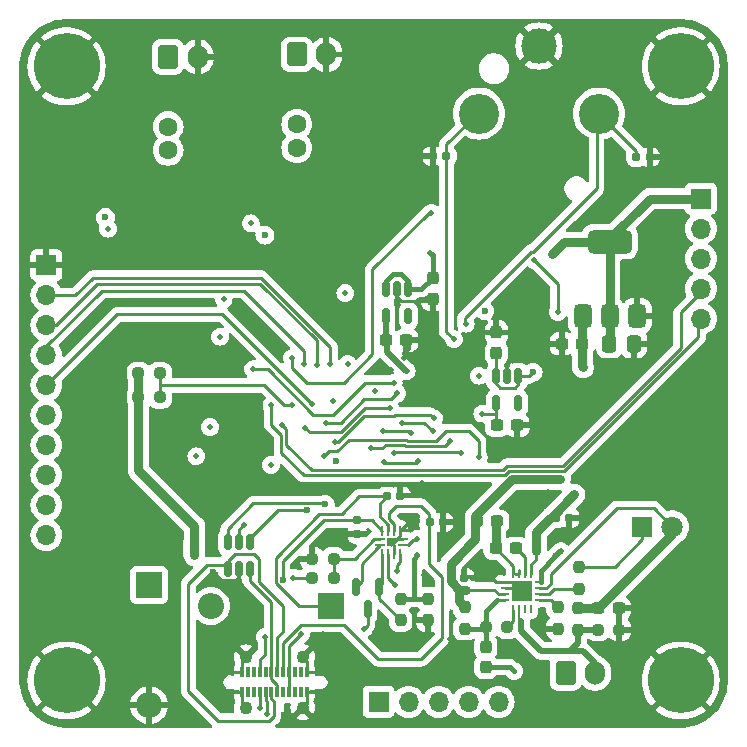
<source format=gbr>
%TF.GenerationSoftware,KiCad,Pcbnew,8.0.1-8.0.1-1~ubuntu22.04.1*%
%TF.CreationDate,2024-05-06T17:23:11+02:00*%
%TF.ProjectId,Pojet 1A,506f6a65-7420-4314-912e-6b696361645f,rev?*%
%TF.SameCoordinates,Original*%
%TF.FileFunction,Copper,L4,Bot*%
%TF.FilePolarity,Positive*%
%FSLAX46Y46*%
G04 Gerber Fmt 4.6, Leading zero omitted, Abs format (unit mm)*
G04 Created by KiCad (PCBNEW 8.0.1-8.0.1-1~ubuntu22.04.1) date 2024-05-06 17:23:11*
%MOMM*%
%LPD*%
G01*
G04 APERTURE LIST*
G04 Aperture macros list*
%AMRoundRect*
0 Rectangle with rounded corners*
0 $1 Rounding radius*
0 $2 $3 $4 $5 $6 $7 $8 $9 X,Y pos of 4 corners*
0 Add a 4 corners polygon primitive as box body*
4,1,4,$2,$3,$4,$5,$6,$7,$8,$9,$2,$3,0*
0 Add four circle primitives for the rounded corners*
1,1,$1+$1,$2,$3*
1,1,$1+$1,$4,$5*
1,1,$1+$1,$6,$7*
1,1,$1+$1,$8,$9*
0 Add four rect primitives between the rounded corners*
20,1,$1+$1,$2,$3,$4,$5,0*
20,1,$1+$1,$4,$5,$6,$7,0*
20,1,$1+$1,$6,$7,$8,$9,0*
20,1,$1+$1,$8,$9,$2,$3,0*%
G04 Aperture macros list end*
%TA.AperFunction,ComponentPad*%
%ADD10R,1.700000X1.700000*%
%TD*%
%TA.AperFunction,ComponentPad*%
%ADD11O,1.700000X1.700000*%
%TD*%
%TA.AperFunction,ComponentPad*%
%ADD12C,1.600000*%
%TD*%
%TA.AperFunction,ComponentPad*%
%ADD13R,2.200000X2.200000*%
%TD*%
%TA.AperFunction,ComponentPad*%
%ADD14O,2.200000X2.200000*%
%TD*%
%TA.AperFunction,ComponentPad*%
%ADD15C,5.600000*%
%TD*%
%TA.AperFunction,ComponentPad*%
%ADD16RoundRect,0.250000X-0.600000X-0.750000X0.600000X-0.750000X0.600000X0.750000X-0.600000X0.750000X0*%
%TD*%
%TA.AperFunction,ComponentPad*%
%ADD17O,1.700000X2.000000*%
%TD*%
%TA.AperFunction,SMDPad,CuDef*%
%ADD18RoundRect,0.155000X0.212500X0.155000X-0.212500X0.155000X-0.212500X-0.155000X0.212500X-0.155000X0*%
%TD*%
%TA.AperFunction,SMDPad,CuDef*%
%ADD19RoundRect,0.150000X-0.150000X0.512500X-0.150000X-0.512500X0.150000X-0.512500X0.150000X0.512500X0*%
%TD*%
%TA.AperFunction,SMDPad,CuDef*%
%ADD20RoundRect,0.155000X-0.212500X-0.155000X0.212500X-0.155000X0.212500X0.155000X-0.212500X0.155000X0*%
%TD*%
%TA.AperFunction,SMDPad,CuDef*%
%ADD21RoundRect,0.250000X-0.337500X-0.475000X0.337500X-0.475000X0.337500X0.475000X-0.337500X0.475000X0*%
%TD*%
%TA.AperFunction,SMDPad,CuDef*%
%ADD22RoundRect,0.237500X-0.300000X-0.237500X0.300000X-0.237500X0.300000X0.237500X-0.300000X0.237500X0*%
%TD*%
%TA.AperFunction,ComponentPad*%
%ADD23C,3.400000*%
%TD*%
%TA.AperFunction,ComponentPad*%
%ADD24C,3.000000*%
%TD*%
%TA.AperFunction,SMDPad,CuDef*%
%ADD25RoundRect,0.062500X0.062500X-0.350000X0.062500X0.350000X-0.062500X0.350000X-0.062500X-0.350000X0*%
%TD*%
%TA.AperFunction,SMDPad,CuDef*%
%ADD26RoundRect,0.062500X0.350000X-0.062500X0.350000X0.062500X-0.350000X0.062500X-0.350000X-0.062500X0*%
%TD*%
%TA.AperFunction,HeatsinkPad*%
%ADD27R,0.700000X0.700000*%
%TD*%
%TA.AperFunction,SMDPad,CuDef*%
%ADD28RoundRect,0.150000X-0.150000X0.587500X-0.150000X-0.587500X0.150000X-0.587500X0.150000X0.587500X0*%
%TD*%
%TA.AperFunction,SMDPad,CuDef*%
%ADD29RoundRect,0.062500X0.312500X0.062500X-0.312500X0.062500X-0.312500X-0.062500X0.312500X-0.062500X0*%
%TD*%
%TA.AperFunction,SMDPad,CuDef*%
%ADD30RoundRect,0.062500X0.062500X0.312500X-0.062500X0.312500X-0.062500X-0.312500X0.062500X-0.312500X0*%
%TD*%
%TA.AperFunction,HeatsinkPad*%
%ADD31R,1.750000X1.750000*%
%TD*%
%TA.AperFunction,SMDPad,CuDef*%
%ADD32RoundRect,0.237500X0.237500X-0.250000X0.237500X0.250000X-0.237500X0.250000X-0.237500X-0.250000X0*%
%TD*%
%TA.AperFunction,SMDPad,CuDef*%
%ADD33RoundRect,0.237500X0.300000X0.237500X-0.300000X0.237500X-0.300000X-0.237500X0.300000X-0.237500X0*%
%TD*%
%TA.AperFunction,SMDPad,CuDef*%
%ADD34RoundRect,0.237500X-0.250000X-0.237500X0.250000X-0.237500X0.250000X0.237500X-0.250000X0.237500X0*%
%TD*%
%TA.AperFunction,ComponentPad*%
%ADD35R,1.800000X1.800000*%
%TD*%
%TA.AperFunction,ComponentPad*%
%ADD36C,1.800000*%
%TD*%
%TA.AperFunction,SMDPad,CuDef*%
%ADD37RoundRect,0.237500X-0.237500X0.250000X-0.237500X-0.250000X0.237500X-0.250000X0.237500X0.250000X0*%
%TD*%
%TA.AperFunction,SMDPad,CuDef*%
%ADD38RoundRect,0.237500X0.250000X0.237500X-0.250000X0.237500X-0.250000X-0.237500X0.250000X-0.237500X0*%
%TD*%
%TA.AperFunction,SMDPad,CuDef*%
%ADD39RoundRect,0.237500X0.237500X-0.300000X0.237500X0.300000X-0.237500X0.300000X-0.237500X-0.300000X0*%
%TD*%
%TA.AperFunction,SMDPad,CuDef*%
%ADD40RoundRect,0.375000X0.375000X-0.625000X0.375000X0.625000X-0.375000X0.625000X-0.375000X-0.625000X0*%
%TD*%
%TA.AperFunction,SMDPad,CuDef*%
%ADD41RoundRect,0.500000X1.400000X-0.500000X1.400000X0.500000X-1.400000X0.500000X-1.400000X-0.500000X0*%
%TD*%
%TA.AperFunction,SMDPad,CuDef*%
%ADD42RoundRect,0.237500X-0.237500X0.300000X-0.237500X-0.300000X0.237500X-0.300000X0.237500X0.300000X0*%
%TD*%
%TA.AperFunction,SMDPad,CuDef*%
%ADD43RoundRect,0.150000X0.150000X-0.512500X0.150000X0.512500X-0.150000X0.512500X-0.150000X-0.512500X0*%
%TD*%
%TA.AperFunction,SMDPad,CuDef*%
%ADD44R,0.300000X0.850000*%
%TD*%
%TA.AperFunction,ComponentPad*%
%ADD45C,1.100000*%
%TD*%
%TA.AperFunction,SMDPad,CuDef*%
%ADD46RoundRect,0.155000X-0.155000X0.212500X-0.155000X-0.212500X0.155000X-0.212500X0.155000X0.212500X0*%
%TD*%
%TA.AperFunction,SMDPad,CuDef*%
%ADD47RoundRect,0.237500X0.287500X0.237500X-0.287500X0.237500X-0.287500X-0.237500X0.287500X-0.237500X0*%
%TD*%
%TA.AperFunction,ViaPad*%
%ADD48C,0.500000*%
%TD*%
%TA.AperFunction,ViaPad*%
%ADD49C,0.600000*%
%TD*%
%TA.AperFunction,Conductor*%
%ADD50C,0.250000*%
%TD*%
%TA.AperFunction,Conductor*%
%ADD51C,0.200000*%
%TD*%
%TA.AperFunction,Conductor*%
%ADD52C,0.500000*%
%TD*%
%TA.AperFunction,Conductor*%
%ADD53C,0.400000*%
%TD*%
%TA.AperFunction,Conductor*%
%ADD54C,0.800000*%
%TD*%
G04 APERTURE END LIST*
D10*
%TO.P,J5,1,Pin_1*%
%TO.N,+5V*%
X181700000Y-80200000D03*
D11*
%TO.P,J5,2,Pin_2*%
%TO.N,LINEOUT_L*%
X181700000Y-82740000D03*
%TO.P,J5,3,Pin_3*%
%TO.N,LINEOUT_R*%
X181700000Y-85280000D03*
%TO.P,J5,4,Pin_4*%
%TO.N,Potar_volume*%
X181700000Y-87820000D03*
%TO.P,J5,5,Pin_5*%
%TO.N,LIGHT*%
X181700000Y-90360000D03*
%TD*%
D12*
%TO.P,C28,1*%
%TO.N,Net-(C24-Pad1)*%
X147500000Y-75900000D03*
%TO.P,C28,2*%
%TO.N,Net-(J2-Pin_1)*%
X147500000Y-73900000D03*
%TD*%
D13*
%TO.P,D1,1,K*%
%TO.N,Net-(D1-K)*%
X135000000Y-112920000D03*
D14*
%TO.P,D1,2,A*%
%TO.N,GND*%
X135000000Y-123080000D03*
%TD*%
D12*
%TO.P,C32,1*%
%TO.N,Net-(C25-Pad1)*%
X136600000Y-76100000D03*
%TO.P,C32,2*%
%TO.N,Net-(J3-Pin_1)*%
X136600000Y-74100000D03*
%TD*%
D15*
%TO.P,H2,1,1*%
%TO.N,GND*%
X128000000Y-121000000D03*
%TD*%
D16*
%TO.P,J3,1,Pin_1*%
%TO.N,Net-(J3-Pin_1)*%
X136600000Y-68200000D03*
D17*
%TO.P,J3,2,Pin_2*%
%TO.N,GND*%
X139100000Y-68200000D03*
%TD*%
D15*
%TO.P,H1,1,1*%
%TO.N,GND*%
X180000000Y-121000000D03*
%TD*%
%TO.P,H4,1,1*%
%TO.N,GND*%
X128000000Y-69000000D03*
%TD*%
D13*
%TO.P,D3,1,K*%
%TO.N,Net-(D3-K)*%
X150380000Y-114700000D03*
D14*
%TO.P,D3,2,A*%
%TO.N,Net-(D1-K)*%
X140220000Y-114700000D03*
%TD*%
D10*
%TO.P,J6,1,Pin_1*%
%TO.N,GND*%
X126300000Y-85840000D03*
D11*
%TO.P,J6,2,Pin_2*%
%TO.N,A Encodeur 1*%
X126300000Y-88380000D03*
%TO.P,J6,3,Pin_3*%
%TO.N,B Encodeur 1*%
X126300000Y-90920000D03*
%TO.P,J6,4,Pin_4*%
%TO.N,B Encodeur 2*%
X126300000Y-93460000D03*
%TO.P,J6,5,Pin_5*%
%TO.N,A Encodeur 2*%
X126300000Y-96000000D03*
%TO.P,J6,6,Pin_6*%
%TO.N,TIM3_CH1*%
X126300000Y-98540000D03*
%TO.P,J6,7,Pin_7*%
%TO.N,TIM3_CH2*%
X126300000Y-101080000D03*
%TO.P,J6,8,Pin_8*%
%TO.N,TIM3_CH3*%
X126300000Y-103620000D03*
%TO.P,J6,9,Pin_9*%
%TO.N,TIM3_CH4*%
X126300000Y-106160000D03*
%TO.P,J6,10,Pin_10*%
%TO.N,+3.3V*%
X126300000Y-108700000D03*
%TD*%
D16*
%TO.P,J2,1,Pin_1*%
%TO.N,Net-(J2-Pin_1)*%
X147500000Y-68000000D03*
D17*
%TO.P,J2,2,Pin_2*%
%TO.N,GND*%
X150000000Y-68000000D03*
%TD*%
D16*
%TO.P,J4,1,Pin_1*%
%TO.N,V_BAT+*%
X170250000Y-120375000D03*
D17*
%TO.P,J4,2,Pin_2*%
%TO.N,V_BAT-*%
X172750000Y-120375000D03*
%TD*%
D10*
%TO.P,J8,1,Pin_1*%
%TO.N,EQ_BAND_BTN*%
X154420000Y-122800000D03*
D11*
%TO.P,J8,2,Pin_2*%
%TO.N,band3*%
X156960000Y-122800000D03*
%TO.P,J8,3,Pin_3*%
%TO.N,band2*%
X159500000Y-122800000D03*
%TO.P,J8,4,Pin_4*%
%TO.N,band1*%
X162040000Y-122800000D03*
%TO.P,J8,5,Pin_5*%
%TO.N,band0*%
X164580000Y-122800000D03*
%TD*%
D15*
%TO.P,H3,1,1*%
%TO.N,GND*%
X180000000Y-69000000D03*
%TD*%
D18*
%TO.P,C34,1*%
%TO.N,LINEIN_R*%
X160167500Y-76600000D03*
%TO.P,C34,2*%
%TO.N,GND*%
X159032500Y-76600000D03*
%TD*%
D19*
%TO.P,BU33SD5WG-TR1,1,VIN*%
%TO.N,+5V*%
X155050000Y-87862500D03*
%TO.P,BU33SD5WG-TR1,2,GND*%
%TO.N,GND*%
X156000000Y-87862500D03*
%TO.P,BU33SD5WG-TR1,3,~{SHDN}*%
%TO.N,+5V*%
X156950000Y-87862500D03*
%TO.P,BU33SD5WG-TR1,4,NC*%
%TO.N,unconnected-(BU33SD5WG-TR1-NC-Pad4)*%
X156950000Y-90137500D03*
%TO.P,BU33SD5WG-TR1,5,VOUT*%
%TO.N,+3.3V*%
X155050000Y-90137500D03*
%TD*%
D18*
%TO.P,C33,1*%
%TO.N,GND*%
X177367500Y-76700000D03*
%TO.P,C33,2*%
%TO.N,LINEIN_L*%
X176232500Y-76700000D03*
%TD*%
D20*
%TO.P,C3,1*%
%TO.N,V_SYS*%
X169432500Y-107250000D03*
%TO.P,C3,2*%
%TO.N,GND*%
X170567500Y-107250000D03*
%TD*%
D21*
%TO.P,C22,1*%
%TO.N,+5V*%
X173962500Y-92500000D03*
%TO.P,C22,2*%
%TO.N,GND*%
X176037500Y-92500000D03*
%TD*%
D22*
%TO.P,C18,1*%
%TO.N,+3.3V*%
X155037500Y-92200000D03*
%TO.P,C18,2*%
%TO.N,GND*%
X156762500Y-92200000D03*
%TD*%
%TO.P,C19,1*%
%TO.N,+1V8*%
X164437500Y-99400000D03*
%TO.P,C19,2*%
%TO.N,GND*%
X166162500Y-99400000D03*
%TD*%
D23*
%TO.P,J7,R*%
%TO.N,LINEIN_R*%
X162920000Y-73000000D03*
%TO.P,J7,S*%
%TO.N,LINEIN_L*%
X173080000Y-73000000D03*
D24*
%TO.P,J7,T*%
%TO.N,GND*%
X168000000Y-67280000D03*
%TD*%
D25*
%TO.P,IC1,1,CC2*%
%TO.N,UCPD_CC2*%
X156250000Y-110250000D03*
%TO.P,IC1,2,GND*%
%TO.N,GND*%
X155750000Y-110250000D03*
%TO.P,IC1,3,CC1*%
%TO.N,UCPD_CC1*%
X155250000Y-110250000D03*
%TO.P,IC1,4,SOURCE*%
%TO.N,Net-(IC1-SOURCE)*%
X154750000Y-110250000D03*
D26*
%TO.P,IC1,5,GATE*%
%TO.N,Net-(IC1-GATE)*%
X154537500Y-109537500D03*
%TO.P,IC1,6,VBUS_CTRL*%
%TO.N,Net-(IC1-VBUS_CTRL)*%
X154537500Y-109037500D03*
D25*
%TO.P,IC1,7,CC1C*%
%TO.N,UCPD_CC1c*%
X154750000Y-108325000D03*
%TO.P,IC1,8,IN_GD*%
%TO.N,Net-(D3-K)*%
X155250000Y-108325000D03*
%TO.P,IC1,9,CC2C*%
%TO.N,UCPD_CC2c*%
X155750000Y-108325000D03*
%TO.P,IC1,10,DB/*%
%TO.N,GND*%
X156250000Y-108325000D03*
D26*
%TO.P,IC1,11,FLT/*%
X156462500Y-109037500D03*
%TO.P,IC1,12,VCC*%
%TO.N,+3.3V*%
X156462500Y-109537500D03*
D27*
%TO.P,IC1,13,EP*%
%TO.N,GND*%
X155500000Y-109287500D03*
%TD*%
D28*
%TO.P,Q1,1,G*%
%TO.N,Net-(IC1-GATE)*%
X152550000Y-113062500D03*
%TO.P,Q1,2,S*%
%TO.N,Net-(IC1-SOURCE)*%
X154450000Y-113062500D03*
%TO.P,Q1,3,D*%
%TO.N,Net-(D1-K)*%
X153500000Y-114937500D03*
%TD*%
D29*
%TO.P,BQ25306RTET1,1,VBUS*%
%TO.N,V_BUS*%
X168035000Y-112690000D03*
%TO.P,BQ25306RTET1,2,REGN*%
%TO.N,REGN*%
X168035000Y-113190000D03*
%TO.P,BQ25306RTET1,3,STAT*%
%TO.N,Net-(BQ25306RTET1-STAT)*%
X168035000Y-113690000D03*
%TO.P,BQ25306RTET1,4,ICHG*%
%TO.N,Net-(BQ25306RTET1-ICHG)*%
X168035000Y-114190000D03*
D30*
%TO.P,BQ25306RTET1,5,POL*%
%TO.N,unconnected-(BQ25306RTET1-POL-Pad5)*%
X167310000Y-114915000D03*
%TO.P,BQ25306RTET1,6,EN*%
%TO.N,unconnected-(BQ25306RTET1-EN-Pad6)*%
X166810000Y-114915000D03*
%TO.P,BQ25306RTET1,7,TS*%
%TO.N,V_BAT-*%
X166310000Y-114915000D03*
%TO.P,BQ25306RTET1,8,FB_GND*%
%TO.N,Net-(BQ25306RTET1-FB_GND)*%
X165810000Y-114915000D03*
D29*
%TO.P,BQ25306RTET1,9,FB*%
%TO.N,Net-(BQ25306RTET1-FB)*%
X165085000Y-114190000D03*
%TO.P,BQ25306RTET1,10,BAT*%
%TO.N,V_BAT+*%
X165085000Y-113690000D03*
%TO.P,BQ25306RTET1,11,GND*%
%TO.N,GND*%
X165085000Y-113190000D03*
%TO.P,BQ25306RTET1,12,GND*%
X165085000Y-112690000D03*
D30*
%TO.P,BQ25306RTET1,13,SW*%
%TO.N,Net-(BQ25306RTET1-SW-Pad13)*%
X165810000Y-111965000D03*
%TO.P,BQ25306RTET1,14,SW*%
X166310000Y-111965000D03*
%TO.P,BQ25306RTET1,15,BTST*%
%TO.N,Net-(BQ25306RTET1-BTST)*%
X166810000Y-111965000D03*
%TO.P,BQ25306RTET1,16,PMID*%
%TO.N,V_SYS*%
X167310000Y-111965000D03*
D31*
%TO.P,BQ25306RTET1,17,TP*%
%TO.N,GND*%
X166560000Y-113440000D03*
%TD*%
D32*
%TO.P,R7,1*%
%TO.N,Net-(BQ25306RTET1-STAT)*%
X171400000Y-113212500D03*
%TO.P,R7,2*%
%TO.N,Net-(D2-K)*%
X171400000Y-111387500D03*
%TD*%
D33*
%TO.P,C1,1*%
%TO.N,GND*%
X174762500Y-114900000D03*
%TO.P,C1,2*%
%TO.N,REGN*%
X173037500Y-114900000D03*
%TD*%
D34*
%TO.P,R6,1*%
%TO.N,V_BAT-*%
X172987500Y-116700000D03*
%TO.P,R6,2*%
%TO.N,GND*%
X174812500Y-116700000D03*
%TD*%
D33*
%TO.P,C21,1*%
%TO.N,V_SYS*%
X171662500Y-92500000D03*
%TO.P,C21,2*%
%TO.N,GND*%
X169937500Y-92500000D03*
%TD*%
D35*
%TO.P,D2,1,K*%
%TO.N,Net-(D2-K)*%
X176760000Y-108000000D03*
D36*
%TO.P,D2,2,A*%
%TO.N,REGN*%
X179300000Y-108000000D03*
%TD*%
D37*
%TO.P,R10,1*%
%TO.N,Net-(BQ25306RTET1-ICHG)*%
X169600000Y-114787500D03*
%TO.P,R10,2*%
%TO.N,GND*%
X169600000Y-116612500D03*
%TD*%
D18*
%TO.P,C2,1*%
%TO.N,GND*%
X156267500Y-105400000D03*
%TO.P,C2,2*%
%TO.N,Net-(D3-K)*%
X155132500Y-105400000D03*
%TD*%
D32*
%TO.P,R1,1*%
%TO.N,Net-(IC1-SOURCE)*%
X156300000Y-115912500D03*
%TO.P,R1,2*%
%TO.N,V_BUS*%
X156300000Y-114087500D03*
%TD*%
D20*
%TO.P,C5,1*%
%TO.N,UCPD_CC2c*%
X158732500Y-107600000D03*
%TO.P,C5,2*%
%TO.N,GND*%
X159867500Y-107600000D03*
%TD*%
D38*
%TO.P,R11,1*%
%TO.N,Net-(BQ25306RTET1-FB_GND)*%
X165312500Y-116500000D03*
%TO.P,R11,2*%
%TO.N,Net-(BQ25306RTET1-FB)*%
X163487500Y-116500000D03*
%TD*%
D39*
%TO.P,C15,1*%
%TO.N,+3.3V*%
X164400000Y-93262500D03*
%TO.P,C15,2*%
%TO.N,GND*%
X164400000Y-91537500D03*
%TD*%
D40*
%TO.P,U3,1,GND*%
%TO.N,GND*%
X176300000Y-90150000D03*
%TO.P,U3,2,VO*%
%TO.N,+5V*%
X174000000Y-90150000D03*
D41*
X174000000Y-83850000D03*
D40*
%TO.P,U3,3,VI*%
%TO.N,V_SYS*%
X171700000Y-90150000D03*
%TD*%
D37*
%TO.P,R8,1*%
%TO.N,V_BUS*%
X158600000Y-114087500D03*
%TO.P,R8,2*%
%TO.N,GND*%
X158600000Y-115912500D03*
%TD*%
D38*
%TO.P,R2,1*%
%TO.N,V_sense*%
X135912500Y-97000000D03*
%TO.P,R2,2*%
%TO.N,V_BUS*%
X134087500Y-97000000D03*
%TD*%
D42*
%TO.P,C14,1*%
%TO.N,+5V*%
X159000000Y-86937500D03*
%TO.P,C14,2*%
%TO.N,GND*%
X159000000Y-88662500D03*
%TD*%
D34*
%TO.P,R3,1*%
%TO.N,Net-(D1-K)*%
X148787500Y-112300000D03*
%TO.P,R3,2*%
%TO.N,Net-(IC1-VBUS_CTRL)*%
X150612500Y-112300000D03*
%TD*%
D43*
%TO.P,U4,1,I/O1*%
%TO.N,Net-(J1-D--PadA7)*%
X143550000Y-111537500D03*
%TO.P,U4,2,GND*%
%TO.N,GND*%
X142600000Y-111537500D03*
%TO.P,U4,3,I/O2*%
%TO.N,Net-(J1-D+-PadA6)*%
X141650000Y-111537500D03*
%TO.P,U4,4,I/O2*%
%TO.N,USB_DP*%
X141650000Y-109262500D03*
%TO.P,U4,5,VBUS*%
%TO.N,Net-(D1-K)*%
X142600000Y-109262500D03*
%TO.P,U4,6,I/O1*%
%TO.N,USB_DM*%
X143550000Y-109262500D03*
%TD*%
D39*
%TO.P,C7,1*%
%TO.N,V_BAT+*%
X163500000Y-119862500D03*
%TO.P,C7,2*%
%TO.N,Net-(BQ25306RTET1-FB)*%
X163500000Y-118137500D03*
%TD*%
D44*
%TO.P,J1,A1,GND*%
%TO.N,GND*%
X142850000Y-121985000D03*
%TO.P,J1,A2,TX1+*%
%TO.N,unconnected-(J1-TX1+-PadA2)*%
X143350000Y-121985000D03*
%TO.P,J1,A3,TX1-*%
%TO.N,unconnected-(J1-TX1--PadA3)*%
X143850000Y-121985000D03*
%TO.P,J1,A4,VBUS*%
%TO.N,Net-(D1-K)*%
X144350000Y-121985000D03*
%TO.P,J1,A5,CC1*%
%TO.N,UCPD_CC1c*%
X144850000Y-121985000D03*
%TO.P,J1,A6,D+*%
%TO.N,Net-(J1-D+-PadA6)*%
X145350000Y-121985000D03*
%TO.P,J1,A7,D-*%
%TO.N,Net-(J1-D--PadA7)*%
X145850000Y-121985000D03*
%TO.P,J1,A8,SBU1*%
%TO.N,unconnected-(J1-SBU1-PadA8)*%
X146350000Y-121985000D03*
%TO.P,J1,A9,VBUS*%
%TO.N,Net-(D1-K)*%
X146850000Y-121985000D03*
%TO.P,J1,A10,RX2-*%
%TO.N,unconnected-(J1-RX2--PadA10)*%
X147350000Y-121985000D03*
%TO.P,J1,A11,RX2+*%
%TO.N,unconnected-(J1-RX2+-PadA11)*%
X147850000Y-121985000D03*
%TO.P,J1,A12,GND*%
%TO.N,GND*%
X148350000Y-121985000D03*
%TO.P,J1,B1,GND*%
X148350000Y-120315000D03*
%TO.P,J1,B2,TX2+*%
%TO.N,unconnected-(J1-TX2+-PadB2)*%
X147850000Y-120315000D03*
%TO.P,J1,B3,TX2-*%
%TO.N,unconnected-(J1-TX2--PadB3)*%
X147350000Y-120315000D03*
%TO.P,J1,B4,VBUS*%
%TO.N,Net-(D1-K)*%
X146850000Y-120315000D03*
%TO.P,J1,B5,CC2*%
%TO.N,UCPD_CC2c*%
X146350000Y-120315000D03*
%TO.P,J1,B6,D+*%
%TO.N,Net-(J1-D+-PadA6)*%
X145850000Y-120315000D03*
%TO.P,J1,B7,D-*%
%TO.N,Net-(J1-D--PadA7)*%
X145350000Y-120315000D03*
%TO.P,J1,B8,SBU2*%
%TO.N,unconnected-(J1-SBU2-PadB8)*%
X144850000Y-120315000D03*
%TO.P,J1,B9,VBUS*%
%TO.N,Net-(D1-K)*%
X144350000Y-120315000D03*
%TO.P,J1,B10,RX1-*%
%TO.N,unconnected-(J1-RX1--PadB10)*%
X143850000Y-120315000D03*
%TO.P,J1,B11,RX1+*%
%TO.N,unconnected-(J1-RX1+-PadB11)*%
X143350000Y-120315000D03*
%TO.P,J1,B12,GND*%
%TO.N,GND*%
X142850000Y-120315000D03*
D45*
%TO.P,J1,S1,SHIELD*%
X143200000Y-119000000D03*
X143200000Y-123300000D03*
X148000000Y-119000000D03*
X148000000Y-123300000D03*
%TD*%
D37*
%TO.P,R13,1*%
%TO.N,V_BAT+*%
X161700000Y-114787500D03*
%TO.P,R13,2*%
%TO.N,Net-(BQ25306RTET1-FB)*%
X161700000Y-116612500D03*
%TD*%
D18*
%TO.P,C8,1*%
%TO.N,GND*%
X161667500Y-112300000D03*
%TO.P,C8,2*%
%TO.N,V_BAT+*%
X160532500Y-112300000D03*
%TD*%
D46*
%TO.P,C4,1*%
%TO.N,UCPD_CC1c*%
X152600000Y-107432500D03*
%TO.P,C4,2*%
%TO.N,GND*%
X152600000Y-108567500D03*
%TD*%
D19*
%TO.P,BU33SD5WG-TR2,1,VIN*%
%TO.N,+3.3V*%
X164350000Y-95262500D03*
%TO.P,BU33SD5WG-TR2,2,GND*%
%TO.N,GND*%
X165300000Y-95262500D03*
%TO.P,BU33SD5WG-TR2,3,~{SHDN}*%
%TO.N,+3.3V*%
X166250000Y-95262500D03*
%TO.P,BU33SD5WG-TR2,4,NC*%
%TO.N,unconnected-(BU33SD5WG-TR2-NC-Pad4)*%
X166250000Y-97537500D03*
%TO.P,BU33SD5WG-TR2,5,VOUT*%
%TO.N,+1V8*%
X164350000Y-97537500D03*
%TD*%
D38*
%TO.P,R5,1*%
%TO.N,V_sense*%
X135912500Y-95000000D03*
%TO.P,R5,2*%
%TO.N,V_BUS*%
X134087500Y-95000000D03*
%TD*%
D33*
%TO.P,C6,1*%
%TO.N,Net-(BQ25306RTET1-BTST)*%
X166062500Y-109800000D03*
%TO.P,C6,2*%
%TO.N,Net-(BQ25306RTET1-SW-Pad13)*%
X164337500Y-109800000D03*
%TD*%
D38*
%TO.P,R9,1*%
%TO.N,Net-(IC1-VBUS_CTRL)*%
X150612500Y-110700000D03*
%TO.P,R9,2*%
%TO.N,GND*%
X148787500Y-110700000D03*
%TD*%
D47*
%TO.P,L1,1*%
%TO.N,Net-(BQ25306RTET1-SW-Pad13)*%
X164475000Y-107500000D03*
%TO.P,L1,2*%
%TO.N,V_BAT+*%
X162725000Y-107500000D03*
%TD*%
D37*
%TO.P,R4,1*%
%TO.N,REGN*%
X171300000Y-114887500D03*
%TO.P,R4,2*%
%TO.N,V_BAT-*%
X171300000Y-116712500D03*
%TD*%
D48*
%TO.N,V_BAT+*%
X165900000Y-120200000D03*
X169800000Y-103950000D03*
D49*
X161222500Y-113300000D03*
D48*
X161800000Y-113300000D03*
D49*
%TO.N,V_SYS*%
X131300000Y-81800000D03*
X144800000Y-83300000D03*
D48*
X171750000Y-94500000D03*
X171000000Y-105250000D03*
X143600000Y-82300000D03*
X131500000Y-82750000D03*
%TO.N,UCPD_CC1*%
X155800000Y-112900000D03*
%TO.N,Net-(D1-K)*%
X147857428Y-117057428D03*
X143000000Y-107800000D03*
X147200000Y-112300000D03*
X153200000Y-116600000D03*
X144350000Y-123350000D03*
X144800000Y-117300000D03*
%TO.N,A Encodeur 1*%
X150325000Y-94200000D03*
%TO.N,B Encodeur 1*%
X149200000Y-94300000D03*
%TO.N,A Encodeur 2*%
X148750000Y-97550000D03*
%TO.N,B Encodeur 2*%
X148100000Y-94189950D03*
%TO.N,V_sense*%
X147100000Y-97700000D03*
%TO.N,SYS_MCLK*%
X155700000Y-95800000D03*
X143800000Y-94650000D03*
%TO.N,LIGHT*%
X145350000Y-97700000D03*
%TO.N,Potar_volume*%
X146250000Y-99350000D03*
%TO.N,I2S_SCLK*%
X148200000Y-99600000D03*
X155400000Y-97900000D03*
%TO.N,I2S_LRCLK*%
X156000000Y-96700000D03*
X150000000Y-99200000D03*
%TO.N,I2S_DIN*%
X159100000Y-98800000D03*
X150700000Y-100800000D03*
D49*
%TO.N,USB_DM*%
X148400000Y-106600000D03*
%TO.N,USB_DP*%
X149900000Y-106100000D03*
D48*
%TO.N,I2S_DOUT*%
X154800000Y-99900000D03*
X157200000Y-100036504D03*
%TO.N,CTRL_DATA*%
X159000000Y-99900000D03*
X156400000Y-99200000D03*
%TO.N,UCPD_CC2*%
X156000000Y-111700000D03*
%TO.N,CTRL_CLK*%
X160500000Y-100700000D03*
X153800000Y-101300000D03*
%TO.N,NRST*%
X169600000Y-89800000D03*
X147100000Y-93700000D03*
X158900000Y-81400000D03*
X167600000Y-85400000D03*
%TO.N,GND*%
X160500000Y-117500000D03*
X162500000Y-82100000D03*
X140100000Y-101000000D03*
X182200000Y-101300000D03*
X150500000Y-120000000D03*
X143000000Y-70000000D03*
X156000000Y-74000000D03*
X160450000Y-95800000D03*
X135792001Y-92350000D03*
X179000000Y-92000000D03*
X140500000Y-120000000D03*
X132000000Y-118000000D03*
X142400000Y-117500000D03*
X166300000Y-119100000D03*
X163100000Y-93800000D03*
X149700000Y-117100000D03*
X140200000Y-108800000D03*
X158300000Y-112100000D03*
X156800000Y-117300000D03*
D49*
X140400000Y-111800000D03*
D48*
X163400000Y-111700000D03*
X162900000Y-99600000D03*
X154100000Y-96500000D03*
X142600000Y-103600000D03*
X167800000Y-116800000D03*
X168000000Y-87000000D03*
X155500000Y-94700000D03*
D49*
X157700000Y-107500000D03*
D48*
X151100000Y-122400000D03*
X156500000Y-80900000D03*
X151100000Y-105900000D03*
X152300000Y-84375000D03*
X181000000Y-75000000D03*
X168750000Y-105000000D03*
X158100000Y-104300000D03*
X168212500Y-97500000D03*
X181957000Y-95793000D03*
X132000000Y-110000000D03*
X132225001Y-88925000D03*
D49*
X166300000Y-92900000D03*
D48*
X143000000Y-80000000D03*
X156000000Y-70000000D03*
X145300000Y-100800000D03*
X156600000Y-93700000D03*
X149800000Y-109200000D03*
X142800000Y-90200000D03*
X155500000Y-109287500D03*
X179000000Y-87000000D03*
X167900000Y-82200000D03*
X132000000Y-85000000D03*
X139300000Y-83350000D03*
X179300000Y-83200000D03*
X141498000Y-123495000D03*
X133000000Y-70000000D03*
X166560000Y-113440000D03*
%TO.N,LINEIN_R*%
X160800000Y-92100000D03*
%TO.N,LINEIN_L*%
X161800000Y-90800000D03*
%TO.N,SWDIO*%
X157800000Y-102375000D03*
X154900000Y-102475000D03*
%TO.N,SWCLK*%
X161400000Y-101700000D03*
X155700000Y-101725000D03*
%TO.N,SWO*%
X162900000Y-102100000D03*
X149800000Y-102000000D03*
%TO.N,V_BUS*%
X157700000Y-110400000D03*
X169850000Y-110050000D03*
X138800000Y-110400000D03*
X169400000Y-110500000D03*
%TO.N,+5V*%
X158800000Y-84800000D03*
X151600000Y-88200000D03*
X141000000Y-91900000D03*
X141300000Y-88700000D03*
X169100000Y-84900000D03*
%TO.N,+3.3V*%
X156800000Y-94800000D03*
X157700000Y-109000000D03*
X151800000Y-94200000D03*
X140150000Y-99550000D03*
X145300000Y-102750000D03*
X150600000Y-97300000D03*
X156300000Y-94400000D03*
D49*
X167500000Y-94900000D03*
X150800000Y-102400000D03*
D48*
%TO.N,+1V8*%
X163200000Y-98400000D03*
%TO.N,+3.3VA*%
X138981250Y-102018750D03*
D49*
X163400000Y-89700000D03*
D48*
X162900000Y-95200000D03*
%TO.N,UCPD_CC1c*%
X145000000Y-123800000D03*
D49*
X146300000Y-112500000D03*
%TD*%
D50*
%TO.N,Net-(BQ25306RTET1-STAT)*%
X169287500Y-113212500D02*
X168810000Y-113690000D01*
X168810000Y-113690000D02*
X168035000Y-113690000D01*
X171400000Y-113212500D02*
X169287500Y-113212500D01*
%TO.N,Net-(BQ25306RTET1-ICHG)*%
X168035000Y-114190000D02*
X169002500Y-114190000D01*
X169002500Y-114190000D02*
X169600000Y-114787500D01*
D51*
%TO.N,V_BAT-*%
X166500000Y-116000000D02*
X166310000Y-115810000D01*
D52*
X166500000Y-116000000D02*
X166500000Y-116800000D01*
X171300000Y-117800000D02*
X170700000Y-118400000D01*
X170600000Y-118500000D02*
X171700000Y-118500000D01*
X172750000Y-119550000D02*
X172750000Y-120375000D01*
X168200000Y-118500000D02*
X170600000Y-118500000D01*
X172975000Y-116712500D02*
X172987500Y-116700000D01*
X171300000Y-116712500D02*
X171300000Y-117800000D01*
X171700000Y-118500000D02*
X172750000Y-119550000D01*
X171300000Y-116712500D02*
X172975000Y-116712500D01*
D51*
X166310000Y-115810000D02*
X166310000Y-114915000D01*
D52*
X172987500Y-116700000D02*
X172787500Y-116700000D01*
X170600000Y-118500000D02*
X170700000Y-118400000D01*
X166500000Y-116800000D02*
X168200000Y-118500000D01*
D50*
%TO.N,Net-(BQ25306RTET1-FB_GND)*%
X165312500Y-116500000D02*
X165810000Y-116002500D01*
X165810000Y-116002500D02*
X165810000Y-115035000D01*
D53*
%TO.N,Net-(BQ25306RTET1-FB)*%
X163487500Y-115400000D02*
X163487500Y-115112500D01*
X163487500Y-115112500D02*
X164410000Y-114190000D01*
D50*
X164410000Y-114190000D02*
X165085000Y-114190000D01*
D53*
X163487500Y-116500000D02*
X163487500Y-118125000D01*
X161700000Y-116612500D02*
X163375000Y-116612500D01*
X163375000Y-116612500D02*
X163487500Y-116500000D01*
X163487500Y-115400000D02*
X163487500Y-116500000D01*
D54*
%TO.N,V_BAT+*%
X161222500Y-114310000D02*
X161700000Y-114787500D01*
D53*
X165562500Y-119862500D02*
X165900000Y-120200000D01*
D50*
X164200000Y-113300000D02*
X164590000Y-113690000D01*
D54*
X160532500Y-112610000D02*
X160532500Y-112300000D01*
X162600000Y-109062500D02*
X162600000Y-107100000D01*
X161222500Y-113300000D02*
X160532500Y-112610000D01*
X161222500Y-113300000D02*
X161222500Y-114310000D01*
D53*
X163500000Y-119862500D02*
X165562500Y-119862500D01*
D54*
X160532500Y-112300000D02*
X160532500Y-111130000D01*
X160532500Y-111130000D02*
X162600000Y-109062500D01*
X162600000Y-107100000D02*
X165750000Y-103950000D01*
D50*
X161800000Y-113300000D02*
X164200000Y-113300000D01*
D54*
X161222500Y-113300000D02*
X161800000Y-113300000D01*
X165750000Y-103950000D02*
X169800000Y-103950000D01*
D50*
X164590000Y-113690000D02*
X165085000Y-113690000D01*
%TO.N,Net-(BQ25306RTET1-SW-Pad13)*%
X166310000Y-111965000D02*
X165930000Y-111965000D01*
X165810000Y-111965000D02*
X165810000Y-111272500D01*
D54*
X164337500Y-109800000D02*
X164337500Y-107637500D01*
X164337500Y-107637500D02*
X164475000Y-107500000D01*
D50*
X165810000Y-111272500D02*
X164337500Y-109800000D01*
X166310000Y-111622500D02*
X166310000Y-111965000D01*
%TO.N,Net-(BQ25306RTET1-BTST)*%
X166810000Y-110547500D02*
X166062500Y-109800000D01*
X166810000Y-112085000D02*
X166810000Y-110547500D01*
%TO.N,V_SYS*%
X167750000Y-110750000D02*
X167310000Y-111190000D01*
D54*
X167750000Y-110000000D02*
X167750000Y-108462500D01*
X169000000Y-107250000D02*
X171000000Y-105250000D01*
D50*
X167310000Y-111190000D02*
X167310000Y-111965000D01*
D54*
X167750000Y-108462500D02*
X168962500Y-107250000D01*
X171662500Y-90187500D02*
X171662500Y-94412500D01*
X171662500Y-94412500D02*
X171750000Y-94500000D01*
X168962500Y-107250000D02*
X169000000Y-107250000D01*
D50*
X167750000Y-110000000D02*
X167750000Y-110750000D01*
D54*
X171700000Y-90150000D02*
X171662500Y-90187500D01*
D50*
X171700000Y-94450000D02*
X171750000Y-94500000D01*
%TO.N,UCPD_CC1*%
X155250000Y-112350000D02*
X155250000Y-110250000D01*
X155800000Y-112900000D02*
X155250000Y-112350000D01*
%TO.N,Net-(D2-K)*%
X176760000Y-109040000D02*
X176760000Y-108000000D01*
X174412500Y-111387500D02*
X176760000Y-109040000D01*
X171400000Y-111487500D02*
X171400000Y-111387500D01*
X171400000Y-111387500D02*
X174412500Y-111387500D01*
%TO.N,Net-(IC1-GATE)*%
X154325000Y-109748114D02*
X154325000Y-109775000D01*
X154325000Y-109775000D02*
X153000000Y-111100000D01*
X154535614Y-109537500D02*
X154325000Y-109748114D01*
X154537500Y-109537500D02*
X154535614Y-109537500D01*
X153000000Y-112612500D02*
X152550000Y-113062500D01*
X153000000Y-111100000D02*
X153000000Y-112612500D01*
%TO.N,Net-(IC1-SOURCE)*%
X156300000Y-115912500D02*
X154450000Y-114062500D01*
X156400000Y-115912500D02*
X156300000Y-115912500D01*
X154750000Y-110250000D02*
X154750000Y-112762500D01*
X154750000Y-112762500D02*
X154450000Y-113062500D01*
X154450000Y-114062500D02*
X154450000Y-113062500D01*
%TO.N,Net-(D1-K)*%
X142600000Y-108200000D02*
X143000000Y-107800000D01*
X144350000Y-119250000D02*
X144350000Y-120315000D01*
X147200000Y-112300000D02*
X148787500Y-112300000D01*
X144800000Y-118800000D02*
X144350000Y-119250000D01*
X144800000Y-117300000D02*
X144800000Y-118800000D01*
X153500000Y-116300000D02*
X153500000Y-114937500D01*
X153200000Y-116600000D02*
X153500000Y-116300000D01*
X147857428Y-117057428D02*
X146850000Y-118064856D01*
X146850000Y-118064856D02*
X146850000Y-121670000D01*
X140417082Y-114700000D02*
X140220000Y-114700000D01*
X144350000Y-123350000D02*
X144350000Y-121670000D01*
X142600000Y-109262500D02*
X142600000Y-108200000D01*
%TO.N,Net-(IC1-VBUS_CTRL)*%
X154537500Y-109037500D02*
X154062500Y-109037500D01*
X150612500Y-112300000D02*
X150612500Y-110700000D01*
X152400000Y-110700000D02*
X150812500Y-110700000D01*
X154062500Y-109037500D02*
X152400000Y-110700000D01*
X150812500Y-110700000D02*
X150662500Y-110550000D01*
%TO.N,A Encodeur 1*%
X128750000Y-88380000D02*
X126300000Y-88380000D01*
X144500000Y-86900000D02*
X130230000Y-86900000D01*
X150325000Y-94200000D02*
X150325000Y-92725000D01*
X130230000Y-86900000D02*
X128750000Y-88380000D01*
X150325000Y-92725000D02*
X144500000Y-86900000D01*
%TO.N,B Encodeur 1*%
X149200000Y-92201040D02*
X149200000Y-94300000D01*
X127080000Y-90920000D02*
X130600000Y-87400000D01*
X126300000Y-90920000D02*
X127080000Y-90920000D01*
X130600000Y-87400000D02*
X144398960Y-87400000D01*
X144398960Y-87400000D02*
X149200000Y-92201040D01*
%TO.N,A Encodeur 2*%
X141200000Y-90000000D02*
X132300000Y-90000000D01*
X132300000Y-90000000D02*
X126300000Y-96000000D01*
X148750000Y-97550000D02*
X141200000Y-90000000D01*
%TO.N,B Encodeur 2*%
X131000000Y-88000000D02*
X126300000Y-92700000D01*
X148100000Y-93100000D02*
X143000000Y-88000000D01*
X126300000Y-92700000D02*
X126300000Y-93460000D01*
X143000000Y-88000000D02*
X131000000Y-88000000D01*
X148100000Y-94189950D02*
X148100000Y-93100000D01*
%TO.N,V_sense*%
X144740990Y-96000000D02*
X135912500Y-96000000D01*
X135912500Y-96000000D02*
X135912500Y-95000000D01*
X146440990Y-97700000D02*
X144740990Y-96000000D01*
X147100000Y-97700000D02*
X146440990Y-97700000D01*
X135912500Y-97000000D02*
X135912500Y-96000000D01*
%TO.N,REGN*%
X174600000Y-106400000D02*
X177700000Y-106400000D01*
D54*
X173022500Y-114887500D02*
X179300000Y-108610000D01*
D50*
X169000000Y-112800000D02*
X169000000Y-112000000D01*
X177700000Y-106400000D02*
X179300000Y-108000000D01*
X169000000Y-112000000D02*
X174600000Y-106400000D01*
X168035000Y-113190000D02*
X168610000Y-113190000D01*
D54*
X179300000Y-108410000D02*
X179300000Y-108000000D01*
D50*
X168610000Y-113190000D02*
X169000000Y-112800000D01*
D54*
X171300000Y-114887500D02*
X173022500Y-114887500D01*
D50*
%TO.N,SYS_MCLK*%
X148900000Y-98500000D02*
X145050000Y-94650000D01*
X145050000Y-94650000D02*
X143800000Y-94650000D01*
X150600000Y-98500000D02*
X148900000Y-98500000D01*
X155700000Y-95800000D02*
X153300000Y-95800000D01*
X153300000Y-95800000D02*
X150600000Y-98500000D01*
%TO.N,LIGHT*%
X165460051Y-103250000D02*
X170089949Y-103250000D01*
X148100000Y-103600000D02*
X165110051Y-103600000D01*
X145350000Y-99350000D02*
X146200000Y-100200000D01*
X170135975Y-103296025D02*
X181500000Y-91932000D01*
X181500000Y-91932000D02*
X181500000Y-90870000D01*
X146200000Y-101700000D02*
X148100000Y-103600000D01*
X165110051Y-103600000D02*
X165460051Y-103250000D01*
X145350000Y-97700000D02*
X145350000Y-99350000D01*
X146200000Y-100200000D02*
X146200000Y-101700000D01*
X170089949Y-103250000D02*
X170135975Y-103296025D01*
%TO.N,TIM3_CH1*%
X126330000Y-98420000D02*
X126300000Y-98420000D01*
%TO.N,Potar_volume*%
X146625000Y-99725000D02*
X146625000Y-101025000D01*
X146625000Y-101025000D02*
X148775000Y-103175000D01*
X164934010Y-103175000D02*
X165284010Y-102825000D01*
X180000000Y-92830960D02*
X180000000Y-89830000D01*
X165284010Y-102825000D02*
X170005960Y-102825000D01*
X170005960Y-102825000D02*
X180000000Y-92830960D01*
X148775000Y-103175000D02*
X164934010Y-103175000D01*
X146250000Y-99350000D02*
X146625000Y-99725000D01*
X180000000Y-89830000D02*
X181500000Y-88330000D01*
%TO.N,I2S_SCLK*%
X148200000Y-99600000D02*
X148600000Y-100000000D01*
X151200000Y-100000000D02*
X153300000Y-97900000D01*
X153300000Y-97900000D02*
X155400000Y-97900000D01*
X148600000Y-100000000D02*
X151200000Y-100000000D01*
%TO.N,I2S_LRCLK*%
X151200000Y-99200000D02*
X153200000Y-97200000D01*
X153200000Y-97200000D02*
X155500000Y-97200000D01*
X155500000Y-97200000D02*
X156000000Y-96700000D01*
X150000000Y-99200000D02*
X151200000Y-99200000D01*
%TO.N,I2S_DIN*%
X158800000Y-98500000D02*
X155789950Y-98500000D01*
X155789950Y-98500000D02*
X155689950Y-98600000D01*
X159100000Y-98800000D02*
X158800000Y-98500000D01*
X153201040Y-98600000D02*
X151001040Y-100800000D01*
X155689950Y-98600000D02*
X153201040Y-98600000D01*
X151001040Y-100800000D02*
X150700000Y-100800000D01*
%TO.N,USB_DM*%
X148400000Y-106600000D02*
X145900000Y-106600000D01*
X143550000Y-108950000D02*
X143550000Y-109262500D01*
X145900000Y-106600000D02*
X143550000Y-108950000D01*
%TO.N,USB_DP*%
X141650000Y-108150000D02*
X141650000Y-109262500D01*
X149800000Y-106000000D02*
X143800000Y-106000000D01*
X149900000Y-106100000D02*
X149800000Y-106000000D01*
X143800000Y-106000000D02*
X141650000Y-108150000D01*
%TO.N,I2S_DOUT*%
X157063496Y-99900000D02*
X157200000Y-100036504D01*
X154800000Y-99900000D02*
X157063496Y-99900000D01*
%TO.N,CTRL_DATA*%
X159000000Y-99900000D02*
X158300000Y-99200000D01*
X158300000Y-99200000D02*
X156400000Y-99200000D01*
%TO.N,UCPD_CC2*%
X156000000Y-111700000D02*
X156000000Y-111210050D01*
X156000000Y-111210050D02*
X156250000Y-110960050D01*
X156250000Y-110960050D02*
X156250000Y-110250000D01*
%TO.N,CTRL_CLK*%
X155027450Y-101025000D02*
X154752450Y-101300000D01*
X160038496Y-101161504D02*
X156734009Y-101161504D01*
X154752450Y-101300000D02*
X153800000Y-101300000D01*
X156734009Y-101161504D02*
X156597505Y-101025000D01*
X156597505Y-101025000D02*
X155027450Y-101025000D01*
X160500000Y-100700000D02*
X160038496Y-101161504D01*
%TO.N,NRST*%
X148389950Y-95800000D02*
X151500000Y-95800000D01*
X147100000Y-94510050D02*
X148389950Y-95800000D01*
X158700000Y-81400000D02*
X158900000Y-81400000D01*
X153900000Y-86200000D02*
X158700000Y-81400000D01*
X147100000Y-93700000D02*
X147100000Y-94510050D01*
X169600000Y-89800000D02*
X169600000Y-87400000D01*
X153900000Y-93400000D02*
X153900000Y-86200000D01*
X151500000Y-95800000D02*
X153900000Y-93400000D01*
X169600000Y-87400000D02*
X167600000Y-85400000D01*
%TO.N,GND*%
X166310000Y-113190000D02*
X166560000Y-113440000D01*
X142850000Y-121985000D02*
X142850000Y-122950000D01*
X166300000Y-93200000D02*
X166300000Y-92900000D01*
X142850000Y-122950000D02*
X143200000Y-123300000D01*
X165300000Y-95262500D02*
X165300000Y-94200000D01*
X156312501Y-88837500D02*
X159000000Y-88837500D01*
X155500000Y-109287500D02*
X155750000Y-109537500D01*
X165085000Y-112690000D02*
X164390000Y-112690000D01*
X156000000Y-88524999D02*
X156312501Y-88837500D01*
X142850000Y-119350000D02*
X143200000Y-119000000D01*
X165085000Y-112690000D02*
X165810000Y-112690000D01*
X157700000Y-107500000D02*
X157075000Y-107500000D01*
X155714386Y-109287500D02*
X156250000Y-108751886D01*
X155750000Y-109537500D02*
X155750000Y-110250000D01*
X155500000Y-109287500D02*
X155714386Y-109287500D01*
X155500000Y-109287500D02*
X155750000Y-109037500D01*
X148350000Y-121985000D02*
X148350000Y-122950000D01*
X156000000Y-87862500D02*
X156000000Y-88524999D01*
X167335000Y-67765000D02*
X167820000Y-67280000D01*
X155750000Y-109037500D02*
X156462500Y-109037500D01*
X166310000Y-113310000D02*
X166060000Y-113060000D01*
X142600000Y-111537500D02*
X142600000Y-112199999D01*
X148350000Y-120315000D02*
X148350000Y-119350000D01*
X156250000Y-108751886D02*
X156250000Y-108325000D01*
X155725000Y-109062500D02*
X155500000Y-109287500D01*
X155500000Y-109287500D02*
X155500000Y-109537240D01*
X148350000Y-119350000D02*
X148000000Y-119000000D01*
X164390000Y-112690000D02*
X163400000Y-111700000D01*
X142600000Y-112199999D02*
X142299999Y-112500000D01*
X165810000Y-112690000D02*
X166560000Y-113440000D01*
X142299999Y-112500000D02*
X141100000Y-112500000D01*
X165085000Y-113190000D02*
X166310000Y-113190000D01*
X165300000Y-94200000D02*
X166300000Y-93200000D01*
X167987500Y-116612500D02*
X167800000Y-116800000D01*
X169600000Y-116612500D02*
X167987500Y-116612500D01*
X141100000Y-112500000D02*
X140400000Y-111800000D01*
X148350000Y-122950000D02*
X148000000Y-123300000D01*
X157075000Y-107500000D02*
X156250000Y-108325000D01*
X157037500Y-92962500D02*
X157037500Y-92500000D01*
X142850000Y-120315000D02*
X142850000Y-119350000D01*
%TO.N,LINEIN_R*%
X160800000Y-92100000D02*
X160167500Y-91467500D01*
X160167500Y-91467500D02*
X160167500Y-75572500D01*
X160167500Y-75572500D02*
X162740000Y-73000000D01*
%TO.N,LINEIN_L*%
X172900000Y-79291701D02*
X172900000Y-77700000D01*
X172900000Y-77700000D02*
X172900000Y-73000000D01*
X176232500Y-76152500D02*
X176232500Y-76700000D01*
X173080000Y-73000000D02*
X176232500Y-76152500D01*
X167491701Y-84700000D02*
X172900000Y-79291701D01*
X161700000Y-90700000D02*
X161700000Y-90310050D01*
X161700000Y-90310050D02*
X167310050Y-84700000D01*
X167310050Y-84700000D02*
X167491701Y-84700000D01*
X161800000Y-90800000D02*
X161700000Y-90700000D01*
%TO.N,SWDIO*%
X155025000Y-102600000D02*
X157575000Y-102600000D01*
X154900000Y-102475000D02*
X155025000Y-102600000D01*
X157575000Y-102600000D02*
X157800000Y-102375000D01*
%TO.N,SWCLK*%
X161400000Y-101700000D02*
X161300000Y-101800000D01*
X155700000Y-101725000D02*
X155750000Y-101675000D01*
X161375000Y-101675000D02*
X161400000Y-101700000D01*
X155750000Y-101675000D02*
X161375000Y-101675000D01*
%TO.N,SWO*%
X162900000Y-100700000D02*
X162900000Y-102100000D01*
X156910050Y-100736504D02*
X159263496Y-100736504D01*
X156773546Y-100600000D02*
X156910050Y-100736504D01*
X160100000Y-99900000D02*
X162100000Y-99900000D01*
X151889950Y-100600000D02*
X156773546Y-100600000D01*
X150200000Y-101600000D02*
X150889950Y-101600000D01*
X162100000Y-99900000D02*
X162900000Y-100700000D01*
X149800000Y-102000000D02*
X150200000Y-101600000D01*
X150889950Y-101600000D02*
X151889950Y-100600000D01*
X159263496Y-100736504D02*
X160100000Y-99900000D01*
D54*
%TO.N,V_BUS*%
X134087500Y-97000000D02*
X134087500Y-103187500D01*
D53*
X157400000Y-114087500D02*
X158600000Y-114087500D01*
D54*
X138800000Y-109225000D02*
X138825000Y-109200000D01*
D52*
X169850000Y-110050000D02*
X169400000Y-110500000D01*
D53*
X169400000Y-110500000D02*
X168135000Y-111765000D01*
D54*
X138800000Y-110400000D02*
X138800000Y-109225000D01*
D53*
X157400000Y-114087500D02*
X156300000Y-114087500D01*
D54*
X138825000Y-107925000D02*
X138825000Y-109200000D01*
D53*
X157400000Y-110700000D02*
X157400000Y-114087500D01*
D54*
X134087500Y-95000000D02*
X134087500Y-97000000D01*
D53*
X157700000Y-110400000D02*
X157400000Y-110700000D01*
X168135000Y-111765000D02*
X168135000Y-112665000D01*
D50*
X168035000Y-112690000D02*
X168035000Y-112665000D01*
D54*
X134087500Y-103187500D02*
X138825000Y-107925000D01*
D53*
%TO.N,+5V*%
X159000000Y-86900000D02*
X159000000Y-85000000D01*
D54*
X177362500Y-80200000D02*
X181700000Y-80200000D01*
D53*
X155050000Y-87862500D02*
X155050000Y-87200001D01*
X155650001Y-86600000D02*
X156349999Y-86600000D01*
X156950000Y-87862500D02*
X158037500Y-87862500D01*
X155050000Y-87200001D02*
X155650001Y-86600000D01*
D54*
X170100000Y-83900000D02*
X169100000Y-84900000D01*
D53*
X158037500Y-87862500D02*
X159000000Y-86900000D01*
D54*
X174000000Y-83850000D02*
X174000000Y-92462500D01*
X174000000Y-83850000D02*
X174000000Y-83562500D01*
D53*
X159000000Y-85000000D02*
X158800000Y-84800000D01*
X156950000Y-87200001D02*
X156950000Y-87862500D01*
D54*
X174000000Y-92462500D02*
X173962500Y-92500000D01*
D53*
X156349999Y-86600000D02*
X156950000Y-87200001D01*
D54*
X173950000Y-83900000D02*
X170100000Y-83900000D01*
X174000000Y-83850000D02*
X173950000Y-83900000D01*
X174000000Y-83562500D02*
X177362500Y-80200000D01*
D50*
%TO.N,Net-(D3-K)*%
X154500000Y-106032500D02*
X154500000Y-107100000D01*
X149400000Y-106900000D02*
X145700000Y-110600000D01*
X145700000Y-110600000D02*
X145700000Y-112748529D01*
X152800000Y-105400000D02*
X151300000Y-106900000D01*
X151300000Y-106900000D02*
X149400000Y-106900000D01*
X155132500Y-105400000D02*
X152800000Y-105400000D01*
X147651471Y-114700000D02*
X150380000Y-114700000D01*
X155132500Y-105400000D02*
X154500000Y-106032500D01*
X155250000Y-107850000D02*
X155250000Y-108325000D01*
X154500000Y-107100000D02*
X155250000Y-107850000D01*
X145700000Y-112748529D02*
X147651471Y-114700000D01*
%TO.N,Net-(J1-D+-PadA6)*%
X144300000Y-112698960D02*
X144300000Y-110750000D01*
X140800000Y-124400000D02*
X138300000Y-121900000D01*
X138300000Y-121900000D02*
X138300000Y-112800000D01*
X145177818Y-124400000D02*
X140800000Y-124400000D01*
X145550000Y-124027818D02*
X145177818Y-124400000D01*
X141312500Y-111200000D02*
X141650000Y-111537500D01*
X145850000Y-117350000D02*
X146300000Y-116900000D01*
X146300000Y-116900000D02*
X146300000Y-114698960D01*
X146300000Y-114698960D02*
X144300000Y-112698960D01*
X145550000Y-122748959D02*
X145550000Y-124027818D01*
X139900000Y-111200000D02*
X141312500Y-111200000D01*
X141650000Y-110875001D02*
X141650000Y-111537500D01*
X144300000Y-110750000D02*
X143850000Y-110300000D01*
X143850000Y-110300000D02*
X142225001Y-110300000D01*
X145350000Y-121985000D02*
X145350000Y-122548959D01*
X145850000Y-120315000D02*
X145850000Y-117350000D01*
X145350000Y-122548959D02*
X145550000Y-122748959D01*
X138300000Y-112800000D02*
X139900000Y-111200000D01*
X142225001Y-110300000D02*
X141650000Y-110875001D01*
%TO.N,Net-(J1-D--PadA7)*%
X145350000Y-120850000D02*
X145350000Y-120315000D01*
X145850000Y-121985000D02*
X145850000Y-121350000D01*
X145350000Y-114350000D02*
X143550000Y-112550000D01*
X145850000Y-121350000D02*
X145350000Y-120850000D01*
X145350000Y-120315000D02*
X145350000Y-114350000D01*
X143550000Y-112550000D02*
X143550000Y-111537500D01*
D52*
%TO.N,+3.3V*%
X155137500Y-93192095D02*
X156300000Y-94354595D01*
X156300000Y-94400000D02*
X156345405Y-94400000D01*
D50*
X157362240Y-109100000D02*
X156924740Y-109537500D01*
X166250000Y-95924999D02*
X165949999Y-96225000D01*
D52*
X156300000Y-94354595D02*
X156300000Y-94400000D01*
X155050000Y-92112500D02*
X155137500Y-92200000D01*
D50*
X164350000Y-95262500D02*
X164350000Y-93312500D01*
X166250000Y-95262500D02*
X167137500Y-95262500D01*
X167137500Y-95262500D02*
X167500000Y-94900000D01*
X157700000Y-109000000D02*
X157362240Y-109100000D01*
X165949999Y-96225000D02*
X164725000Y-96225000D01*
X166250000Y-95262500D02*
X166250000Y-95924999D01*
X157600000Y-109100000D02*
X157700000Y-109000000D01*
D52*
X155137500Y-92200000D02*
X155137500Y-93192095D01*
X156745405Y-94800000D02*
X156800000Y-94800000D01*
D50*
X164350000Y-93312500D02*
X164400000Y-93262500D01*
D52*
X156345405Y-94400000D02*
X156745405Y-94800000D01*
D50*
X164725000Y-96225000D02*
X164350000Y-95850000D01*
X164350000Y-95850000D02*
X164350000Y-95262500D01*
X164400000Y-93262500D02*
X164400000Y-93500000D01*
D52*
X155050000Y-90137500D02*
X155050000Y-92112500D01*
D50*
%TO.N,+1V8*%
X164350000Y-98400000D02*
X163200000Y-98400000D01*
X164350000Y-97237500D02*
X164350000Y-98400000D01*
X164350000Y-98400000D02*
X164350000Y-99312500D01*
X164350000Y-99312500D02*
X164437500Y-99400000D01*
X163200000Y-98400000D02*
X163300000Y-98400000D01*
%TO.N,UCPD_CC1c*%
X154750000Y-108325000D02*
X153857500Y-107432500D01*
X146300000Y-110900000D02*
X146300000Y-112500000D01*
X144850000Y-121985000D02*
X144850000Y-122650000D01*
X153857500Y-107432500D02*
X149767500Y-107432500D01*
X144850000Y-122650000D02*
X145000000Y-122800000D01*
X145000000Y-122800000D02*
X145000000Y-123800000D01*
X146300000Y-112500000D02*
X146300000Y-112400000D01*
X149767500Y-107432500D02*
X146300000Y-110900000D01*
%TO.N,UCPD_CC2c*%
X146350000Y-117787039D02*
X147875169Y-116261870D01*
X158000000Y-119200000D02*
X159800000Y-117400000D01*
X158000000Y-106200000D02*
X155900000Y-106200000D01*
X147875169Y-116261870D02*
X151461870Y-116261870D01*
X155300000Y-106800000D02*
X155300000Y-107298959D01*
X154400000Y-119200000D02*
X158000000Y-119200000D01*
X151461870Y-116261870D02*
X154400000Y-119200000D01*
X158700000Y-106900000D02*
X158000000Y-106200000D01*
X155750000Y-107748959D02*
X155750000Y-108325000D01*
X155300000Y-107298959D02*
X155750000Y-107748959D01*
X159800000Y-117400000D02*
X159800000Y-112200000D01*
X158700000Y-111100000D02*
X158700000Y-106900000D01*
X155900000Y-106200000D02*
X155300000Y-106800000D01*
X159800000Y-112200000D02*
X158700000Y-111100000D01*
X146350000Y-120000000D02*
X146350000Y-117787039D01*
%TD*%
%TA.AperFunction,Conductor*%
%TO.N,GND*%
G36*
X180000733Y-65000008D02*
G01*
X180191077Y-65002343D01*
X180201681Y-65002930D01*
X180581224Y-65040312D01*
X180593249Y-65042096D01*
X180966527Y-65116345D01*
X180978329Y-65119301D01*
X181342544Y-65229785D01*
X181354001Y-65233884D01*
X181649078Y-65356109D01*
X181705627Y-65379532D01*
X181716626Y-65384734D01*
X182052282Y-65564147D01*
X182062713Y-65570399D01*
X182379169Y-65781849D01*
X182388942Y-65789097D01*
X182683148Y-66030544D01*
X182692165Y-66038717D01*
X182961282Y-66307834D01*
X182969455Y-66316851D01*
X183210902Y-66611057D01*
X183218150Y-66620830D01*
X183429600Y-66937286D01*
X183435856Y-66947724D01*
X183615264Y-67283372D01*
X183620467Y-67294372D01*
X183766114Y-67645997D01*
X183770214Y-67657455D01*
X183880698Y-68021670D01*
X183883654Y-68033474D01*
X183957902Y-68406744D01*
X183959688Y-68418781D01*
X183997068Y-68798304D01*
X183997656Y-68808937D01*
X183999991Y-68999266D01*
X184000000Y-69000787D01*
X184000000Y-120999212D01*
X183999991Y-121000733D01*
X183997656Y-121191062D01*
X183997068Y-121201695D01*
X183959688Y-121581218D01*
X183957902Y-121593255D01*
X183883654Y-121966525D01*
X183880698Y-121978329D01*
X183770214Y-122342544D01*
X183766114Y-122354002D01*
X183620467Y-122705627D01*
X183615264Y-122716627D01*
X183435856Y-123052275D01*
X183429600Y-123062713D01*
X183218150Y-123379169D01*
X183210902Y-123388942D01*
X182969455Y-123683148D01*
X182961282Y-123692165D01*
X182692165Y-123961282D01*
X182683148Y-123969455D01*
X182388942Y-124210902D01*
X182379169Y-124218150D01*
X182062713Y-124429600D01*
X182052275Y-124435856D01*
X181716627Y-124615264D01*
X181705627Y-124620467D01*
X181354002Y-124766114D01*
X181342544Y-124770214D01*
X180978329Y-124880698D01*
X180966525Y-124883654D01*
X180593255Y-124957902D01*
X180581218Y-124959688D01*
X180201695Y-124997068D01*
X180191062Y-124997656D01*
X180000734Y-124999991D01*
X179999213Y-125000000D01*
X145761769Y-125000000D01*
X145694730Y-124980315D01*
X145648975Y-124927511D01*
X145639031Y-124858353D01*
X145668056Y-124794797D01*
X145674088Y-124788319D01*
X145797219Y-124665188D01*
X145948729Y-124513678D01*
X145948733Y-124513676D01*
X146035858Y-124426551D01*
X146094763Y-124338394D01*
X146094765Y-124338392D01*
X146104308Y-124324109D01*
X146104308Y-124324108D01*
X146104312Y-124324103D01*
X146151463Y-124210269D01*
X146153700Y-124199023D01*
X147454528Y-124199023D01*
X147596233Y-124274766D01*
X147794165Y-124334808D01*
X148000000Y-124355080D01*
X148205834Y-124334808D01*
X148403764Y-124274766D01*
X148545470Y-124199022D01*
X148000001Y-123653553D01*
X148000000Y-123653553D01*
X147454528Y-124199023D01*
X146153700Y-124199023D01*
X146175500Y-124089425D01*
X146175500Y-123966211D01*
X146175500Y-123774000D01*
X146195185Y-123706961D01*
X146247989Y-123661206D01*
X146299500Y-123650000D01*
X146400000Y-123650000D01*
X146400000Y-123034499D01*
X146419685Y-122967460D01*
X146472489Y-122921705D01*
X146524000Y-122910499D01*
X146547872Y-122910499D01*
X146547885Y-122910498D01*
X146586744Y-122906320D01*
X146613252Y-122906320D01*
X146652127Y-122910500D01*
X146853711Y-122910499D01*
X146920750Y-122930183D01*
X146966505Y-122982987D01*
X146976449Y-123052145D01*
X146972372Y-123070492D01*
X146965192Y-123094161D01*
X146965191Y-123094164D01*
X146944919Y-123300000D01*
X146965191Y-123505834D01*
X147025233Y-123703766D01*
X147100975Y-123845469D01*
X147100976Y-123845469D01*
X147650000Y-123296445D01*
X147650000Y-123346078D01*
X147673852Y-123435095D01*
X147719930Y-123514905D01*
X147785095Y-123580070D01*
X147864905Y-123626148D01*
X147953922Y-123650000D01*
X148046078Y-123650000D01*
X148135095Y-123626148D01*
X148214905Y-123580070D01*
X148280070Y-123514905D01*
X148326148Y-123435095D01*
X148350000Y-123346078D01*
X148350000Y-123296447D01*
X148899022Y-123845469D01*
X148974766Y-123703764D01*
X148976554Y-123697870D01*
X153069500Y-123697870D01*
X153069501Y-123697876D01*
X153075908Y-123757483D01*
X153126202Y-123892328D01*
X153126206Y-123892335D01*
X153212452Y-124007544D01*
X153212455Y-124007547D01*
X153327664Y-124093793D01*
X153327671Y-124093797D01*
X153462517Y-124144091D01*
X153462516Y-124144091D01*
X153469444Y-124144835D01*
X153522127Y-124150500D01*
X155317872Y-124150499D01*
X155377483Y-124144091D01*
X155512331Y-124093796D01*
X155627546Y-124007546D01*
X155713796Y-123892331D01*
X155762810Y-123760916D01*
X155804681Y-123704984D01*
X155870145Y-123680566D01*
X155938418Y-123695417D01*
X155966673Y-123716569D01*
X156088599Y-123838495D01*
X156185384Y-123906265D01*
X156282165Y-123974032D01*
X156282167Y-123974033D01*
X156282170Y-123974035D01*
X156496337Y-124073903D01*
X156724592Y-124135063D01*
X156901034Y-124150500D01*
X156959999Y-124155659D01*
X156960000Y-124155659D01*
X156960001Y-124155659D01*
X157018966Y-124150500D01*
X157195408Y-124135063D01*
X157423663Y-124073903D01*
X157637830Y-123974035D01*
X157831401Y-123838495D01*
X157998495Y-123671401D01*
X158128425Y-123485842D01*
X158183002Y-123442217D01*
X158252500Y-123435023D01*
X158314855Y-123466546D01*
X158331575Y-123485842D01*
X158461500Y-123671395D01*
X158461505Y-123671401D01*
X158628599Y-123838495D01*
X158725384Y-123906265D01*
X158822165Y-123974032D01*
X158822167Y-123974033D01*
X158822170Y-123974035D01*
X159036337Y-124073903D01*
X159264592Y-124135063D01*
X159441034Y-124150500D01*
X159499999Y-124155659D01*
X159500000Y-124155659D01*
X159500001Y-124155659D01*
X159558966Y-124150500D01*
X159735408Y-124135063D01*
X159963663Y-124073903D01*
X160177830Y-123974035D01*
X160371401Y-123838495D01*
X160538495Y-123671401D01*
X160668425Y-123485842D01*
X160723002Y-123442217D01*
X160792500Y-123435023D01*
X160854855Y-123466546D01*
X160871575Y-123485842D01*
X161001500Y-123671395D01*
X161001505Y-123671401D01*
X161168599Y-123838495D01*
X161265384Y-123906265D01*
X161362165Y-123974032D01*
X161362167Y-123974033D01*
X161362170Y-123974035D01*
X161576337Y-124073903D01*
X161804592Y-124135063D01*
X161981034Y-124150500D01*
X162039999Y-124155659D01*
X162040000Y-124155659D01*
X162040001Y-124155659D01*
X162098966Y-124150500D01*
X162275408Y-124135063D01*
X162503663Y-124073903D01*
X162717830Y-123974035D01*
X162911401Y-123838495D01*
X163078495Y-123671401D01*
X163208425Y-123485842D01*
X163263002Y-123442217D01*
X163332500Y-123435023D01*
X163394855Y-123466546D01*
X163411575Y-123485842D01*
X163541500Y-123671395D01*
X163541505Y-123671401D01*
X163708599Y-123838495D01*
X163805384Y-123906265D01*
X163902165Y-123974032D01*
X163902167Y-123974033D01*
X163902170Y-123974035D01*
X164116337Y-124073903D01*
X164344592Y-124135063D01*
X164521034Y-124150500D01*
X164579999Y-124155659D01*
X164580000Y-124155659D01*
X164580001Y-124155659D01*
X164638966Y-124150500D01*
X164815408Y-124135063D01*
X165043663Y-124073903D01*
X165257830Y-123974035D01*
X165451401Y-123838495D01*
X165618495Y-123671401D01*
X165754035Y-123477830D01*
X165853903Y-123263663D01*
X165915063Y-123035408D01*
X165935659Y-122800000D01*
X165915063Y-122564592D01*
X165858636Y-122354002D01*
X165853905Y-122336344D01*
X165853904Y-122336343D01*
X165853903Y-122336337D01*
X165754035Y-122122171D01*
X165749235Y-122115315D01*
X165618494Y-121928597D01*
X165451402Y-121761506D01*
X165451395Y-121761501D01*
X165257834Y-121625967D01*
X165257830Y-121625965D01*
X165233280Y-121614517D01*
X165043663Y-121526097D01*
X165043659Y-121526096D01*
X165043655Y-121526094D01*
X164815413Y-121464938D01*
X164815403Y-121464936D01*
X164580001Y-121444341D01*
X164579999Y-121444341D01*
X164344596Y-121464936D01*
X164344586Y-121464938D01*
X164116344Y-121526094D01*
X164116335Y-121526098D01*
X163902171Y-121625964D01*
X163902169Y-121625965D01*
X163708597Y-121761505D01*
X163541505Y-121928597D01*
X163411575Y-122114158D01*
X163356998Y-122157783D01*
X163287500Y-122164977D01*
X163225145Y-122133454D01*
X163208425Y-122114158D01*
X163078494Y-121928597D01*
X162911402Y-121761506D01*
X162911395Y-121761501D01*
X162717834Y-121625967D01*
X162717830Y-121625965D01*
X162693280Y-121614517D01*
X162503663Y-121526097D01*
X162503659Y-121526096D01*
X162503655Y-121526094D01*
X162275413Y-121464938D01*
X162275403Y-121464936D01*
X162040001Y-121444341D01*
X162039999Y-121444341D01*
X161804596Y-121464936D01*
X161804586Y-121464938D01*
X161576344Y-121526094D01*
X161576335Y-121526098D01*
X161362171Y-121625964D01*
X161362169Y-121625965D01*
X161168597Y-121761505D01*
X161001505Y-121928597D01*
X160871575Y-122114158D01*
X160816998Y-122157783D01*
X160747500Y-122164977D01*
X160685145Y-122133454D01*
X160668425Y-122114158D01*
X160538494Y-121928597D01*
X160371402Y-121761506D01*
X160371395Y-121761501D01*
X160177834Y-121625967D01*
X160177830Y-121625965D01*
X160153280Y-121614517D01*
X159963663Y-121526097D01*
X159963659Y-121526096D01*
X159963655Y-121526094D01*
X159735413Y-121464938D01*
X159735403Y-121464936D01*
X159500001Y-121444341D01*
X159499999Y-121444341D01*
X159264596Y-121464936D01*
X159264586Y-121464938D01*
X159036344Y-121526094D01*
X159036335Y-121526098D01*
X158822171Y-121625964D01*
X158822169Y-121625965D01*
X158628597Y-121761505D01*
X158461505Y-121928597D01*
X158331575Y-122114158D01*
X158276998Y-122157783D01*
X158207500Y-122164977D01*
X158145145Y-122133454D01*
X158128425Y-122114158D01*
X157998494Y-121928597D01*
X157831402Y-121761506D01*
X157831395Y-121761501D01*
X157637834Y-121625967D01*
X157637830Y-121625965D01*
X157613280Y-121614517D01*
X157423663Y-121526097D01*
X157423659Y-121526096D01*
X157423655Y-121526094D01*
X157195413Y-121464938D01*
X157195403Y-121464936D01*
X156960001Y-121444341D01*
X156959999Y-121444341D01*
X156724596Y-121464936D01*
X156724586Y-121464938D01*
X156496344Y-121526094D01*
X156496335Y-121526098D01*
X156282171Y-121625964D01*
X156282169Y-121625965D01*
X156088600Y-121761503D01*
X155966673Y-121883430D01*
X155905350Y-121916914D01*
X155835658Y-121911930D01*
X155779725Y-121870058D01*
X155762810Y-121839081D01*
X155713797Y-121707671D01*
X155713793Y-121707664D01*
X155627547Y-121592455D01*
X155627544Y-121592452D01*
X155512335Y-121506206D01*
X155512328Y-121506202D01*
X155377482Y-121455908D01*
X155377483Y-121455908D01*
X155317883Y-121449501D01*
X155317881Y-121449500D01*
X155317873Y-121449500D01*
X155317864Y-121449500D01*
X153522129Y-121449500D01*
X153522123Y-121449501D01*
X153462516Y-121455908D01*
X153327671Y-121506202D01*
X153327664Y-121506206D01*
X153212455Y-121592452D01*
X153212452Y-121592455D01*
X153126206Y-121707664D01*
X153126202Y-121707671D01*
X153075908Y-121842517D01*
X153069501Y-121902116D01*
X153069500Y-121902135D01*
X153069500Y-123697870D01*
X148976554Y-123697870D01*
X149034808Y-123505834D01*
X149055080Y-123300000D01*
X149034808Y-123094165D01*
X148974766Y-122896235D01*
X148922742Y-122798905D01*
X148908500Y-122730502D01*
X148932836Y-122666137D01*
X148943351Y-122652091D01*
X148993597Y-122517376D01*
X148993598Y-122517372D01*
X148999999Y-122457844D01*
X149000000Y-122457827D01*
X149000000Y-122135000D01*
X148624500Y-122135000D01*
X148557461Y-122115315D01*
X148511706Y-122062511D01*
X148500500Y-122011002D01*
X148500499Y-121959002D01*
X148520182Y-121891963D01*
X148572985Y-121846207D01*
X148624499Y-121835000D01*
X149000000Y-121835000D01*
X149000000Y-121814500D01*
X149019685Y-121747461D01*
X149072489Y-121701706D01*
X149124000Y-121690500D01*
X149631156Y-121690500D01*
X149631158Y-121690500D01*
X149768625Y-121653666D01*
X149891875Y-121582508D01*
X149992508Y-121481875D01*
X150063666Y-121358625D01*
X150100500Y-121221158D01*
X150100500Y-121078842D01*
X150063666Y-120941375D01*
X150002775Y-120835908D01*
X149992510Y-120818128D01*
X149992506Y-120818123D01*
X149891876Y-120717493D01*
X149891871Y-120717489D01*
X149768627Y-120646335D01*
X149768626Y-120646334D01*
X149768625Y-120646334D01*
X149631158Y-120609500D01*
X149124000Y-120609500D01*
X149056961Y-120589815D01*
X149011206Y-120537011D01*
X149000000Y-120485500D01*
X149000000Y-120465000D01*
X148624500Y-120465000D01*
X148557461Y-120445315D01*
X148511706Y-120392511D01*
X148500500Y-120341002D01*
X148500499Y-120289002D01*
X148520182Y-120221963D01*
X148572985Y-120176207D01*
X148624499Y-120165000D01*
X149000000Y-120165000D01*
X149000000Y-119842172D01*
X148999999Y-119842155D01*
X148993598Y-119782627D01*
X148993596Y-119782620D01*
X148943354Y-119647913D01*
X148943352Y-119647910D01*
X148932833Y-119633858D01*
X148908416Y-119568393D01*
X148922742Y-119501093D01*
X148974766Y-119403764D01*
X149034808Y-119205834D01*
X149055080Y-119000000D01*
X149034808Y-118794165D01*
X148974766Y-118596233D01*
X148899023Y-118454528D01*
X148350000Y-119003551D01*
X148350000Y-118953922D01*
X148326148Y-118864905D01*
X148280070Y-118785095D01*
X148214905Y-118719930D01*
X148135095Y-118673852D01*
X148046078Y-118650000D01*
X147996445Y-118650000D01*
X148545469Y-118100976D01*
X148545469Y-118100975D01*
X148403766Y-118025233D01*
X148207965Y-117965838D01*
X148149526Y-117927540D01*
X148121070Y-117863728D01*
X148131630Y-117794661D01*
X148177854Y-117742267D01*
X148180287Y-117740920D01*
X148328312Y-117647909D01*
X148328313Y-117647908D01*
X148328318Y-117647905D01*
X148447905Y-117528318D01*
X148449039Y-117526513D01*
X148537880Y-117385125D01*
X148537882Y-117385122D01*
X148537882Y-117385120D01*
X148537884Y-117385118D01*
X148593741Y-117225487D01*
X148593741Y-117225486D01*
X148593742Y-117225484D01*
X148612677Y-117057430D01*
X148612677Y-117057425D01*
X148609052Y-117025254D01*
X148621106Y-116956432D01*
X148668455Y-116905053D01*
X148732272Y-116887370D01*
X151151418Y-116887370D01*
X151218457Y-116907055D01*
X151239099Y-116923689D01*
X153911016Y-119595606D01*
X153911045Y-119595637D01*
X154001263Y-119685855D01*
X154001267Y-119685858D01*
X154103707Y-119754307D01*
X154103711Y-119754309D01*
X154103714Y-119754311D01*
X154217548Y-119801463D01*
X154277971Y-119813481D01*
X154338393Y-119825500D01*
X158061607Y-119825500D01*
X158122029Y-119813481D01*
X158182452Y-119801463D01*
X158182455Y-119801461D01*
X158182458Y-119801461D01*
X158215787Y-119787654D01*
X158215786Y-119787654D01*
X158215792Y-119787652D01*
X158296286Y-119754312D01*
X158347509Y-119720084D01*
X158398733Y-119685858D01*
X158485858Y-119598733D01*
X158485858Y-119598731D01*
X158496066Y-119588524D01*
X158496067Y-119588521D01*
X160285857Y-117798734D01*
X160287516Y-117796252D01*
X160289198Y-117793736D01*
X160354307Y-117696292D01*
X160354307Y-117696291D01*
X160354311Y-117696286D01*
X160401463Y-117582452D01*
X160410722Y-117535903D01*
X160413555Y-117521661D01*
X160413555Y-117521658D01*
X160425500Y-117461607D01*
X160425500Y-117338394D01*
X160425500Y-115085862D01*
X160445185Y-115018823D01*
X160497989Y-114973068D01*
X160567147Y-114963124D01*
X160630703Y-114992149D01*
X160637181Y-114998181D01*
X160693173Y-115054173D01*
X160726658Y-115115496D01*
X160728850Y-115129253D01*
X160734825Y-115187752D01*
X160760225Y-115264401D01*
X160789092Y-115351516D01*
X160852316Y-115454019D01*
X160879661Y-115498351D01*
X160993629Y-115612319D01*
X161027114Y-115673642D01*
X161022130Y-115743334D01*
X160993629Y-115787681D01*
X160879661Y-115901648D01*
X160789093Y-116048481D01*
X160789091Y-116048486D01*
X160762375Y-116129110D01*
X160734826Y-116212247D01*
X160734826Y-116212248D01*
X160734825Y-116212248D01*
X160724500Y-116313315D01*
X160724500Y-116911669D01*
X160724501Y-116911687D01*
X160734825Y-117012752D01*
X160760273Y-117089547D01*
X160789020Y-117176300D01*
X160789092Y-117176515D01*
X160789093Y-117176518D01*
X160797703Y-117190477D01*
X160879660Y-117323350D01*
X161001650Y-117445340D01*
X161148484Y-117535908D01*
X161312247Y-117590174D01*
X161413323Y-117600500D01*
X161986676Y-117600499D01*
X161986684Y-117600498D01*
X161986687Y-117600498D01*
X162054684Y-117593552D01*
X162087753Y-117590174D01*
X162251516Y-117535908D01*
X162380675Y-117456241D01*
X162448066Y-117437801D01*
X162514730Y-117458723D01*
X162559499Y-117512365D01*
X162568161Y-117581695D01*
X162563477Y-117600783D01*
X162534826Y-117687244D01*
X162534825Y-117687248D01*
X162524500Y-117788315D01*
X162524500Y-118486669D01*
X162524501Y-118486687D01*
X162534825Y-118587752D01*
X162571109Y-118697249D01*
X162589092Y-118751516D01*
X162671426Y-118885001D01*
X162679661Y-118898351D01*
X162693629Y-118912319D01*
X162727114Y-118973642D01*
X162722130Y-119043334D01*
X162693629Y-119087681D01*
X162679661Y-119101648D01*
X162589093Y-119248481D01*
X162589091Y-119248486D01*
X162570144Y-119305666D01*
X162534826Y-119412247D01*
X162534826Y-119412248D01*
X162534825Y-119412248D01*
X162524500Y-119513315D01*
X162524500Y-120211669D01*
X162524501Y-120211687D01*
X162534825Y-120312752D01*
X162589092Y-120476515D01*
X162589093Y-120476518D01*
X162594633Y-120485500D01*
X162679660Y-120623350D01*
X162801650Y-120745340D01*
X162948484Y-120835908D01*
X163112247Y-120890174D01*
X163213323Y-120900500D01*
X163786676Y-120900499D01*
X163786684Y-120900498D01*
X163786687Y-120900498D01*
X163842030Y-120894844D01*
X163887753Y-120890174D01*
X164051516Y-120835908D01*
X164198350Y-120745340D01*
X164320340Y-120623350D01*
X164321233Y-120621901D01*
X164322104Y-120621117D01*
X164324821Y-120617683D01*
X164325407Y-120618147D01*
X164373180Y-120575179D01*
X164426771Y-120563000D01*
X165173199Y-120563000D01*
X165240238Y-120582685D01*
X165278191Y-120621026D01*
X165294094Y-120646335D01*
X165309523Y-120670890D01*
X165429109Y-120790476D01*
X165429115Y-120790481D01*
X165572302Y-120880452D01*
X165572305Y-120880454D01*
X165572309Y-120880455D01*
X165572310Y-120880456D01*
X165600080Y-120890173D01*
X165731943Y-120936314D01*
X165899997Y-120955249D01*
X165900000Y-120955249D01*
X165900003Y-120955249D01*
X166068056Y-120936314D01*
X166068059Y-120936313D01*
X166227690Y-120880456D01*
X166227692Y-120880454D01*
X166227694Y-120880454D01*
X166227697Y-120880452D01*
X166370884Y-120790481D01*
X166370885Y-120790480D01*
X166370890Y-120790477D01*
X166490477Y-120670890D01*
X166490481Y-120670884D01*
X166580452Y-120527697D01*
X166580454Y-120527694D01*
X166580454Y-120527692D01*
X166580456Y-120527690D01*
X166636313Y-120368059D01*
X166636313Y-120368058D01*
X166636314Y-120368056D01*
X166655249Y-120200002D01*
X166655249Y-120199997D01*
X166636314Y-120031943D01*
X166580454Y-119872305D01*
X166580452Y-119872302D01*
X166490481Y-119729115D01*
X166490476Y-119729109D01*
X166370890Y-119609523D01*
X166353713Y-119598730D01*
X166227690Y-119519544D01*
X166227689Y-119519543D01*
X166227688Y-119519543D01*
X166227587Y-119519508D01*
X166227490Y-119519474D01*
X166227312Y-119519362D01*
X166221415Y-119516522D01*
X166221735Y-119515857D01*
X166180774Y-119490117D01*
X166009046Y-119318388D01*
X166009045Y-119318387D01*
X165894307Y-119241722D01*
X165766832Y-119188921D01*
X165766822Y-119188918D01*
X165631496Y-119162000D01*
X165631494Y-119162000D01*
X165631493Y-119162000D01*
X164426771Y-119162000D01*
X164359732Y-119142315D01*
X164325132Y-119107070D01*
X164324821Y-119107317D01*
X164322528Y-119104417D01*
X164321233Y-119103098D01*
X164320340Y-119101650D01*
X164306370Y-119087680D01*
X164272886Y-119026358D01*
X164277870Y-118956666D01*
X164306371Y-118912319D01*
X164306372Y-118912318D01*
X164320340Y-118898350D01*
X164410908Y-118751516D01*
X164465174Y-118587753D01*
X164475500Y-118486677D01*
X164475499Y-117788324D01*
X164465174Y-117687247D01*
X164410908Y-117523484D01*
X164333823Y-117398510D01*
X164315384Y-117331119D01*
X164336306Y-117264456D01*
X164389948Y-117219686D01*
X164459279Y-117211025D01*
X164522287Y-117241221D01*
X164527044Y-117245734D01*
X164601650Y-117320340D01*
X164748484Y-117410908D01*
X164912247Y-117465174D01*
X165013323Y-117475500D01*
X165611676Y-117475499D01*
X165611684Y-117475498D01*
X165611687Y-117475498D01*
X165684510Y-117468059D01*
X165712753Y-117465174D01*
X165876516Y-117410908D01*
X165876521Y-117410904D01*
X165876523Y-117410904D01*
X165900081Y-117396373D01*
X165967473Y-117377931D01*
X166034137Y-117398852D01*
X166052861Y-117414229D01*
X167721584Y-119082952D01*
X167728662Y-119087681D01*
X167779508Y-119121655D01*
X167779510Y-119121656D01*
X167779513Y-119121658D01*
X167844505Y-119165084D01*
X167844506Y-119165084D01*
X167844507Y-119165085D01*
X167942884Y-119205834D01*
X167981087Y-119221658D01*
X167981091Y-119221658D01*
X167981092Y-119221659D01*
X168126079Y-119250500D01*
X168126082Y-119250500D01*
X168126083Y-119250500D01*
X168273917Y-119250500D01*
X168811746Y-119250500D01*
X168878785Y-119270185D01*
X168924540Y-119322989D01*
X168934484Y-119392147D01*
X168929452Y-119413503D01*
X168910001Y-119472200D01*
X168910000Y-119472204D01*
X168899500Y-119574983D01*
X168899500Y-121175001D01*
X168899501Y-121175018D01*
X168910000Y-121277796D01*
X168910001Y-121277799D01*
X168965185Y-121444331D01*
X168965187Y-121444336D01*
X168988339Y-121481871D01*
X169057288Y-121593656D01*
X169181344Y-121717712D01*
X169330666Y-121809814D01*
X169497203Y-121864999D01*
X169599991Y-121875500D01*
X170900008Y-121875499D01*
X171002797Y-121864999D01*
X171169334Y-121809814D01*
X171318656Y-121717712D01*
X171442712Y-121593656D01*
X171534814Y-121444334D01*
X171534814Y-121444331D01*
X171538178Y-121438879D01*
X171590126Y-121392154D01*
X171659088Y-121380931D01*
X171723170Y-121408774D01*
X171731398Y-121416294D01*
X171870213Y-121555109D01*
X172042179Y-121680048D01*
X172042181Y-121680049D01*
X172042184Y-121680051D01*
X172231588Y-121776557D01*
X172433757Y-121842246D01*
X172643713Y-121875500D01*
X172643714Y-121875500D01*
X172856286Y-121875500D01*
X172856287Y-121875500D01*
X173066243Y-121842246D01*
X173268412Y-121776557D01*
X173457816Y-121680051D01*
X173494132Y-121653666D01*
X173629786Y-121555109D01*
X173629788Y-121555106D01*
X173629792Y-121555104D01*
X173780104Y-121404792D01*
X173780106Y-121404788D01*
X173780109Y-121404786D01*
X173905048Y-121232820D01*
X173905047Y-121232820D01*
X173905051Y-121232816D01*
X174001557Y-121043412D01*
X174015662Y-121000002D01*
X176695153Y-121000002D01*
X176714526Y-121357314D01*
X176714527Y-121357331D01*
X176772415Y-121710431D01*
X176772421Y-121710457D01*
X176868147Y-122055232D01*
X176868149Y-122055239D01*
X177000597Y-122387659D01*
X177000606Y-122387677D01*
X177168218Y-122703827D01*
X177369024Y-122999994D01*
X177369035Y-123000008D01*
X177496441Y-123150002D01*
X177496442Y-123150002D01*
X178705747Y-121940697D01*
X178779588Y-122042330D01*
X178957670Y-122220412D01*
X179059300Y-122294251D01*
X177847257Y-123506294D01*
X177860495Y-123518836D01*
X178145367Y-123735388D01*
X178145370Y-123735390D01*
X178451990Y-123919876D01*
X178776739Y-124070122D01*
X178776744Y-124070123D01*
X179115855Y-124184383D01*
X179465339Y-124261311D01*
X179821075Y-124299999D01*
X179821085Y-124300000D01*
X180178915Y-124300000D01*
X180178924Y-124299999D01*
X180534660Y-124261311D01*
X180884144Y-124184383D01*
X181223255Y-124070123D01*
X181223260Y-124070122D01*
X181548009Y-123919876D01*
X181854629Y-123735390D01*
X181854632Y-123735388D01*
X182139509Y-123518831D01*
X182152742Y-123506295D01*
X182152742Y-123506294D01*
X180940699Y-122294251D01*
X181042330Y-122220412D01*
X181220412Y-122042330D01*
X181294251Y-121940698D01*
X182503556Y-123150002D01*
X182630972Y-122999998D01*
X182630975Y-122999994D01*
X182831781Y-122703827D01*
X182999393Y-122387677D01*
X182999402Y-122387659D01*
X183131850Y-122055239D01*
X183131852Y-122055232D01*
X183227578Y-121710457D01*
X183227584Y-121710431D01*
X183285472Y-121357331D01*
X183285473Y-121357314D01*
X183304847Y-121000002D01*
X183304847Y-120999997D01*
X183285473Y-120642685D01*
X183285472Y-120642668D01*
X183227584Y-120289568D01*
X183227578Y-120289542D01*
X183131852Y-119944767D01*
X183131850Y-119944760D01*
X182999402Y-119612340D01*
X182999393Y-119612322D01*
X182831781Y-119296172D01*
X182630975Y-119000005D01*
X182630964Y-118999991D01*
X182503556Y-118849996D01*
X181294251Y-120059300D01*
X181220412Y-119957670D01*
X181042330Y-119779588D01*
X180940698Y-119705748D01*
X182152742Y-118493704D01*
X182139504Y-118481163D01*
X181854632Y-118264611D01*
X181854629Y-118264609D01*
X181548009Y-118080123D01*
X181223260Y-117929877D01*
X181223255Y-117929876D01*
X180884144Y-117815616D01*
X180534660Y-117738688D01*
X180178924Y-117700000D01*
X179821075Y-117700000D01*
X179465339Y-117738688D01*
X179115855Y-117815616D01*
X178776744Y-117929876D01*
X178776739Y-117929877D01*
X178451990Y-118080123D01*
X178145370Y-118264609D01*
X178145367Y-118264611D01*
X177860486Y-118481170D01*
X177860485Y-118481171D01*
X177847257Y-118493702D01*
X177847256Y-118493703D01*
X179059301Y-119705748D01*
X178957670Y-119779588D01*
X178779588Y-119957670D01*
X178705748Y-120059301D01*
X177496442Y-118849995D01*
X177496441Y-118849996D01*
X177369033Y-118999992D01*
X177168218Y-119296172D01*
X177000606Y-119612322D01*
X177000597Y-119612340D01*
X176868149Y-119944760D01*
X176868147Y-119944767D01*
X176772421Y-120289542D01*
X176772415Y-120289568D01*
X176714527Y-120642668D01*
X176714526Y-120642685D01*
X176695153Y-120999997D01*
X176695153Y-121000002D01*
X174015662Y-121000002D01*
X174067246Y-120841243D01*
X174100500Y-120631287D01*
X174100500Y-120118713D01*
X174067246Y-119908757D01*
X174001557Y-119706588D01*
X173905051Y-119517184D01*
X173905049Y-119517181D01*
X173905048Y-119517179D01*
X173780109Y-119345213D01*
X173629786Y-119194890D01*
X173457820Y-119069951D01*
X173268412Y-118973442D01*
X173246947Y-118966468D01*
X173197586Y-118936219D01*
X172178421Y-117917052D01*
X172178418Y-117917049D01*
X172105609Y-117868400D01*
X172060804Y-117814788D01*
X172050500Y-117765298D01*
X172050500Y-117593552D01*
X172070185Y-117526513D01*
X172122989Y-117480758D01*
X172192147Y-117470814D01*
X172255703Y-117499839D01*
X172262181Y-117505871D01*
X172276650Y-117520340D01*
X172423484Y-117610908D01*
X172587247Y-117665174D01*
X172688323Y-117675500D01*
X173286676Y-117675499D01*
X173286684Y-117675498D01*
X173286687Y-117675498D01*
X173342030Y-117669844D01*
X173387753Y-117665174D01*
X173551516Y-117610908D01*
X173698350Y-117520340D01*
X173812675Y-117406014D01*
X173873994Y-117372532D01*
X173943686Y-117377516D01*
X173988034Y-117406017D01*
X174101961Y-117519944D01*
X174101965Y-117519947D01*
X174248688Y-117610448D01*
X174248699Y-117610453D01*
X174412347Y-117664680D01*
X174513351Y-117674999D01*
X174562499Y-117674998D01*
X174562500Y-117674998D01*
X174562500Y-116950000D01*
X175062500Y-116950000D01*
X175062500Y-117674999D01*
X175111640Y-117674999D01*
X175111654Y-117674998D01*
X175212652Y-117664680D01*
X175376300Y-117610453D01*
X175376311Y-117610448D01*
X175523034Y-117519947D01*
X175523038Y-117519944D01*
X175644944Y-117398038D01*
X175644947Y-117398034D01*
X175735448Y-117251311D01*
X175735453Y-117251300D01*
X175789680Y-117087652D01*
X175799999Y-116986654D01*
X175800000Y-116986641D01*
X175800000Y-116950000D01*
X175062500Y-116950000D01*
X174562500Y-116950000D01*
X174562500Y-115918000D01*
X174548819Y-115904319D01*
X174515334Y-115842996D01*
X174512500Y-115816638D01*
X174512500Y-115150000D01*
X175012500Y-115150000D01*
X175012500Y-115682000D01*
X175026181Y-115695681D01*
X175059666Y-115757004D01*
X175062500Y-115783362D01*
X175062500Y-116450000D01*
X175799999Y-116450000D01*
X175799999Y-116413360D01*
X175799998Y-116413345D01*
X175789680Y-116312347D01*
X175735453Y-116148699D01*
X175735448Y-116148688D01*
X175644947Y-116001965D01*
X175644944Y-116001961D01*
X175530664Y-115887681D01*
X175497179Y-115826358D01*
X175502163Y-115756666D01*
X175530664Y-115712319D01*
X175644944Y-115598038D01*
X175644947Y-115598034D01*
X175735448Y-115451311D01*
X175735453Y-115451300D01*
X175789680Y-115287652D01*
X175799999Y-115186654D01*
X175800000Y-115186641D01*
X175800000Y-115150000D01*
X175012500Y-115150000D01*
X174512500Y-115150000D01*
X174512500Y-114774000D01*
X174532185Y-114706961D01*
X174584989Y-114661206D01*
X174636500Y-114650000D01*
X175799999Y-114650000D01*
X175799999Y-114613360D01*
X175799998Y-114613345D01*
X175789680Y-114512347D01*
X175735453Y-114348699D01*
X175735448Y-114348688D01*
X175644947Y-114201965D01*
X175644944Y-114201961D01*
X175523038Y-114080055D01*
X175523034Y-114080052D01*
X175396992Y-114002308D01*
X175350267Y-113950360D01*
X175339046Y-113881398D01*
X175366889Y-113817316D01*
X175374389Y-113809109D01*
X179921603Y-109261894D01*
X179950263Y-109240524D01*
X180053511Y-109184650D01*
X180068619Y-109176474D01*
X180068620Y-109176472D01*
X180068626Y-109176470D01*
X180251784Y-109033913D01*
X180408979Y-108863153D01*
X180535924Y-108668849D01*
X180629157Y-108456300D01*
X180686134Y-108231305D01*
X180687353Y-108216596D01*
X180705300Y-108000006D01*
X180705300Y-107999993D01*
X180686135Y-107768702D01*
X180686133Y-107768691D01*
X180629157Y-107543699D01*
X180535924Y-107331151D01*
X180408983Y-107136852D01*
X180408980Y-107136849D01*
X180408979Y-107136847D01*
X180251784Y-106966087D01*
X180251779Y-106966083D01*
X180251777Y-106966081D01*
X180068634Y-106823535D01*
X180068628Y-106823531D01*
X179864504Y-106713064D01*
X179864495Y-106713061D01*
X179644984Y-106637702D01*
X179441296Y-106603713D01*
X179416049Y-106599500D01*
X179183951Y-106599500D01*
X179158704Y-106603713D01*
X178955014Y-106637702D01*
X178929419Y-106646489D01*
X178859620Y-106649637D01*
X178801478Y-106616888D01*
X178192928Y-106008338D01*
X178192925Y-106008334D01*
X178192925Y-106008335D01*
X178185859Y-106001269D01*
X178185858Y-106001267D01*
X178098733Y-105914142D01*
X178098729Y-105914139D01*
X178098728Y-105914138D01*
X178021741Y-105862697D01*
X178021739Y-105862695D01*
X178021739Y-105862696D01*
X177996286Y-105845688D01*
X177996284Y-105845687D01*
X177996281Y-105845685D01*
X177894951Y-105803714D01*
X177882455Y-105798538D01*
X177882453Y-105798537D01*
X177882452Y-105798537D01*
X177822029Y-105786518D01*
X177761610Y-105774500D01*
X177761607Y-105774500D01*
X177761606Y-105774500D01*
X174661607Y-105774500D01*
X174538393Y-105774500D01*
X174538389Y-105774500D01*
X174477971Y-105786518D01*
X174417548Y-105798537D01*
X174417547Y-105798537D01*
X174417544Y-105798538D01*
X174405049Y-105803714D01*
X174303716Y-105845687D01*
X174303712Y-105845689D01*
X174278260Y-105862695D01*
X174278261Y-105862696D01*
X174201268Y-105914140D01*
X174157705Y-105957703D01*
X174114142Y-106001267D01*
X170576069Y-109539340D01*
X170514746Y-109572825D01*
X170445054Y-109567841D01*
X170400707Y-109539340D01*
X170320888Y-109459521D01*
X170259657Y-109421047D01*
X170256741Y-109419157D01*
X170205494Y-109384915D01*
X170205486Y-109384911D01*
X170205342Y-109384852D01*
X170186841Y-109375293D01*
X170177691Y-109369544D01*
X170121013Y-109349712D01*
X170114514Y-109347231D01*
X170068915Y-109328343D01*
X170068907Y-109328340D01*
X170056652Y-109325902D01*
X170039902Y-109321330D01*
X170018059Y-109313687D01*
X170018057Y-109313686D01*
X170018055Y-109313686D01*
X170018053Y-109313685D01*
X169970610Y-109308340D01*
X169960303Y-109306737D01*
X169923920Y-109299500D01*
X169923917Y-109299500D01*
X169899110Y-109299500D01*
X169885226Y-109298720D01*
X169850002Y-109294751D01*
X169849998Y-109294751D01*
X169814774Y-109298720D01*
X169800890Y-109299500D01*
X169776078Y-109299500D01*
X169739686Y-109306738D01*
X169729385Y-109308340D01*
X169681944Y-109313686D01*
X169681943Y-109313686D01*
X169660097Y-109321330D01*
X169643341Y-109325903D01*
X169631097Y-109328339D01*
X169631088Y-109328341D01*
X169585463Y-109347238D01*
X169578972Y-109349716D01*
X169522305Y-109369545D01*
X169513151Y-109375297D01*
X169494656Y-109384854D01*
X169494508Y-109384914D01*
X169494503Y-109384917D01*
X169443263Y-109419154D01*
X169440349Y-109421042D01*
X169379114Y-109459520D01*
X169379107Y-109459525D01*
X169371584Y-109467049D01*
X168862181Y-109976451D01*
X168800858Y-110009936D01*
X168731166Y-110004952D01*
X168675233Y-109963080D01*
X168650816Y-109897616D01*
X168650500Y-109888770D01*
X168650500Y-108886861D01*
X168670185Y-108819822D01*
X168686815Y-108799184D01*
X169389181Y-108096817D01*
X169450504Y-108063333D01*
X169476862Y-108060499D01*
X169711190Y-108060499D01*
X169711202Y-108060499D01*
X169748358Y-108057576D01*
X169907400Y-108011370D01*
X169937369Y-107993645D01*
X170005088Y-107976461D01*
X170063613Y-107993645D01*
X170092800Y-108010906D01*
X170092805Y-108010908D01*
X170251716Y-108057077D01*
X170251722Y-108057078D01*
X170288842Y-108059999D01*
X170288858Y-108060000D01*
X170317500Y-108060000D01*
X170317500Y-107500000D01*
X170817500Y-107500000D01*
X170817500Y-108060000D01*
X170846142Y-108060000D01*
X170846157Y-108059999D01*
X170883277Y-108057078D01*
X170883283Y-108057077D01*
X171042194Y-108010908D01*
X171042197Y-108010907D01*
X171184642Y-107926666D01*
X171184650Y-107926660D01*
X171301660Y-107809650D01*
X171301666Y-107809642D01*
X171385907Y-107667197D01*
X171385909Y-107667194D01*
X171432078Y-107508281D01*
X171432730Y-107500000D01*
X170817500Y-107500000D01*
X170317500Y-107500000D01*
X170317500Y-107257361D01*
X170337185Y-107190322D01*
X170353819Y-107169680D01*
X170487180Y-107036319D01*
X170548503Y-107002834D01*
X170574861Y-107000000D01*
X171432730Y-107000000D01*
X171432078Y-106991718D01*
X171385909Y-106832805D01*
X171385907Y-106832802D01*
X171301666Y-106690357D01*
X171301660Y-106690349D01*
X171184650Y-106573339D01*
X171184641Y-106573332D01*
X171174899Y-106567571D01*
X171127215Y-106516502D01*
X171114712Y-106447760D01*
X171141357Y-106383171D01*
X171150307Y-106373192D01*
X171699464Y-105824036D01*
X171798012Y-105676547D01*
X171865895Y-105512666D01*
X171900500Y-105338692D01*
X171900500Y-105161308D01*
X171865895Y-104987334D01*
X171798012Y-104823453D01*
X171792961Y-104815894D01*
X171699465Y-104675965D01*
X171699459Y-104675958D01*
X171574041Y-104550540D01*
X171574034Y-104550534D01*
X171426548Y-104451988D01*
X171262666Y-104384105D01*
X171262658Y-104384103D01*
X171088696Y-104349500D01*
X171088692Y-104349500D01*
X170911308Y-104349500D01*
X170886993Y-104354336D01*
X170808866Y-104369876D01*
X170739274Y-104363647D01*
X170684098Y-104320784D01*
X170660854Y-104254894D01*
X170665233Y-104218746D01*
X170664706Y-104218641D01*
X170700499Y-104038695D01*
X170700500Y-104038693D01*
X170700500Y-103861306D01*
X170700499Y-103861304D01*
X170672746Y-103721778D01*
X170678973Y-103652187D01*
X170706680Y-103609908D01*
X181898729Y-92417860D01*
X181898733Y-92417858D01*
X181985858Y-92330733D01*
X182054311Y-92228286D01*
X182101463Y-92114452D01*
X182125500Y-91993606D01*
X182125500Y-91730695D01*
X182145185Y-91663656D01*
X182197094Y-91618313D01*
X182377830Y-91534035D01*
X182571401Y-91398495D01*
X182738495Y-91231401D01*
X182874035Y-91037830D01*
X182973903Y-90823663D01*
X183035063Y-90595408D01*
X183055659Y-90360000D01*
X183035063Y-90124592D01*
X182977916Y-89911314D01*
X182973905Y-89896344D01*
X182973904Y-89896343D01*
X182973903Y-89896337D01*
X182874035Y-89682171D01*
X182867264Y-89672500D01*
X182738494Y-89488597D01*
X182571402Y-89321506D01*
X182571396Y-89321501D01*
X182385842Y-89191575D01*
X182342217Y-89136998D01*
X182335023Y-89067500D01*
X182366546Y-89005145D01*
X182385842Y-88988425D01*
X182508365Y-88902633D01*
X182571401Y-88858495D01*
X182738495Y-88691401D01*
X182874035Y-88497830D01*
X182973903Y-88283663D01*
X183035063Y-88055408D01*
X183055659Y-87820000D01*
X183035063Y-87584592D01*
X182973903Y-87356337D01*
X182874035Y-87142171D01*
X182867862Y-87133354D01*
X182738494Y-86948597D01*
X182571402Y-86781506D01*
X182571396Y-86781501D01*
X182385842Y-86651575D01*
X182342217Y-86596998D01*
X182335023Y-86527500D01*
X182366546Y-86465145D01*
X182385842Y-86448425D01*
X182483684Y-86379915D01*
X182571401Y-86318495D01*
X182738495Y-86151401D01*
X182874035Y-85957830D01*
X182973903Y-85743663D01*
X183035063Y-85515408D01*
X183055659Y-85280000D01*
X183054861Y-85270884D01*
X183042334Y-85127697D01*
X183035063Y-85044592D01*
X182973903Y-84816337D01*
X182874035Y-84602171D01*
X182835159Y-84546649D01*
X182738494Y-84408597D01*
X182571402Y-84241506D01*
X182571396Y-84241501D01*
X182385842Y-84111575D01*
X182342217Y-84056998D01*
X182335023Y-83987500D01*
X182366546Y-83925145D01*
X182385842Y-83908425D01*
X182537458Y-83802262D01*
X182571401Y-83778495D01*
X182738495Y-83611401D01*
X182874035Y-83417830D01*
X182973903Y-83203663D01*
X183035063Y-82975408D01*
X183055659Y-82740000D01*
X183052919Y-82708688D01*
X183049551Y-82670184D01*
X183035063Y-82504592D01*
X182983775Y-82313181D01*
X182973905Y-82276344D01*
X182973904Y-82276343D01*
X182973903Y-82276337D01*
X182874035Y-82062171D01*
X182870388Y-82056963D01*
X182738496Y-81868600D01*
X182699005Y-81829109D01*
X182616567Y-81746671D01*
X182583084Y-81685351D01*
X182588068Y-81615659D01*
X182629939Y-81559725D01*
X182660915Y-81542810D01*
X182792331Y-81493796D01*
X182907546Y-81407546D01*
X182993796Y-81292331D01*
X183044091Y-81157483D01*
X183050500Y-81097873D01*
X183050499Y-79302128D01*
X183044091Y-79242517D01*
X183035257Y-79218833D01*
X182993797Y-79107671D01*
X182993793Y-79107664D01*
X182907547Y-78992455D01*
X182907544Y-78992452D01*
X182792335Y-78906206D01*
X182792328Y-78906202D01*
X182657482Y-78855908D01*
X182657483Y-78855908D01*
X182597883Y-78849501D01*
X182597881Y-78849500D01*
X182597873Y-78849500D01*
X182597864Y-78849500D01*
X180802129Y-78849500D01*
X180802123Y-78849501D01*
X180742516Y-78855908D01*
X180607671Y-78906202D01*
X180607664Y-78906206D01*
X180492455Y-78992452D01*
X180492452Y-78992455D01*
X180406206Y-79107664D01*
X180406202Y-79107671D01*
X180364742Y-79218833D01*
X180322871Y-79274767D01*
X180257407Y-79299184D01*
X180248560Y-79299500D01*
X177273803Y-79299500D01*
X177099841Y-79334103D01*
X177099829Y-79334106D01*
X177017892Y-79368045D01*
X177017893Y-79368046D01*
X176935955Y-79401985D01*
X176858911Y-79453465D01*
X176858910Y-79453466D01*
X176788461Y-79500537D01*
X173975817Y-82313181D01*
X173914494Y-82346666D01*
X173888136Y-82349500D01*
X172541971Y-82349500D01*
X172541965Y-82349500D01*
X172541964Y-82349501D01*
X172530316Y-82350536D01*
X172422584Y-82360113D01*
X172226954Y-82416089D01*
X172181763Y-82439695D01*
X172046593Y-82510302D01*
X172046591Y-82510303D01*
X172046590Y-82510304D01*
X171888890Y-82638890D01*
X171760302Y-82796592D01*
X171728302Y-82857853D01*
X171692178Y-82927011D01*
X171689096Y-82932911D01*
X171640609Y-82983219D01*
X171579187Y-82999500D01*
X170376153Y-82999500D01*
X170309114Y-82979815D01*
X170263359Y-82927011D01*
X170253415Y-82857853D01*
X170282440Y-82794297D01*
X170288472Y-82787819D01*
X171019328Y-82056963D01*
X173298729Y-79777561D01*
X173298733Y-79777559D01*
X173385858Y-79690434D01*
X173454311Y-79587987D01*
X173454312Y-79587986D01*
X173454313Y-79587983D01*
X173454315Y-79587980D01*
X173464672Y-79562973D01*
X173501463Y-79474152D01*
X173525500Y-79353308D01*
X173525500Y-79230094D01*
X173525500Y-77638394D01*
X173525500Y-75256758D01*
X173545185Y-75189719D01*
X173597989Y-75143964D01*
X173625302Y-75135143D01*
X173650753Y-75130081D01*
X173923902Y-75037359D01*
X174051067Y-74974647D01*
X174119895Y-74962651D01*
X174184287Y-74989773D01*
X174193589Y-74998179D01*
X175376268Y-76180858D01*
X175409753Y-76242181D01*
X175407664Y-76303133D01*
X175367423Y-76441643D01*
X175364500Y-76478789D01*
X175364500Y-76921190D01*
X175364501Y-76921215D01*
X175367423Y-76958354D01*
X175367423Y-76958357D01*
X175367424Y-76958358D01*
X175413570Y-77117194D01*
X175413630Y-77117400D01*
X175497934Y-77259950D01*
X175497941Y-77259959D01*
X175615040Y-77377058D01*
X175615044Y-77377061D01*
X175615046Y-77377063D01*
X175757600Y-77461370D01*
X175799541Y-77473555D01*
X175916637Y-77507575D01*
X175916640Y-77507575D01*
X175916642Y-77507576D01*
X175953797Y-77510500D01*
X176511202Y-77510499D01*
X176548358Y-77507576D01*
X176707400Y-77461370D01*
X176737369Y-77443645D01*
X176805088Y-77426461D01*
X176863613Y-77443645D01*
X176892800Y-77460906D01*
X176892805Y-77460908D01*
X177051716Y-77507077D01*
X177051722Y-77507078D01*
X177088842Y-77509999D01*
X177088858Y-77510000D01*
X177117500Y-77510000D01*
X177117500Y-76950000D01*
X177617500Y-76950000D01*
X177617500Y-77510000D01*
X177646142Y-77510000D01*
X177646157Y-77509999D01*
X177683277Y-77507078D01*
X177683283Y-77507077D01*
X177842194Y-77460908D01*
X177842197Y-77460907D01*
X177984642Y-77376666D01*
X177984650Y-77376660D01*
X178101660Y-77259650D01*
X178101666Y-77259642D01*
X178185907Y-77117197D01*
X178185909Y-77117194D01*
X178232078Y-76958281D01*
X178232730Y-76950000D01*
X177617500Y-76950000D01*
X177117500Y-76950000D01*
X177117500Y-75890000D01*
X177617500Y-75890000D01*
X177617500Y-76450000D01*
X178232730Y-76450000D01*
X178232078Y-76441718D01*
X178185909Y-76282805D01*
X178185907Y-76282802D01*
X178101666Y-76140357D01*
X178101660Y-76140349D01*
X177984650Y-76023339D01*
X177984642Y-76023333D01*
X177842197Y-75939092D01*
X177842194Y-75939091D01*
X177683283Y-75892922D01*
X177683277Y-75892921D01*
X177646157Y-75890000D01*
X177617500Y-75890000D01*
X177117500Y-75890000D01*
X177088842Y-75890000D01*
X177051722Y-75892921D01*
X176935490Y-75926690D01*
X176865621Y-75926490D01*
X176806951Y-75888547D01*
X176790185Y-75861314D01*
X176789681Y-75861584D01*
X176786807Y-75856207D01*
X176718358Y-75753767D01*
X176718355Y-75753763D01*
X176628137Y-75663545D01*
X176628106Y-75663516D01*
X175078179Y-74113589D01*
X175044694Y-74052266D01*
X175049678Y-73982574D01*
X175054636Y-73971088D01*
X175117359Y-73843902D01*
X175210081Y-73570753D01*
X175266356Y-73287839D01*
X175285222Y-73000000D01*
X175266356Y-72712161D01*
X175210081Y-72429247D01*
X175117359Y-72156098D01*
X174989778Y-71897389D01*
X174881534Y-71735390D01*
X174829521Y-71657547D01*
X174639327Y-71440672D01*
X174422452Y-71250478D01*
X174182613Y-71090223D01*
X174182606Y-71090219D01*
X173923905Y-70962642D01*
X173650760Y-70869921D01*
X173650754Y-70869919D01*
X173650753Y-70869919D01*
X173650751Y-70869918D01*
X173650745Y-70869917D01*
X173367849Y-70813646D01*
X173367839Y-70813644D01*
X173080000Y-70794778D01*
X172792161Y-70813644D01*
X172792155Y-70813645D01*
X172792150Y-70813646D01*
X172509254Y-70869917D01*
X172509239Y-70869921D01*
X172236094Y-70962642D01*
X171977393Y-71090219D01*
X171977386Y-71090223D01*
X171737547Y-71250478D01*
X171520672Y-71440672D01*
X171330478Y-71657547D01*
X171170223Y-71897386D01*
X171170219Y-71897393D01*
X171042642Y-72156094D01*
X170949921Y-72429239D01*
X170949917Y-72429254D01*
X170893646Y-72712150D01*
X170893644Y-72712162D01*
X170874778Y-73000000D01*
X170893644Y-73287837D01*
X170893646Y-73287849D01*
X170949917Y-73570745D01*
X170949921Y-73570760D01*
X171042642Y-73843905D01*
X171170219Y-74102606D01*
X171170223Y-74102613D01*
X171330478Y-74342452D01*
X171520672Y-74559327D01*
X171737547Y-74749521D01*
X171977386Y-74909776D01*
X171977393Y-74909780D01*
X172205344Y-75022193D01*
X172256763Y-75069498D01*
X172274500Y-75133405D01*
X172274500Y-78688411D01*
X172254815Y-78755450D01*
X172202011Y-78801205D01*
X172132853Y-78811149D01*
X172069297Y-78782124D01*
X172047398Y-78757301D01*
X171995980Y-78680349D01*
X171995974Y-78680341D01*
X171849657Y-78534024D01*
X171763626Y-78476541D01*
X171677598Y-78419059D01*
X171486420Y-78339870D01*
X171486412Y-78339868D01*
X171283469Y-78299500D01*
X171283465Y-78299500D01*
X171076535Y-78299500D01*
X171076530Y-78299500D01*
X170873587Y-78339868D01*
X170873579Y-78339870D01*
X170682403Y-78419058D01*
X170510342Y-78534024D01*
X170364024Y-78680342D01*
X170249058Y-78852403D01*
X170169870Y-79043579D01*
X170169868Y-79043587D01*
X170129500Y-79246530D01*
X170129500Y-79453466D01*
X170169868Y-79656412D01*
X170169870Y-79656420D01*
X170249058Y-79847596D01*
X170364024Y-80019657D01*
X170510342Y-80165975D01*
X170510345Y-80165977D01*
X170682402Y-80280941D01*
X170754029Y-80310610D01*
X170808432Y-80354451D01*
X170830497Y-80420745D01*
X170813218Y-80488444D01*
X170794257Y-80512852D01*
X167255277Y-84051832D01*
X167193954Y-84085317D01*
X167191788Y-84085768D01*
X167127603Y-84098535D01*
X167127597Y-84098537D01*
X167093488Y-84112666D01*
X167093487Y-84112666D01*
X167013765Y-84145686D01*
X167003677Y-84152428D01*
X167003676Y-84152429D01*
X166911318Y-84214140D01*
X166883958Y-84241501D01*
X166824192Y-84301267D01*
X161214144Y-89911314D01*
X161214138Y-89911322D01*
X161145690Y-90013758D01*
X161145688Y-90013763D01*
X161125009Y-90063688D01*
X161099085Y-90126275D01*
X161099081Y-90126286D01*
X161098536Y-90127599D01*
X161077269Y-90234526D01*
X161077267Y-90234532D01*
X161074500Y-90248439D01*
X161074500Y-90579969D01*
X161067542Y-90620924D01*
X161063685Y-90631943D01*
X161044751Y-90799997D01*
X161044751Y-90800002D01*
X161063685Y-90968056D01*
X161119545Y-91127692D01*
X161163778Y-91198088D01*
X161182778Y-91265324D01*
X161162410Y-91332160D01*
X161109143Y-91377374D01*
X161039886Y-91386612D01*
X161017830Y-91381102D01*
X160964342Y-91362386D01*
X160917615Y-91333025D01*
X160829319Y-91244729D01*
X160795834Y-91183406D01*
X160793000Y-91157048D01*
X160793000Y-77320379D01*
X160812685Y-77253340D01*
X160829314Y-77232702D01*
X160902063Y-77159954D01*
X160986370Y-77017400D01*
X161032576Y-76858358D01*
X161035500Y-76821203D01*
X161035499Y-76378798D01*
X161032576Y-76341642D01*
X160986370Y-76182600D01*
X160902063Y-76040046D01*
X160830982Y-75968965D01*
X160797499Y-75907645D01*
X160802483Y-75837953D01*
X160830982Y-75793607D01*
X161685860Y-74938728D01*
X161747181Y-74905245D01*
X161816872Y-74910229D01*
X161828372Y-74915194D01*
X162076098Y-75037359D01*
X162349247Y-75130081D01*
X162632161Y-75186356D01*
X162920000Y-75205222D01*
X163207839Y-75186356D01*
X163490753Y-75130081D01*
X163763902Y-75037359D01*
X164022611Y-74909778D01*
X164262454Y-74749520D01*
X164479327Y-74559327D01*
X164669520Y-74342454D01*
X164829778Y-74102611D01*
X164957359Y-73843902D01*
X165050081Y-73570753D01*
X165106356Y-73287839D01*
X165125222Y-73000000D01*
X165106356Y-72712161D01*
X165050081Y-72429247D01*
X164957359Y-72156098D01*
X164829778Y-71897389D01*
X164721534Y-71735390D01*
X164669521Y-71657547D01*
X164479327Y-71440672D01*
X164262452Y-71250478D01*
X164022613Y-71090223D01*
X164022606Y-71090219D01*
X163763905Y-70962642D01*
X163490760Y-70869921D01*
X163490754Y-70869919D01*
X163490753Y-70869919D01*
X163490751Y-70869918D01*
X163490745Y-70869917D01*
X163207849Y-70813646D01*
X163207839Y-70813644D01*
X162920000Y-70794778D01*
X162632161Y-70813644D01*
X162632155Y-70813645D01*
X162632150Y-70813646D01*
X162349254Y-70869917D01*
X162349239Y-70869921D01*
X162076094Y-70962642D01*
X161817393Y-71090219D01*
X161817386Y-71090223D01*
X161577547Y-71250478D01*
X161360672Y-71440672D01*
X161170478Y-71657547D01*
X161010223Y-71897386D01*
X161010219Y-71897393D01*
X160882642Y-72156094D01*
X160789921Y-72429239D01*
X160789917Y-72429254D01*
X160733646Y-72712150D01*
X160733644Y-72712162D01*
X160714778Y-73000000D01*
X160733644Y-73287837D01*
X160733646Y-73287849D01*
X160789917Y-73570745D01*
X160789921Y-73570760D01*
X160882642Y-73843905D01*
X160885900Y-73850511D01*
X160897898Y-73919343D01*
X160870778Y-73983734D01*
X160862370Y-73993038D01*
X160308921Y-74546488D01*
X159768769Y-75086640D01*
X159768767Y-75086642D01*
X159729050Y-75126359D01*
X159681642Y-75173766D01*
X159660460Y-75205468D01*
X159660459Y-75205467D01*
X159613186Y-75276216D01*
X159613185Y-75276218D01*
X159579847Y-75356707D01*
X159574323Y-75370043D01*
X159566037Y-75390045D01*
X159566035Y-75390053D01*
X159542000Y-75510889D01*
X159542000Y-75684050D01*
X159522315Y-75751089D01*
X159469511Y-75796844D01*
X159400353Y-75806788D01*
X159383407Y-75803127D01*
X159348280Y-75792922D01*
X159348277Y-75792921D01*
X159311157Y-75790000D01*
X159282500Y-75790000D01*
X159282500Y-77410000D01*
X159311142Y-77410000D01*
X159311157Y-77409999D01*
X159348277Y-77407078D01*
X159348280Y-77407077D01*
X159383404Y-77396873D01*
X159453273Y-77397072D01*
X159511944Y-77435013D01*
X159540788Y-77498652D01*
X159542000Y-77515949D01*
X159542000Y-80692677D01*
X159522315Y-80759716D01*
X159469511Y-80805471D01*
X159400353Y-80815415D01*
X159352028Y-80797671D01*
X159227692Y-80719545D01*
X159227691Y-80719544D01*
X159227690Y-80719544D01*
X159189370Y-80706135D01*
X159068056Y-80663685D01*
X158900003Y-80644751D01*
X158899997Y-80644751D01*
X158731943Y-80663685D01*
X158572305Y-80719545D01*
X158572302Y-80719547D01*
X158429112Y-80809520D01*
X158429106Y-80809525D01*
X158379891Y-80858740D01*
X158361108Y-80874155D01*
X158352490Y-80879915D01*
X158352489Y-80879916D01*
X158301269Y-80914140D01*
X158301264Y-80914144D01*
X153414144Y-85801264D01*
X153414138Y-85801272D01*
X153345690Y-85903708D01*
X153345688Y-85903713D01*
X153323273Y-85957829D01*
X153298539Y-86017541D01*
X153298535Y-86017555D01*
X153274500Y-86138389D01*
X153274500Y-93089546D01*
X153254815Y-93156585D01*
X153238181Y-93177227D01*
X152614576Y-93800831D01*
X152553253Y-93834316D01*
X152483561Y-93829332D01*
X152427628Y-93787460D01*
X152421910Y-93779135D01*
X152390477Y-93729110D01*
X152270890Y-93609523D01*
X152270884Y-93609518D01*
X152127697Y-93519547D01*
X152127694Y-93519545D01*
X151968056Y-93463685D01*
X151800003Y-93444751D01*
X151799997Y-93444751D01*
X151631943Y-93463685D01*
X151472305Y-93519545D01*
X151472302Y-93519547D01*
X151329115Y-93609518D01*
X151329109Y-93609523D01*
X151209523Y-93729109D01*
X151209521Y-93729112D01*
X151179493Y-93776901D01*
X151127158Y-93823192D01*
X151058104Y-93833839D01*
X150994256Y-93805463D01*
X150955885Y-93747073D01*
X150950500Y-93710928D01*
X150950500Y-92663394D01*
X150945113Y-92636315D01*
X150945112Y-92636309D01*
X150935623Y-92588597D01*
X150935623Y-92588596D01*
X150926464Y-92542553D01*
X150926463Y-92542552D01*
X150926463Y-92542548D01*
X150914993Y-92514857D01*
X150907731Y-92497324D01*
X150879314Y-92428719D01*
X150879312Y-92428714D01*
X150840674Y-92370890D01*
X150810858Y-92326267D01*
X150810856Y-92326264D01*
X150720637Y-92236045D01*
X150720606Y-92236016D01*
X146684592Y-88200002D01*
X150844751Y-88200002D01*
X150863685Y-88368056D01*
X150919545Y-88527694D01*
X150919547Y-88527697D01*
X151009518Y-88670884D01*
X151009523Y-88670890D01*
X151129109Y-88790476D01*
X151129115Y-88790481D01*
X151272302Y-88880452D01*
X151272305Y-88880454D01*
X151272309Y-88880455D01*
X151272310Y-88880456D01*
X151322051Y-88897861D01*
X151431943Y-88936314D01*
X151599997Y-88955249D01*
X151600000Y-88955249D01*
X151600003Y-88955249D01*
X151768056Y-88936314D01*
X151768059Y-88936313D01*
X151927690Y-88880456D01*
X151927692Y-88880454D01*
X151927694Y-88880454D01*
X151927697Y-88880452D01*
X152070884Y-88790481D01*
X152070885Y-88790480D01*
X152070890Y-88790477D01*
X152190477Y-88670890D01*
X152203917Y-88649501D01*
X152280452Y-88527697D01*
X152280454Y-88527694D01*
X152280454Y-88527692D01*
X152280456Y-88527690D01*
X152336313Y-88368059D01*
X152336313Y-88368058D01*
X152336314Y-88368056D01*
X152355249Y-88200002D01*
X152355249Y-88199997D01*
X152336314Y-88031943D01*
X152280454Y-87872305D01*
X152280452Y-87872302D01*
X152190481Y-87729115D01*
X152190476Y-87729109D01*
X152070890Y-87609523D01*
X152070884Y-87609518D01*
X151927697Y-87519547D01*
X151927694Y-87519545D01*
X151768056Y-87463685D01*
X151600003Y-87444751D01*
X151599997Y-87444751D01*
X151431943Y-87463685D01*
X151272305Y-87519545D01*
X151272302Y-87519547D01*
X151129115Y-87609518D01*
X151129109Y-87609523D01*
X151009523Y-87729109D01*
X151009518Y-87729115D01*
X150919547Y-87872302D01*
X150919545Y-87872305D01*
X150863685Y-88031943D01*
X150844751Y-88199997D01*
X150844751Y-88200002D01*
X146684592Y-88200002D01*
X144990198Y-86505608D01*
X144990178Y-86505586D01*
X144898733Y-86414141D01*
X144847509Y-86379915D01*
X144796286Y-86345688D01*
X144796283Y-86345686D01*
X144796280Y-86345685D01*
X144715792Y-86312347D01*
X144682454Y-86298538D01*
X144682455Y-86298538D01*
X144682452Y-86298537D01*
X144682448Y-86298536D01*
X144682444Y-86298535D01*
X144591771Y-86280499D01*
X144591768Y-86280499D01*
X144561609Y-86274500D01*
X144561607Y-86274500D01*
X144561606Y-86274500D01*
X130291607Y-86274500D01*
X130168393Y-86274500D01*
X130168388Y-86274500D01*
X130138230Y-86280499D01*
X130047554Y-86298535D01*
X130047545Y-86298537D01*
X130029711Y-86305925D01*
X130014207Y-86312347D01*
X129933719Y-86345684D01*
X129933705Y-86345692D01*
X129831272Y-86414138D01*
X129831264Y-86414144D01*
X129744139Y-86501270D01*
X128527229Y-87718181D01*
X128465906Y-87751666D01*
X128439548Y-87754500D01*
X127575227Y-87754500D01*
X127508188Y-87734815D01*
X127473652Y-87701623D01*
X127338496Y-87508600D01*
X127293581Y-87463685D01*
X127216179Y-87386283D01*
X127182696Y-87324963D01*
X127187680Y-87255271D01*
X127229551Y-87199337D01*
X127260529Y-87182422D01*
X127392086Y-87133354D01*
X127392093Y-87133350D01*
X127507187Y-87047190D01*
X127507190Y-87047187D01*
X127593350Y-86932093D01*
X127593354Y-86932086D01*
X127643596Y-86797379D01*
X127643598Y-86797372D01*
X127649999Y-86737844D01*
X127650000Y-86737827D01*
X127650000Y-86090000D01*
X126733012Y-86090000D01*
X126765925Y-86032993D01*
X126800000Y-85905826D01*
X126800000Y-85774174D01*
X126765925Y-85647007D01*
X126733012Y-85590000D01*
X127650000Y-85590000D01*
X127650000Y-84942172D01*
X127649999Y-84942155D01*
X127643598Y-84882627D01*
X127643596Y-84882620D01*
X127593354Y-84747913D01*
X127593350Y-84747906D01*
X127507190Y-84632812D01*
X127507187Y-84632809D01*
X127392093Y-84546649D01*
X127392086Y-84546645D01*
X127257379Y-84496403D01*
X127257372Y-84496401D01*
X127197844Y-84490000D01*
X126550000Y-84490000D01*
X126550000Y-85406988D01*
X126492993Y-85374075D01*
X126365826Y-85340000D01*
X126234174Y-85340000D01*
X126107007Y-85374075D01*
X126050000Y-85406988D01*
X126050000Y-84490000D01*
X125402155Y-84490000D01*
X125342627Y-84496401D01*
X125342620Y-84496403D01*
X125207913Y-84546645D01*
X125207906Y-84546649D01*
X125092812Y-84632809D01*
X125092809Y-84632812D01*
X125006649Y-84747906D01*
X125006645Y-84747913D01*
X124956403Y-84882620D01*
X124956401Y-84882627D01*
X124950000Y-84942155D01*
X124950000Y-85590000D01*
X125866988Y-85590000D01*
X125834075Y-85647007D01*
X125800000Y-85774174D01*
X125800000Y-85905826D01*
X125834075Y-86032993D01*
X125866988Y-86090000D01*
X124950000Y-86090000D01*
X124950000Y-86737844D01*
X124956401Y-86797372D01*
X124956403Y-86797379D01*
X125006645Y-86932086D01*
X125006649Y-86932093D01*
X125092809Y-87047187D01*
X125092812Y-87047190D01*
X125207906Y-87133350D01*
X125207913Y-87133354D01*
X125339470Y-87182421D01*
X125395403Y-87224292D01*
X125419821Y-87289756D01*
X125404970Y-87358029D01*
X125383819Y-87386284D01*
X125261503Y-87508600D01*
X125125965Y-87702169D01*
X125125964Y-87702171D01*
X125026098Y-87916335D01*
X125026094Y-87916344D01*
X124964938Y-88144586D01*
X124964936Y-88144596D01*
X124944341Y-88379999D01*
X124944341Y-88380000D01*
X124964936Y-88615403D01*
X124964938Y-88615413D01*
X125026094Y-88843655D01*
X125026096Y-88843659D01*
X125026097Y-88843663D01*
X125111912Y-89027694D01*
X125125965Y-89057830D01*
X125125967Y-89057834D01*
X125207976Y-89174954D01*
X125261501Y-89251396D01*
X125261506Y-89251402D01*
X125428597Y-89418493D01*
X125428603Y-89418498D01*
X125614158Y-89548425D01*
X125657783Y-89603002D01*
X125664977Y-89672500D01*
X125633454Y-89734855D01*
X125614158Y-89751575D01*
X125428597Y-89881505D01*
X125261505Y-90048597D01*
X125125965Y-90242169D01*
X125125964Y-90242171D01*
X125026098Y-90456335D01*
X125026094Y-90456344D01*
X124964938Y-90684586D01*
X124964936Y-90684596D01*
X124944341Y-90919999D01*
X124944341Y-90920000D01*
X124964936Y-91155403D01*
X124964938Y-91155413D01*
X125026094Y-91383655D01*
X125026096Y-91383659D01*
X125026097Y-91383663D01*
X125114065Y-91572310D01*
X125125965Y-91597830D01*
X125125967Y-91597834D01*
X125201474Y-91705668D01*
X125258773Y-91787500D01*
X125261501Y-91791395D01*
X125261506Y-91791402D01*
X125428597Y-91958493D01*
X125428603Y-91958498D01*
X125614158Y-92088425D01*
X125657783Y-92143002D01*
X125664977Y-92212500D01*
X125633454Y-92274855D01*
X125614158Y-92291575D01*
X125428597Y-92421505D01*
X125261505Y-92588597D01*
X125125965Y-92782169D01*
X125125964Y-92782171D01*
X125026098Y-92996335D01*
X125026094Y-92996344D01*
X124964938Y-93224586D01*
X124964936Y-93224596D01*
X124944341Y-93459999D01*
X124944341Y-93460000D01*
X124964936Y-93695403D01*
X124964938Y-93695413D01*
X125026094Y-93923655D01*
X125026096Y-93923659D01*
X125026097Y-93923663D01*
X125123186Y-94131871D01*
X125125965Y-94137830D01*
X125125967Y-94137834D01*
X125221235Y-94273889D01*
X125255139Y-94322310D01*
X125261501Y-94331395D01*
X125261506Y-94331402D01*
X125428597Y-94498493D01*
X125428603Y-94498498D01*
X125614158Y-94628425D01*
X125657783Y-94683002D01*
X125664977Y-94752500D01*
X125633454Y-94814855D01*
X125614158Y-94831575D01*
X125428597Y-94961505D01*
X125261505Y-95128597D01*
X125125965Y-95322169D01*
X125125964Y-95322171D01*
X125026098Y-95536335D01*
X125026094Y-95536344D01*
X124964938Y-95764586D01*
X124964936Y-95764596D01*
X124944341Y-95999999D01*
X124944341Y-96000000D01*
X124964936Y-96235403D01*
X124964938Y-96235413D01*
X125026094Y-96463655D01*
X125026096Y-96463659D01*
X125026097Y-96463663D01*
X125100460Y-96623135D01*
X125125965Y-96677830D01*
X125125967Y-96677834D01*
X125186723Y-96764602D01*
X125254716Y-96861706D01*
X125261501Y-96871395D01*
X125261506Y-96871402D01*
X125428597Y-97038493D01*
X125428603Y-97038498D01*
X125614158Y-97168425D01*
X125657783Y-97223002D01*
X125664977Y-97292500D01*
X125633454Y-97354855D01*
X125614158Y-97371575D01*
X125428597Y-97501505D01*
X125261505Y-97668597D01*
X125125965Y-97862169D01*
X125125964Y-97862171D01*
X125026098Y-98076335D01*
X125026094Y-98076344D01*
X124964938Y-98304586D01*
X124964936Y-98304596D01*
X124944341Y-98539999D01*
X124944341Y-98540000D01*
X124964936Y-98775403D01*
X124964938Y-98775413D01*
X125026094Y-99003655D01*
X125026096Y-99003659D01*
X125026097Y-99003663D01*
X125094335Y-99150000D01*
X125125965Y-99217830D01*
X125125967Y-99217834D01*
X125261501Y-99411395D01*
X125261506Y-99411402D01*
X125428597Y-99578493D01*
X125428603Y-99578498D01*
X125614158Y-99708425D01*
X125657783Y-99763002D01*
X125664977Y-99832500D01*
X125633454Y-99894855D01*
X125614158Y-99911575D01*
X125428597Y-100041505D01*
X125261505Y-100208597D01*
X125125965Y-100402169D01*
X125125964Y-100402171D01*
X125026098Y-100616335D01*
X125026094Y-100616344D01*
X124964938Y-100844586D01*
X124964936Y-100844596D01*
X124944341Y-101079999D01*
X124944341Y-101080000D01*
X124964936Y-101315403D01*
X124964938Y-101315413D01*
X125026094Y-101543655D01*
X125026096Y-101543659D01*
X125026097Y-101543663D01*
X125075274Y-101649123D01*
X125125965Y-101757830D01*
X125125967Y-101757834D01*
X125261501Y-101951395D01*
X125261506Y-101951402D01*
X125428597Y-102118493D01*
X125428603Y-102118498D01*
X125614158Y-102248425D01*
X125657783Y-102303002D01*
X125664977Y-102372500D01*
X125633454Y-102434855D01*
X125614158Y-102451575D01*
X125428597Y-102581505D01*
X125261505Y-102748597D01*
X125125965Y-102942169D01*
X125125964Y-102942171D01*
X125026098Y-103156335D01*
X125026094Y-103156344D01*
X124964938Y-103384586D01*
X124964936Y-103384596D01*
X124944341Y-103619999D01*
X124944341Y-103620000D01*
X124964936Y-103855403D01*
X124964938Y-103855413D01*
X125026094Y-104083655D01*
X125026096Y-104083659D01*
X125026097Y-104083663D01*
X125092237Y-104225500D01*
X125125965Y-104297830D01*
X125125967Y-104297834D01*
X125261501Y-104491395D01*
X125261506Y-104491402D01*
X125428597Y-104658493D01*
X125428603Y-104658498D01*
X125614158Y-104788425D01*
X125657783Y-104843002D01*
X125664977Y-104912500D01*
X125633454Y-104974855D01*
X125614158Y-104991575D01*
X125428597Y-105121505D01*
X125261505Y-105288597D01*
X125125965Y-105482169D01*
X125125964Y-105482171D01*
X125026098Y-105696335D01*
X125026094Y-105696344D01*
X124964938Y-105924586D01*
X124964936Y-105924596D01*
X124944341Y-106159999D01*
X124944341Y-106160000D01*
X124964936Y-106395403D01*
X124964938Y-106395413D01*
X125026094Y-106623655D01*
X125026096Y-106623659D01*
X125026097Y-106623663D01*
X125105024Y-106792921D01*
X125125965Y-106837830D01*
X125125967Y-106837834D01*
X125233719Y-106991718D01*
X125259357Y-107028334D01*
X125261501Y-107031395D01*
X125261506Y-107031402D01*
X125428597Y-107198493D01*
X125428603Y-107198498D01*
X125614158Y-107328425D01*
X125657783Y-107383002D01*
X125664977Y-107452500D01*
X125633454Y-107514855D01*
X125614158Y-107531575D01*
X125428597Y-107661505D01*
X125261505Y-107828597D01*
X125125967Y-108022168D01*
X125125964Y-108022171D01*
X125039459Y-108207682D01*
X125028444Y-108231305D01*
X125026098Y-108236335D01*
X125026094Y-108236344D01*
X124964938Y-108464586D01*
X124964936Y-108464596D01*
X124944341Y-108699999D01*
X124944341Y-108700000D01*
X124964936Y-108935403D01*
X124964938Y-108935413D01*
X125026094Y-109163655D01*
X125026096Y-109163659D01*
X125026097Y-109163663D01*
X125112410Y-109348761D01*
X125125965Y-109377830D01*
X125125967Y-109377834D01*
X125188437Y-109467049D01*
X125261505Y-109571401D01*
X125428599Y-109738495D01*
X125525384Y-109806265D01*
X125622165Y-109874032D01*
X125622167Y-109874033D01*
X125622170Y-109874035D01*
X125836337Y-109973903D01*
X126064592Y-110035063D01*
X126252918Y-110051539D01*
X126299999Y-110055659D01*
X126300000Y-110055659D01*
X126300001Y-110055659D01*
X126339234Y-110052226D01*
X126535408Y-110035063D01*
X126763663Y-109973903D01*
X126977830Y-109874035D01*
X127171401Y-109738495D01*
X127338495Y-109571401D01*
X127474035Y-109377830D01*
X127573903Y-109163663D01*
X127635063Y-108935408D01*
X127655659Y-108700000D01*
X127652933Y-108668848D01*
X127641054Y-108533069D01*
X127635063Y-108464592D01*
X127577648Y-108250315D01*
X127573905Y-108236344D01*
X127573904Y-108236343D01*
X127573903Y-108236337D01*
X127474035Y-108022171D01*
X127466472Y-108011370D01*
X127338494Y-107828597D01*
X127171402Y-107661506D01*
X127171396Y-107661501D01*
X126985842Y-107531575D01*
X126942217Y-107476998D01*
X126935023Y-107407500D01*
X126966546Y-107345145D01*
X126985842Y-107328425D01*
X127083557Y-107260004D01*
X127171401Y-107198495D01*
X127338495Y-107031401D01*
X127474035Y-106837830D01*
X127573903Y-106623663D01*
X127635063Y-106395408D01*
X127655659Y-106160000D01*
X127635063Y-105924592D01*
X127573903Y-105696337D01*
X127474035Y-105482171D01*
X127448493Y-105445692D01*
X127338494Y-105288597D01*
X127171402Y-105121506D01*
X127171396Y-105121501D01*
X126985842Y-104991575D01*
X126942217Y-104936998D01*
X126935023Y-104867500D01*
X126966546Y-104805145D01*
X126985842Y-104788425D01*
X127049136Y-104744106D01*
X127171401Y-104658495D01*
X127338495Y-104491401D01*
X127474035Y-104297830D01*
X127573903Y-104083663D01*
X127635063Y-103855408D01*
X127655659Y-103620000D01*
X127635063Y-103384592D01*
X127573903Y-103156337D01*
X127474035Y-102942171D01*
X127384640Y-102814500D01*
X127338494Y-102748597D01*
X127171402Y-102581506D01*
X127171396Y-102581501D01*
X126985842Y-102451575D01*
X126942217Y-102396998D01*
X126935023Y-102327500D01*
X126966546Y-102265145D01*
X126985842Y-102248425D01*
X127059761Y-102196666D01*
X127171401Y-102118495D01*
X127338495Y-101951401D01*
X127474035Y-101757830D01*
X127573903Y-101543663D01*
X127635063Y-101315408D01*
X127655659Y-101080000D01*
X127635063Y-100844592D01*
X127573903Y-100616337D01*
X127474035Y-100402171D01*
X127471624Y-100398727D01*
X127338494Y-100208597D01*
X127171402Y-100041506D01*
X127171396Y-100041501D01*
X126985842Y-99911575D01*
X126942217Y-99856998D01*
X126935023Y-99787500D01*
X126966546Y-99725145D01*
X126985842Y-99708425D01*
X127074584Y-99646287D01*
X127171401Y-99578495D01*
X127338495Y-99411401D01*
X127474035Y-99217830D01*
X127573903Y-99003663D01*
X127635063Y-98775408D01*
X127655659Y-98540000D01*
X127635063Y-98304592D01*
X127573903Y-98076337D01*
X127474035Y-97862171D01*
X127468885Y-97854815D01*
X127338494Y-97668597D01*
X127171402Y-97501506D01*
X127171396Y-97501501D01*
X126985842Y-97371575D01*
X126942217Y-97316998D01*
X126935023Y-97247500D01*
X126966546Y-97185145D01*
X126985842Y-97168425D01*
X127008026Y-97152891D01*
X127171401Y-97038495D01*
X127338495Y-96871401D01*
X127474035Y-96677830D01*
X127573903Y-96463663D01*
X127635063Y-96235408D01*
X127655659Y-96000000D01*
X127635063Y-95764592D01*
X127613835Y-95685367D01*
X127608143Y-95664125D01*
X127609806Y-95594276D01*
X127640235Y-95544353D01*
X132522772Y-90661819D01*
X132584095Y-90628334D01*
X132610453Y-90625500D01*
X140889548Y-90625500D01*
X140956587Y-90645185D01*
X140977229Y-90661819D01*
X141268013Y-90952603D01*
X141301498Y-91013926D01*
X141296514Y-91083618D01*
X141254642Y-91139551D01*
X141189178Y-91163968D01*
X141166449Y-91163504D01*
X141000004Y-91144751D01*
X140999997Y-91144751D01*
X140831943Y-91163685D01*
X140672305Y-91219545D01*
X140672302Y-91219547D01*
X140529115Y-91309518D01*
X140529109Y-91309523D01*
X140409523Y-91429109D01*
X140409518Y-91429115D01*
X140319547Y-91572302D01*
X140319545Y-91572305D01*
X140263685Y-91731943D01*
X140244751Y-91899997D01*
X140244751Y-91900002D01*
X140263685Y-92068056D01*
X140319545Y-92227694D01*
X140319547Y-92227697D01*
X140409518Y-92370884D01*
X140409523Y-92370890D01*
X140529109Y-92490476D01*
X140529115Y-92490481D01*
X140672302Y-92580452D01*
X140672305Y-92580454D01*
X140672309Y-92580455D01*
X140672310Y-92580456D01*
X140744913Y-92605860D01*
X140831943Y-92636314D01*
X140999997Y-92655249D01*
X141000000Y-92655249D01*
X141000003Y-92655249D01*
X141168056Y-92636314D01*
X141231420Y-92614142D01*
X141327690Y-92580456D01*
X141327692Y-92580454D01*
X141327694Y-92580454D01*
X141327697Y-92580452D01*
X141470884Y-92490481D01*
X141470885Y-92490480D01*
X141470890Y-92490477D01*
X141590477Y-92370890D01*
X141599637Y-92356312D01*
X141680452Y-92227697D01*
X141680454Y-92227694D01*
X141680454Y-92227692D01*
X141680456Y-92227690D01*
X141736313Y-92068059D01*
X141736313Y-92068058D01*
X141736314Y-92068056D01*
X141755249Y-91900002D01*
X141755249Y-91899997D01*
X141736495Y-91733551D01*
X141748549Y-91664729D01*
X141795898Y-91613349D01*
X141863509Y-91595725D01*
X141929915Y-91617451D01*
X141947396Y-91631986D01*
X144011664Y-93696254D01*
X144045149Y-93757577D01*
X144040165Y-93827269D01*
X143998293Y-93883202D01*
X143932829Y-93907619D01*
X143910100Y-93907155D01*
X143800004Y-93894751D01*
X143799997Y-93894751D01*
X143631943Y-93913685D01*
X143472305Y-93969545D01*
X143472302Y-93969547D01*
X143329115Y-94059518D01*
X143329109Y-94059523D01*
X143209523Y-94179109D01*
X143209518Y-94179115D01*
X143119547Y-94322302D01*
X143119545Y-94322305D01*
X143063685Y-94481943D01*
X143044751Y-94649997D01*
X143044751Y-94650002D01*
X143063685Y-94818056D01*
X143119545Y-94977694D01*
X143119547Y-94977697D01*
X143209518Y-95120884D01*
X143209523Y-95120890D01*
X143251452Y-95162819D01*
X143284937Y-95224142D01*
X143279953Y-95293834D01*
X143238081Y-95349767D01*
X143172617Y-95374184D01*
X143163771Y-95374500D01*
X137024500Y-95374500D01*
X136957461Y-95354815D01*
X136911706Y-95302011D01*
X136900500Y-95250500D01*
X136900499Y-94713330D01*
X136900498Y-94713312D01*
X136890174Y-94612247D01*
X136889270Y-94609518D01*
X136835908Y-94448484D01*
X136745340Y-94301650D01*
X136623350Y-94179660D01*
X136523309Y-94117954D01*
X136476518Y-94089093D01*
X136476513Y-94089091D01*
X136464074Y-94084969D01*
X136312753Y-94034826D01*
X136312751Y-94034825D01*
X136211678Y-94024500D01*
X135613330Y-94024500D01*
X135613312Y-94024501D01*
X135512247Y-94034825D01*
X135348484Y-94089092D01*
X135348481Y-94089093D01*
X135201648Y-94179661D01*
X135087681Y-94293629D01*
X135026358Y-94327114D01*
X134956666Y-94322130D01*
X134912319Y-94293629D01*
X134798351Y-94179661D01*
X134798350Y-94179660D01*
X134698309Y-94117954D01*
X134651518Y-94089093D01*
X134651513Y-94089091D01*
X134639074Y-94084969D01*
X134487753Y-94034826D01*
X134487751Y-94034825D01*
X134386678Y-94024500D01*
X133788330Y-94024500D01*
X133788312Y-94024501D01*
X133687247Y-94034825D01*
X133523484Y-94089092D01*
X133523481Y-94089093D01*
X133376648Y-94179661D01*
X133254661Y-94301648D01*
X133164093Y-94448481D01*
X133164091Y-94448486D01*
X133147520Y-94498495D01*
X133109826Y-94612247D01*
X133109826Y-94612248D01*
X133109825Y-94612248D01*
X133099500Y-94713315D01*
X133099500Y-95286669D01*
X133099501Y-95286687D01*
X133109825Y-95387752D01*
X133109826Y-95387755D01*
X133164091Y-95551514D01*
X133164093Y-95551518D01*
X133168537Y-95558722D01*
X133187000Y-95623822D01*
X133187000Y-96376178D01*
X133168539Y-96441275D01*
X133164093Y-96448481D01*
X133164091Y-96448486D01*
X133146406Y-96501856D01*
X133109826Y-96612247D01*
X133109826Y-96612248D01*
X133109825Y-96612248D01*
X133099500Y-96713315D01*
X133099500Y-97286669D01*
X133099501Y-97286687D01*
X133109825Y-97387752D01*
X133109826Y-97387755D01*
X133164091Y-97551514D01*
X133164093Y-97551518D01*
X133168537Y-97558722D01*
X133187000Y-97623822D01*
X133187000Y-103276196D01*
X133221603Y-103450158D01*
X133221605Y-103450166D01*
X133251136Y-103521459D01*
X133251136Y-103521460D01*
X133289484Y-103614042D01*
X133289485Y-103614044D01*
X133321262Y-103661602D01*
X133321263Y-103661603D01*
X133321266Y-103661607D01*
X133361471Y-103721778D01*
X133388037Y-103761538D01*
X133388038Y-103761539D01*
X137888181Y-108261680D01*
X137921666Y-108323003D01*
X137924500Y-108349361D01*
X137924500Y-108998410D01*
X137922117Y-109022602D01*
X137900268Y-109132438D01*
X137900269Y-109132439D01*
X137899500Y-109136307D01*
X137899500Y-110488695D01*
X137934103Y-110662658D01*
X137934106Y-110662667D01*
X138001983Y-110826540D01*
X138001990Y-110826553D01*
X138100535Y-110974034D01*
X138100538Y-110974038D01*
X138225961Y-111099461D01*
X138225965Y-111099464D01*
X138373446Y-111198009D01*
X138373459Y-111198016D01*
X138496363Y-111248923D01*
X138537334Y-111265894D01*
X138537336Y-111265894D01*
X138537341Y-111265896D01*
X138653598Y-111289021D01*
X138715509Y-111321406D01*
X138750083Y-111382122D01*
X138746344Y-111451891D01*
X138717088Y-111498319D01*
X138102533Y-112112876D01*
X137901269Y-112314140D01*
X137901267Y-112314142D01*
X137872075Y-112343334D01*
X137814142Y-112401266D01*
X137792199Y-112434107D01*
X137792198Y-112434108D01*
X137745690Y-112503709D01*
X137745688Y-112503713D01*
X137745688Y-112503714D01*
X137721782Y-112561429D01*
X137698537Y-112617546D01*
X137698535Y-112617554D01*
X137690452Y-112658187D01*
X137690453Y-112658188D01*
X137690453Y-112658189D01*
X137675683Y-112732452D01*
X137675272Y-112734516D01*
X137675268Y-112734536D01*
X137674500Y-112738393D01*
X137674500Y-121961611D01*
X137698535Y-122082444D01*
X137698540Y-122082461D01*
X137745685Y-122196281D01*
X137745691Y-122196292D01*
X137778697Y-122245686D01*
X137778698Y-122245690D01*
X137778699Y-122245690D01*
X137814138Y-122298728D01*
X137814144Y-122298736D01*
X137905586Y-122390178D01*
X137905608Y-122390198D01*
X140303729Y-124788319D01*
X140337214Y-124849642D01*
X140332230Y-124919334D01*
X140290358Y-124975267D01*
X140224894Y-124999684D01*
X140216048Y-125000000D01*
X128000787Y-125000000D01*
X127999266Y-124999991D01*
X127808937Y-124997656D01*
X127798304Y-124997068D01*
X127418781Y-124959688D01*
X127406744Y-124957902D01*
X127033474Y-124883654D01*
X127021670Y-124880698D01*
X126657455Y-124770214D01*
X126645997Y-124766114D01*
X126294372Y-124620467D01*
X126283372Y-124615264D01*
X125947724Y-124435856D01*
X125937286Y-124429600D01*
X125620830Y-124218150D01*
X125611057Y-124210902D01*
X125316851Y-123969455D01*
X125307834Y-123961282D01*
X125038717Y-123692165D01*
X125030544Y-123683148D01*
X125020904Y-123671402D01*
X124862045Y-123477830D01*
X124789097Y-123388942D01*
X124781849Y-123379169D01*
X124628724Y-123150002D01*
X124570396Y-123062708D01*
X124564143Y-123052275D01*
X124536200Y-122999998D01*
X124384734Y-122716626D01*
X124379532Y-122705627D01*
X124233885Y-122354002D01*
X124229785Y-122342544D01*
X124216496Y-122298736D01*
X124119300Y-121978327D01*
X124116345Y-121966525D01*
X124106477Y-121916914D01*
X124042096Y-121593249D01*
X124040311Y-121581218D01*
X124002930Y-121201681D01*
X124002343Y-121191075D01*
X124000009Y-121000732D01*
X124000005Y-121000002D01*
X124695153Y-121000002D01*
X124714526Y-121357314D01*
X124714527Y-121357331D01*
X124772415Y-121710431D01*
X124772421Y-121710457D01*
X124868147Y-122055232D01*
X124868149Y-122055239D01*
X125000597Y-122387659D01*
X125000606Y-122387677D01*
X125168218Y-122703827D01*
X125369024Y-122999994D01*
X125369035Y-123000008D01*
X125496441Y-123150002D01*
X125496442Y-123150002D01*
X126705747Y-121940697D01*
X126779588Y-122042330D01*
X126957670Y-122220412D01*
X127059300Y-122294251D01*
X125847257Y-123506294D01*
X125860495Y-123518836D01*
X126145367Y-123735388D01*
X126145370Y-123735390D01*
X126451990Y-123919876D01*
X126776739Y-124070122D01*
X126776744Y-124070123D01*
X127115855Y-124184383D01*
X127465339Y-124261311D01*
X127821075Y-124299999D01*
X127821085Y-124300000D01*
X128178915Y-124300000D01*
X128178924Y-124299999D01*
X128534660Y-124261311D01*
X128884144Y-124184383D01*
X129223255Y-124070123D01*
X129223260Y-124070122D01*
X129548009Y-123919876D01*
X129854629Y-123735390D01*
X129854632Y-123735388D01*
X130139509Y-123518831D01*
X130152742Y-123506295D01*
X130152742Y-123506294D01*
X129976448Y-123330000D01*
X133414728Y-123330000D01*
X133414811Y-123331067D01*
X133473603Y-123575956D01*
X133569980Y-123808631D01*
X133701568Y-124023362D01*
X133701571Y-124023367D01*
X133865130Y-124214869D01*
X134056632Y-124378428D01*
X134056637Y-124378431D01*
X134271368Y-124510019D01*
X134504043Y-124606396D01*
X134748932Y-124665188D01*
X134749999Y-124665271D01*
X134750000Y-124665271D01*
X134750000Y-123570747D01*
X134787708Y-123592518D01*
X134927591Y-123630000D01*
X135072409Y-123630000D01*
X135212292Y-123592518D01*
X135250000Y-123570747D01*
X135250000Y-124665271D01*
X135251067Y-124665188D01*
X135495956Y-124606396D01*
X135728631Y-124510019D01*
X135943362Y-124378431D01*
X135943367Y-124378428D01*
X136134869Y-124214869D01*
X136298428Y-124023367D01*
X136298431Y-124023362D01*
X136430019Y-123808631D01*
X136526396Y-123575956D01*
X136585188Y-123331067D01*
X136585272Y-123330000D01*
X135490748Y-123330000D01*
X135512518Y-123292292D01*
X135550000Y-123152409D01*
X135550000Y-123007591D01*
X135512518Y-122867708D01*
X135490748Y-122830000D01*
X136585271Y-122830000D01*
X136585271Y-122829999D01*
X136585188Y-122828932D01*
X136526396Y-122584043D01*
X136430019Y-122351368D01*
X136298431Y-122136637D01*
X136298428Y-122136632D01*
X136134869Y-121945130D01*
X135943367Y-121781571D01*
X135943362Y-121781568D01*
X135728631Y-121649980D01*
X135495956Y-121553603D01*
X135251064Y-121494811D01*
X135250000Y-121494726D01*
X135250000Y-122589252D01*
X135212292Y-122567482D01*
X135072409Y-122530000D01*
X134927591Y-122530000D01*
X134787708Y-122567482D01*
X134750000Y-122589252D01*
X134750000Y-121494726D01*
X134748935Y-121494811D01*
X134504043Y-121553603D01*
X134271368Y-121649980D01*
X134056637Y-121781568D01*
X134056632Y-121781571D01*
X133865130Y-121945130D01*
X133701571Y-122136632D01*
X133701568Y-122136637D01*
X133569980Y-122351368D01*
X133473603Y-122584043D01*
X133414811Y-122828932D01*
X133414728Y-122829999D01*
X133414729Y-122830000D01*
X134509252Y-122830000D01*
X134487482Y-122867708D01*
X134450000Y-123007591D01*
X134450000Y-123152409D01*
X134487482Y-123292292D01*
X134509252Y-123330000D01*
X133414728Y-123330000D01*
X129976448Y-123330000D01*
X128940699Y-122294251D01*
X129042330Y-122220412D01*
X129220412Y-122042330D01*
X129294251Y-121940698D01*
X130503556Y-123150002D01*
X130630972Y-122999998D01*
X130630975Y-122999994D01*
X130831781Y-122703827D01*
X130999393Y-122387677D01*
X130999402Y-122387659D01*
X131131850Y-122055239D01*
X131131852Y-122055232D01*
X131227578Y-121710457D01*
X131227584Y-121710431D01*
X131285472Y-121357331D01*
X131285473Y-121357314D01*
X131304847Y-121000002D01*
X131304847Y-120999997D01*
X131285473Y-120642685D01*
X131285472Y-120642668D01*
X131227584Y-120289568D01*
X131227578Y-120289542D01*
X131131852Y-119944767D01*
X131131850Y-119944760D01*
X130999402Y-119612340D01*
X130999393Y-119612322D01*
X130831781Y-119296172D01*
X130630975Y-119000005D01*
X130630964Y-118999991D01*
X130503556Y-118849996D01*
X129294251Y-120059301D01*
X129220412Y-119957670D01*
X129042330Y-119779588D01*
X128940698Y-119705748D01*
X130152742Y-118493704D01*
X130139504Y-118481163D01*
X129854632Y-118264611D01*
X129854629Y-118264609D01*
X129548009Y-118080123D01*
X129223260Y-117929877D01*
X129223255Y-117929876D01*
X128884144Y-117815616D01*
X128534660Y-117738688D01*
X128178924Y-117700000D01*
X127821075Y-117700000D01*
X127465339Y-117738688D01*
X127115855Y-117815616D01*
X126776744Y-117929876D01*
X126776739Y-117929877D01*
X126451990Y-118080123D01*
X126145370Y-118264609D01*
X126145367Y-118264611D01*
X125860486Y-118481170D01*
X125860485Y-118481171D01*
X125847257Y-118493702D01*
X125847256Y-118493703D01*
X127059301Y-119705748D01*
X126957670Y-119779588D01*
X126779588Y-119957670D01*
X126705748Y-120059301D01*
X125496442Y-118849995D01*
X125496441Y-118849996D01*
X125369033Y-118999992D01*
X125168218Y-119296172D01*
X125000606Y-119612322D01*
X125000597Y-119612340D01*
X124868149Y-119944760D01*
X124868147Y-119944767D01*
X124772421Y-120289542D01*
X124772415Y-120289568D01*
X124714527Y-120642668D01*
X124714526Y-120642685D01*
X124695153Y-120999997D01*
X124695153Y-121000002D01*
X124000005Y-121000002D01*
X124000000Y-120999212D01*
X124000000Y-114067870D01*
X133399500Y-114067870D01*
X133399501Y-114067876D01*
X133405908Y-114127483D01*
X133456202Y-114262328D01*
X133456206Y-114262335D01*
X133542452Y-114377544D01*
X133542455Y-114377547D01*
X133657664Y-114463793D01*
X133657671Y-114463797D01*
X133792517Y-114514091D01*
X133792516Y-114514091D01*
X133799444Y-114514835D01*
X133852127Y-114520500D01*
X136147872Y-114520499D01*
X136207483Y-114514091D01*
X136342331Y-114463796D01*
X136457546Y-114377546D01*
X136543796Y-114262331D01*
X136594091Y-114127483D01*
X136600500Y-114067873D01*
X136600499Y-111772128D01*
X136594091Y-111712517D01*
X136593864Y-111711909D01*
X136543797Y-111577671D01*
X136543793Y-111577664D01*
X136457547Y-111462455D01*
X136457544Y-111462452D01*
X136342335Y-111376206D01*
X136342328Y-111376202D01*
X136207482Y-111325908D01*
X136207483Y-111325908D01*
X136147883Y-111319501D01*
X136147881Y-111319500D01*
X136147873Y-111319500D01*
X136147864Y-111319500D01*
X133852129Y-111319500D01*
X133852123Y-111319501D01*
X133792516Y-111325908D01*
X133657671Y-111376202D01*
X133657664Y-111376206D01*
X133542455Y-111462452D01*
X133542452Y-111462455D01*
X133456206Y-111577664D01*
X133456202Y-111577671D01*
X133405908Y-111712517D01*
X133401289Y-111755488D01*
X133399501Y-111772123D01*
X133399500Y-111772135D01*
X133399500Y-114067870D01*
X124000000Y-114067870D01*
X124000000Y-81800003D01*
X130494435Y-81800003D01*
X130514630Y-81979249D01*
X130514631Y-81979254D01*
X130574211Y-82149523D01*
X130670184Y-82302262D01*
X130756851Y-82388929D01*
X130790336Y-82450252D01*
X130786212Y-82517562D01*
X130763687Y-82581938D01*
X130763686Y-82581941D01*
X130744751Y-82749997D01*
X130744751Y-82750002D01*
X130763685Y-82918056D01*
X130819545Y-83077694D01*
X130819547Y-83077697D01*
X130909518Y-83220884D01*
X130909523Y-83220890D01*
X131029109Y-83340476D01*
X131029115Y-83340481D01*
X131172302Y-83430452D01*
X131172305Y-83430454D01*
X131172309Y-83430455D01*
X131172310Y-83430456D01*
X131244913Y-83455860D01*
X131331943Y-83486314D01*
X131499997Y-83505249D01*
X131500000Y-83505249D01*
X131500003Y-83505249D01*
X131668056Y-83486314D01*
X131668059Y-83486313D01*
X131827690Y-83430456D01*
X131827692Y-83430454D01*
X131827694Y-83430454D01*
X131827697Y-83430452D01*
X131970884Y-83340481D01*
X131970885Y-83340480D01*
X131970890Y-83340477D01*
X132090477Y-83220890D01*
X132101301Y-83203664D01*
X132180452Y-83077697D01*
X132180454Y-83077694D01*
X132180454Y-83077692D01*
X132180456Y-83077690D01*
X132236313Y-82918059D01*
X132236313Y-82918058D01*
X132236314Y-82918056D01*
X132255249Y-82750002D01*
X132255249Y-82749997D01*
X132236314Y-82581943D01*
X132180454Y-82422305D01*
X132180452Y-82422302D01*
X132103605Y-82300002D01*
X142844751Y-82300002D01*
X142863685Y-82468056D01*
X142919545Y-82627694D01*
X142919547Y-82627697D01*
X143009518Y-82770884D01*
X143009523Y-82770890D01*
X143129109Y-82890476D01*
X143129115Y-82890481D01*
X143272302Y-82980452D01*
X143272305Y-82980454D01*
X143272309Y-82980455D01*
X143272310Y-82980456D01*
X143326735Y-82999500D01*
X143431943Y-83036314D01*
X143599997Y-83055249D01*
X143600000Y-83055249D01*
X143600003Y-83055249D01*
X143740910Y-83039372D01*
X143768059Y-83036313D01*
X143848384Y-83008205D01*
X143918162Y-83004643D01*
X143978790Y-83039372D01*
X144011017Y-83101365D01*
X144012559Y-83139130D01*
X143994435Y-83299995D01*
X143994435Y-83300003D01*
X144014630Y-83479249D01*
X144014631Y-83479254D01*
X144074211Y-83649523D01*
X144155249Y-83778493D01*
X144170184Y-83802262D01*
X144297738Y-83929816D01*
X144450478Y-84025789D01*
X144600920Y-84078431D01*
X144620745Y-84085368D01*
X144620750Y-84085369D01*
X144799996Y-84105565D01*
X144800000Y-84105565D01*
X144800004Y-84105565D01*
X144979249Y-84085369D01*
X144979252Y-84085368D01*
X144979255Y-84085368D01*
X145149522Y-84025789D01*
X145302262Y-83929816D01*
X145429816Y-83802262D01*
X145525789Y-83649522D01*
X145585368Y-83479255D01*
X145585369Y-83479249D01*
X145605565Y-83300003D01*
X145605565Y-83299996D01*
X145585369Y-83120750D01*
X145585368Y-83120745D01*
X145544742Y-83004643D01*
X145525789Y-82950478D01*
X145429816Y-82797738D01*
X145302262Y-82670184D01*
X145252458Y-82638890D01*
X145149523Y-82574211D01*
X144979254Y-82514631D01*
X144979249Y-82514630D01*
X144800004Y-82494435D01*
X144799996Y-82494435D01*
X144620750Y-82514630D01*
X144620742Y-82514632D01*
X144505446Y-82554976D01*
X144435667Y-82558537D01*
X144375040Y-82523808D01*
X144342813Y-82461815D01*
X144341272Y-82424050D01*
X144355249Y-82300002D01*
X144355249Y-82299997D01*
X144336314Y-82131943D01*
X144284311Y-81983328D01*
X144280456Y-81972310D01*
X144280455Y-81972309D01*
X144280454Y-81972305D01*
X144280452Y-81972302D01*
X144190481Y-81829115D01*
X144190476Y-81829109D01*
X144070890Y-81709523D01*
X144070884Y-81709518D01*
X143927697Y-81619547D01*
X143927694Y-81619545D01*
X143768056Y-81563685D01*
X143600003Y-81544751D01*
X143599997Y-81544751D01*
X143431943Y-81563685D01*
X143272305Y-81619545D01*
X143272302Y-81619547D01*
X143129115Y-81709518D01*
X143129109Y-81709523D01*
X143009523Y-81829109D01*
X143009518Y-81829115D01*
X142919547Y-81972302D01*
X142919545Y-81972305D01*
X142863685Y-82131943D01*
X142844751Y-82299997D01*
X142844751Y-82300002D01*
X132103605Y-82300002D01*
X132090481Y-82279115D01*
X132090476Y-82279109D01*
X132064059Y-82252692D01*
X132030574Y-82191369D01*
X132034698Y-82124059D01*
X132077294Y-82002329D01*
X132085367Y-81979259D01*
X132085369Y-81979249D01*
X132105565Y-81800003D01*
X132105565Y-81799996D01*
X132085369Y-81620750D01*
X132085368Y-81620745D01*
X132066200Y-81565965D01*
X132025789Y-81450478D01*
X131929816Y-81297738D01*
X131802262Y-81170184D01*
X131649523Y-81074211D01*
X131479254Y-81014631D01*
X131479249Y-81014630D01*
X131300004Y-80994435D01*
X131299996Y-80994435D01*
X131120750Y-81014630D01*
X131120745Y-81014631D01*
X130950476Y-81074211D01*
X130797737Y-81170184D01*
X130670184Y-81297737D01*
X130574211Y-81450476D01*
X130514631Y-81620745D01*
X130514630Y-81620750D01*
X130494435Y-81799996D01*
X130494435Y-81800003D01*
X124000000Y-81800003D01*
X124000000Y-76100001D01*
X135294532Y-76100001D01*
X135314364Y-76326686D01*
X135314366Y-76326697D01*
X135373258Y-76546488D01*
X135373261Y-76546497D01*
X135469431Y-76752732D01*
X135469432Y-76752734D01*
X135599954Y-76939141D01*
X135760858Y-77100045D01*
X135760861Y-77100047D01*
X135947266Y-77230568D01*
X136153504Y-77326739D01*
X136373308Y-77385635D01*
X136535230Y-77399801D01*
X136599998Y-77405468D01*
X136600000Y-77405468D01*
X136600002Y-77405468D01*
X136656673Y-77400509D01*
X136826692Y-77385635D01*
X137046496Y-77326739D01*
X137252734Y-77230568D01*
X137439139Y-77100047D01*
X137600047Y-76939139D01*
X137730568Y-76752734D01*
X137826739Y-76546496D01*
X137885635Y-76326692D01*
X137905468Y-76100000D01*
X137887970Y-75900001D01*
X146194532Y-75900001D01*
X146214364Y-76126686D01*
X146214366Y-76126697D01*
X146273258Y-76346488D01*
X146273261Y-76346497D01*
X146369431Y-76552732D01*
X146369432Y-76552734D01*
X146499954Y-76739141D01*
X146660858Y-76900045D01*
X146660861Y-76900047D01*
X146847266Y-77030568D01*
X147053504Y-77126739D01*
X147273308Y-77185635D01*
X147435230Y-77199801D01*
X147499998Y-77205468D01*
X147500000Y-77205468D01*
X147500002Y-77205468D01*
X147556673Y-77200509D01*
X147726692Y-77185635D01*
X147946496Y-77126739D01*
X148152734Y-77030568D01*
X148339139Y-76900047D01*
X148389186Y-76850000D01*
X158167270Y-76850000D01*
X158167921Y-76858281D01*
X158214090Y-77017194D01*
X158214092Y-77017197D01*
X158298333Y-77159642D01*
X158298339Y-77159650D01*
X158415349Y-77276660D01*
X158415357Y-77276666D01*
X158557802Y-77360907D01*
X158557805Y-77360908D01*
X158716716Y-77407077D01*
X158716722Y-77407078D01*
X158753842Y-77409999D01*
X158753858Y-77410000D01*
X158782500Y-77410000D01*
X158782500Y-76850000D01*
X158167270Y-76850000D01*
X148389186Y-76850000D01*
X148500047Y-76739139D01*
X148630568Y-76552734D01*
X148725105Y-76350000D01*
X158167270Y-76350000D01*
X158782500Y-76350000D01*
X158782500Y-75790000D01*
X158753842Y-75790000D01*
X158716722Y-75792921D01*
X158716716Y-75792922D01*
X158557805Y-75839091D01*
X158557802Y-75839092D01*
X158415357Y-75923333D01*
X158415349Y-75923339D01*
X158298339Y-76040349D01*
X158298333Y-76040357D01*
X158214092Y-76182802D01*
X158214090Y-76182805D01*
X158167921Y-76341718D01*
X158167270Y-76350000D01*
X148725105Y-76350000D01*
X148726739Y-76346496D01*
X148785635Y-76126692D01*
X148805468Y-75900000D01*
X148785635Y-75673308D01*
X148726739Y-75453504D01*
X148630568Y-75247266D01*
X148518099Y-75086642D01*
X148500048Y-75060862D01*
X148476543Y-75037357D01*
X148426865Y-74987679D01*
X148393382Y-74926359D01*
X148398366Y-74856667D01*
X148426865Y-74812320D01*
X148500047Y-74739139D01*
X148630568Y-74552734D01*
X148726739Y-74346496D01*
X148785635Y-74126692D01*
X148805468Y-73900000D01*
X148785635Y-73673308D01*
X148726739Y-73453504D01*
X148630568Y-73247266D01*
X148500047Y-73060861D01*
X148500045Y-73060858D01*
X148339141Y-72899954D01*
X148152734Y-72769432D01*
X148152732Y-72769431D01*
X147946497Y-72673261D01*
X147946488Y-72673258D01*
X147726697Y-72614366D01*
X147726693Y-72614365D01*
X147726692Y-72614365D01*
X147726691Y-72614364D01*
X147726686Y-72614364D01*
X147500002Y-72594532D01*
X147499998Y-72594532D01*
X147273313Y-72614364D01*
X147273302Y-72614366D01*
X147053511Y-72673258D01*
X147053502Y-72673261D01*
X146847267Y-72769431D01*
X146847265Y-72769432D01*
X146660858Y-72899954D01*
X146499954Y-73060858D01*
X146369432Y-73247265D01*
X146369431Y-73247267D01*
X146273261Y-73453502D01*
X146273258Y-73453511D01*
X146214366Y-73673302D01*
X146214364Y-73673313D01*
X146194532Y-73899998D01*
X146194532Y-73900001D01*
X146214364Y-74126686D01*
X146214366Y-74126697D01*
X146273258Y-74346488D01*
X146273261Y-74346497D01*
X146369431Y-74552732D01*
X146369432Y-74552734D01*
X146499954Y-74739141D01*
X146573132Y-74812319D01*
X146606617Y-74873642D01*
X146601633Y-74943334D01*
X146573132Y-74987681D01*
X146499954Y-75060858D01*
X146369432Y-75247265D01*
X146369431Y-75247267D01*
X146273261Y-75453502D01*
X146273258Y-75453511D01*
X146214366Y-75673302D01*
X146214364Y-75673313D01*
X146194532Y-75899998D01*
X146194532Y-75900001D01*
X137887970Y-75900001D01*
X137885635Y-75873308D01*
X137832047Y-75673313D01*
X137826741Y-75653511D01*
X137826738Y-75653502D01*
X137733480Y-75453511D01*
X137730568Y-75447266D01*
X137600047Y-75260861D01*
X137526865Y-75187679D01*
X137493382Y-75126359D01*
X137498366Y-75056667D01*
X137526865Y-75012320D01*
X137600047Y-74939139D01*
X137730568Y-74752734D01*
X137826739Y-74546496D01*
X137885635Y-74326692D01*
X137905468Y-74100000D01*
X137885635Y-73873308D01*
X137832047Y-73673313D01*
X137826741Y-73653511D01*
X137826738Y-73653502D01*
X137730568Y-73447266D01*
X137600047Y-73260861D01*
X137600045Y-73260858D01*
X137439141Y-73099954D01*
X137252734Y-72969432D01*
X137252732Y-72969431D01*
X137046497Y-72873261D01*
X137046488Y-72873258D01*
X136826697Y-72814366D01*
X136826693Y-72814365D01*
X136826692Y-72814365D01*
X136826691Y-72814364D01*
X136826686Y-72814364D01*
X136600002Y-72794532D01*
X136599998Y-72794532D01*
X136373313Y-72814364D01*
X136373302Y-72814366D01*
X136153511Y-72873258D01*
X136153502Y-72873261D01*
X135947267Y-72969431D01*
X135947265Y-72969432D01*
X135760858Y-73099954D01*
X135599954Y-73260858D01*
X135469432Y-73447265D01*
X135469431Y-73447267D01*
X135373261Y-73653502D01*
X135373258Y-73653511D01*
X135314366Y-73873302D01*
X135314364Y-73873313D01*
X135294532Y-74099998D01*
X135294532Y-74100001D01*
X135314364Y-74326686D01*
X135314366Y-74326697D01*
X135373258Y-74546488D01*
X135373261Y-74546497D01*
X135469431Y-74752732D01*
X135469432Y-74752734D01*
X135599954Y-74939141D01*
X135673132Y-75012319D01*
X135706617Y-75073642D01*
X135701633Y-75143334D01*
X135673132Y-75187681D01*
X135599954Y-75260858D01*
X135469432Y-75447265D01*
X135469431Y-75447267D01*
X135373261Y-75653502D01*
X135373258Y-75653511D01*
X135314366Y-75873302D01*
X135314364Y-75873313D01*
X135294532Y-76099998D01*
X135294532Y-76100001D01*
X124000000Y-76100001D01*
X124000000Y-69000787D01*
X124000005Y-69000002D01*
X124695153Y-69000002D01*
X124714526Y-69357314D01*
X124714527Y-69357331D01*
X124772415Y-69710431D01*
X124772421Y-69710457D01*
X124868147Y-70055232D01*
X124868149Y-70055239D01*
X125000597Y-70387659D01*
X125000606Y-70387677D01*
X125168218Y-70703827D01*
X125369024Y-70999994D01*
X125369035Y-71000008D01*
X125496441Y-71150002D01*
X125496442Y-71150002D01*
X126705747Y-69940697D01*
X126779588Y-70042330D01*
X126957670Y-70220412D01*
X127059300Y-70294251D01*
X125847257Y-71506294D01*
X125860495Y-71518836D01*
X126145367Y-71735388D01*
X126145370Y-71735390D01*
X126451990Y-71919876D01*
X126776739Y-72070122D01*
X126776744Y-72070123D01*
X127115855Y-72184383D01*
X127465339Y-72261311D01*
X127821075Y-72299999D01*
X127821085Y-72300000D01*
X128178915Y-72300000D01*
X128178924Y-72299999D01*
X128534660Y-72261311D01*
X128884144Y-72184383D01*
X129223255Y-72070123D01*
X129223260Y-72070122D01*
X129548009Y-71919876D01*
X129854629Y-71735390D01*
X129854632Y-71735388D01*
X130139509Y-71518831D01*
X130152742Y-71506295D01*
X130152742Y-71506294D01*
X128940699Y-70294251D01*
X129042330Y-70220412D01*
X129220412Y-70042330D01*
X129294251Y-69940698D01*
X130503556Y-71150002D01*
X130630972Y-70999998D01*
X130630975Y-70999994D01*
X130831781Y-70703827D01*
X130999393Y-70387677D01*
X130999402Y-70387659D01*
X131131850Y-70055239D01*
X131131852Y-70055232D01*
X131227578Y-69710457D01*
X131227584Y-69710431D01*
X131285472Y-69357331D01*
X131285473Y-69357314D01*
X131304847Y-69000002D01*
X131304847Y-69000001D01*
X135249500Y-69000001D01*
X135249501Y-69000018D01*
X135260000Y-69102796D01*
X135260001Y-69102799D01*
X135315185Y-69269331D01*
X135315187Y-69269336D01*
X135336950Y-69304620D01*
X135407288Y-69418656D01*
X135531344Y-69542712D01*
X135680666Y-69634814D01*
X135847203Y-69689999D01*
X135949991Y-69700500D01*
X137250008Y-69700499D01*
X137352797Y-69689999D01*
X137519334Y-69634814D01*
X137668656Y-69542712D01*
X137792712Y-69418656D01*
X137884814Y-69269334D01*
X137884814Y-69269331D01*
X137888448Y-69263441D01*
X137940395Y-69216716D01*
X138009358Y-69205493D01*
X138073440Y-69233336D01*
X138081668Y-69240856D01*
X138220535Y-69379723D01*
X138220540Y-69379727D01*
X138392442Y-69504620D01*
X138581782Y-69601095D01*
X138783871Y-69666757D01*
X138850000Y-69677231D01*
X138850000Y-68633012D01*
X138907007Y-68665925D01*
X139034174Y-68700000D01*
X139165826Y-68700000D01*
X139292993Y-68665925D01*
X139350000Y-68633012D01*
X139350000Y-69677230D01*
X139416126Y-69666757D01*
X139416129Y-69666757D01*
X139618217Y-69601095D01*
X139807557Y-69504620D01*
X139979459Y-69379727D01*
X139979464Y-69379723D01*
X140129723Y-69229464D01*
X140129727Y-69229459D01*
X140254620Y-69057557D01*
X140351095Y-68868217D01*
X140373260Y-68800001D01*
X146149500Y-68800001D01*
X146149501Y-68800018D01*
X146160000Y-68902796D01*
X146160001Y-68902799D01*
X146194031Y-69005493D01*
X146215186Y-69069334D01*
X146307288Y-69218656D01*
X146431344Y-69342712D01*
X146580666Y-69434814D01*
X146747203Y-69489999D01*
X146849991Y-69500500D01*
X148150008Y-69500499D01*
X148252797Y-69489999D01*
X148419334Y-69434814D01*
X148568656Y-69342712D01*
X148692712Y-69218656D01*
X148784814Y-69069334D01*
X148784814Y-69069331D01*
X148788448Y-69063441D01*
X148840395Y-69016716D01*
X148909358Y-69005493D01*
X148973440Y-69033336D01*
X148981668Y-69040856D01*
X149120535Y-69179723D01*
X149120540Y-69179727D01*
X149292442Y-69304620D01*
X149481782Y-69401095D01*
X149683871Y-69466757D01*
X149750000Y-69477231D01*
X149750000Y-68433012D01*
X149807007Y-68465925D01*
X149934174Y-68500000D01*
X150065826Y-68500000D01*
X150192993Y-68465925D01*
X150250000Y-68433012D01*
X150250000Y-69477230D01*
X150316126Y-69466757D01*
X150316129Y-69466757D01*
X150518217Y-69401095D01*
X150707557Y-69304620D01*
X150724444Y-69292351D01*
X162889500Y-69292351D01*
X162921522Y-69494534D01*
X162984781Y-69689223D01*
X163077715Y-69871613D01*
X163198028Y-70037213D01*
X163342786Y-70181971D01*
X163497749Y-70294556D01*
X163508390Y-70302287D01*
X163624607Y-70361503D01*
X163690776Y-70395218D01*
X163690778Y-70395218D01*
X163690781Y-70395220D01*
X163795137Y-70429127D01*
X163885465Y-70458477D01*
X163986557Y-70474488D01*
X164087648Y-70490500D01*
X164087649Y-70490500D01*
X164292351Y-70490500D01*
X164292352Y-70490500D01*
X164494534Y-70458477D01*
X164689219Y-70395220D01*
X164871610Y-70302287D01*
X164984302Y-70220412D01*
X165037213Y-70181971D01*
X165037215Y-70181968D01*
X165037219Y-70181966D01*
X165181966Y-70037219D01*
X165181968Y-70037215D01*
X165181971Y-70037213D01*
X165234732Y-69964590D01*
X165302287Y-69871610D01*
X165395220Y-69689219D01*
X165458477Y-69494534D01*
X165490500Y-69292352D01*
X165490500Y-69087648D01*
X165476502Y-68999267D01*
X165458477Y-68885465D01*
X165395218Y-68690776D01*
X165349015Y-68600099D01*
X165302287Y-68508390D01*
X165271584Y-68466130D01*
X165181971Y-68342786D01*
X165037213Y-68198028D01*
X164871613Y-68077715D01*
X164871612Y-68077714D01*
X164871610Y-68077713D01*
X164814653Y-68048691D01*
X164689223Y-67984781D01*
X164494534Y-67921522D01*
X164319995Y-67893878D01*
X164292352Y-67889500D01*
X164087648Y-67889500D01*
X164063329Y-67893351D01*
X163885465Y-67921522D01*
X163690776Y-67984781D01*
X163508386Y-68077715D01*
X163342786Y-68198028D01*
X163198028Y-68342786D01*
X163077715Y-68508386D01*
X162984781Y-68690776D01*
X162921522Y-68885465D01*
X162889500Y-69087648D01*
X162889500Y-69292351D01*
X150724444Y-69292351D01*
X150879459Y-69179727D01*
X150879464Y-69179723D01*
X151029723Y-69029464D01*
X151029727Y-69029459D01*
X151154620Y-68857557D01*
X151251095Y-68668217D01*
X151316757Y-68466130D01*
X151316757Y-68466127D01*
X151350000Y-68256246D01*
X151350000Y-68250000D01*
X150433012Y-68250000D01*
X150465925Y-68192993D01*
X150500000Y-68065826D01*
X150500000Y-67934174D01*
X150465925Y-67807007D01*
X150433012Y-67750000D01*
X151350000Y-67750000D01*
X151350000Y-67743753D01*
X151316757Y-67533872D01*
X151316757Y-67533869D01*
X151251095Y-67331782D01*
X151224711Y-67280001D01*
X165994891Y-67280001D01*
X166015300Y-67565362D01*
X166076109Y-67844895D01*
X166176091Y-68112958D01*
X166313191Y-68364038D01*
X166313196Y-68364046D01*
X166419882Y-68506561D01*
X166419883Y-68506562D01*
X167435387Y-67491058D01*
X167440889Y-67511591D01*
X167519881Y-67648408D01*
X167631592Y-67760119D01*
X167768409Y-67839111D01*
X167788940Y-67844612D01*
X166773436Y-68860115D01*
X166915960Y-68966807D01*
X166915961Y-68966808D01*
X167167042Y-69103908D01*
X167167041Y-69103908D01*
X167435104Y-69203890D01*
X167714637Y-69264699D01*
X167999999Y-69285109D01*
X168000001Y-69285109D01*
X168285362Y-69264699D01*
X168564895Y-69203890D01*
X168832958Y-69103908D01*
X169023248Y-69000002D01*
X176695153Y-69000002D01*
X176714526Y-69357314D01*
X176714527Y-69357331D01*
X176772415Y-69710431D01*
X176772421Y-69710457D01*
X176868147Y-70055232D01*
X176868149Y-70055239D01*
X177000597Y-70387659D01*
X177000606Y-70387677D01*
X177168218Y-70703827D01*
X177369024Y-70999994D01*
X177369035Y-71000008D01*
X177496441Y-71150002D01*
X177496442Y-71150002D01*
X178705747Y-69940697D01*
X178779588Y-70042330D01*
X178957670Y-70220412D01*
X179059300Y-70294251D01*
X177847257Y-71506294D01*
X177860495Y-71518836D01*
X178145367Y-71735388D01*
X178145370Y-71735390D01*
X178451990Y-71919876D01*
X178776739Y-72070122D01*
X178776744Y-72070123D01*
X179115855Y-72184383D01*
X179465339Y-72261311D01*
X179821075Y-72299999D01*
X179821085Y-72300000D01*
X180178915Y-72300000D01*
X180178924Y-72299999D01*
X180534660Y-72261311D01*
X180884144Y-72184383D01*
X181223255Y-72070123D01*
X181223260Y-72070122D01*
X181548009Y-71919876D01*
X181854629Y-71735390D01*
X181854632Y-71735388D01*
X182139509Y-71518831D01*
X182152742Y-71506295D01*
X182152742Y-71506294D01*
X180940699Y-70294251D01*
X181042330Y-70220412D01*
X181220412Y-70042330D01*
X181294251Y-69940698D01*
X182503556Y-71150002D01*
X182630972Y-70999998D01*
X182630975Y-70999994D01*
X182831781Y-70703827D01*
X182999393Y-70387677D01*
X182999402Y-70387659D01*
X183131850Y-70055239D01*
X183131852Y-70055232D01*
X183227578Y-69710457D01*
X183227584Y-69710431D01*
X183285472Y-69357331D01*
X183285473Y-69357314D01*
X183304847Y-69000002D01*
X183304847Y-68999997D01*
X183285473Y-68642685D01*
X183285472Y-68642668D01*
X183227584Y-68289568D01*
X183227578Y-68289542D01*
X183131852Y-67944767D01*
X183131850Y-67944760D01*
X182999402Y-67612340D01*
X182999393Y-67612322D01*
X182831781Y-67296172D01*
X182630975Y-67000005D01*
X182630964Y-66999991D01*
X182503556Y-66849996D01*
X181294251Y-68059300D01*
X181220412Y-67957670D01*
X181042330Y-67779588D01*
X180940698Y-67705748D01*
X182152741Y-66493704D01*
X182139504Y-66481163D01*
X181854632Y-66264611D01*
X181854629Y-66264609D01*
X181548009Y-66080123D01*
X181223260Y-65929877D01*
X181223255Y-65929876D01*
X180884144Y-65815616D01*
X180534660Y-65738688D01*
X180178924Y-65700000D01*
X179821075Y-65700000D01*
X179465339Y-65738688D01*
X179115855Y-65815616D01*
X178776744Y-65929876D01*
X178776739Y-65929877D01*
X178451990Y-66080123D01*
X178145370Y-66264609D01*
X178145367Y-66264611D01*
X177860486Y-66481170D01*
X177860485Y-66481171D01*
X177847257Y-66493702D01*
X177847256Y-66493703D01*
X179059301Y-67705748D01*
X178957670Y-67779588D01*
X178779588Y-67957670D01*
X178705748Y-68059301D01*
X177496442Y-66849995D01*
X177496441Y-66849996D01*
X177369033Y-66999992D01*
X177168218Y-67296172D01*
X177000606Y-67612322D01*
X177000597Y-67612340D01*
X176868149Y-67944760D01*
X176868147Y-67944767D01*
X176772421Y-68289542D01*
X176772415Y-68289568D01*
X176714527Y-68642668D01*
X176714526Y-68642685D01*
X176695153Y-68999997D01*
X176695153Y-69000002D01*
X169023248Y-69000002D01*
X169084047Y-68966803D01*
X169226561Y-68860116D01*
X169226562Y-68860115D01*
X168211060Y-67844612D01*
X168231591Y-67839111D01*
X168368408Y-67760119D01*
X168480119Y-67648408D01*
X168559111Y-67511591D01*
X168564612Y-67491059D01*
X169580115Y-68506562D01*
X169580116Y-68506561D01*
X169686803Y-68364047D01*
X169823908Y-68112958D01*
X169923890Y-67844895D01*
X169984699Y-67565362D01*
X170005109Y-67280001D01*
X170005109Y-67279998D01*
X169984699Y-66994637D01*
X169923890Y-66715104D01*
X169823908Y-66447041D01*
X169686808Y-66195961D01*
X169686807Y-66195960D01*
X169580115Y-66053436D01*
X168564612Y-67068939D01*
X168559111Y-67048409D01*
X168480119Y-66911592D01*
X168368408Y-66799881D01*
X168231591Y-66720889D01*
X168211059Y-66715387D01*
X169226562Y-65699883D01*
X169226561Y-65699882D01*
X169084046Y-65593196D01*
X169084038Y-65593191D01*
X168832957Y-65456091D01*
X168832958Y-65456091D01*
X168564895Y-65356109D01*
X168285362Y-65295300D01*
X168000001Y-65274891D01*
X167999999Y-65274891D01*
X167714637Y-65295300D01*
X167435104Y-65356109D01*
X167167041Y-65456091D01*
X166915961Y-65593191D01*
X166915953Y-65593196D01*
X166773437Y-65699882D01*
X166773436Y-65699883D01*
X167788941Y-66715387D01*
X167768409Y-66720889D01*
X167631592Y-66799881D01*
X167519881Y-66911592D01*
X167440889Y-67048409D01*
X167435387Y-67068940D01*
X166419883Y-66053436D01*
X166419882Y-66053437D01*
X166313196Y-66195953D01*
X166313191Y-66195961D01*
X166176091Y-66447041D01*
X166076109Y-66715104D01*
X166015300Y-66994637D01*
X165994891Y-67279998D01*
X165994891Y-67280001D01*
X151224711Y-67280001D01*
X151154620Y-67142442D01*
X151029727Y-66970540D01*
X151029723Y-66970535D01*
X150879464Y-66820276D01*
X150879459Y-66820272D01*
X150707557Y-66695379D01*
X150518215Y-66598903D01*
X150316124Y-66533241D01*
X150250000Y-66522768D01*
X150250000Y-67566988D01*
X150192993Y-67534075D01*
X150065826Y-67500000D01*
X149934174Y-67500000D01*
X149807007Y-67534075D01*
X149750000Y-67566988D01*
X149750000Y-66522768D01*
X149749999Y-66522768D01*
X149683875Y-66533241D01*
X149481784Y-66598903D01*
X149292442Y-66695379D01*
X149120541Y-66820271D01*
X148981668Y-66959144D01*
X148920345Y-66992628D01*
X148850653Y-66987644D01*
X148794720Y-66945772D01*
X148788448Y-66936558D01*
X148692712Y-66781344D01*
X148568657Y-66657289D01*
X148568656Y-66657288D01*
X148419334Y-66565186D01*
X148252797Y-66510001D01*
X148252795Y-66510000D01*
X148150010Y-66499500D01*
X146849998Y-66499500D01*
X146849981Y-66499501D01*
X146747203Y-66510000D01*
X146747200Y-66510001D01*
X146580668Y-66565185D01*
X146580663Y-66565187D01*
X146431342Y-66657289D01*
X146307289Y-66781342D01*
X146215187Y-66930663D01*
X146215185Y-66930668D01*
X146198393Y-66981344D01*
X146160001Y-67097203D01*
X146160001Y-67097204D01*
X146160000Y-67097204D01*
X146149500Y-67199983D01*
X146149500Y-68800001D01*
X140373260Y-68800001D01*
X140416757Y-68666130D01*
X140416757Y-68666127D01*
X140450000Y-68456246D01*
X140450000Y-68450000D01*
X139533012Y-68450000D01*
X139565925Y-68392993D01*
X139600000Y-68265826D01*
X139600000Y-68134174D01*
X139565925Y-68007007D01*
X139533012Y-67950000D01*
X140450000Y-67950000D01*
X140450000Y-67943753D01*
X140416757Y-67733872D01*
X140416757Y-67733869D01*
X140351095Y-67531782D01*
X140254620Y-67342442D01*
X140129727Y-67170540D01*
X140129723Y-67170535D01*
X139979464Y-67020276D01*
X139979459Y-67020272D01*
X139807557Y-66895379D01*
X139618215Y-66798903D01*
X139416124Y-66733241D01*
X139350000Y-66722768D01*
X139350000Y-67766988D01*
X139292993Y-67734075D01*
X139165826Y-67700000D01*
X139034174Y-67700000D01*
X138907007Y-67734075D01*
X138850000Y-67766988D01*
X138850000Y-66722768D01*
X138849999Y-66722768D01*
X138783875Y-66733241D01*
X138581784Y-66798903D01*
X138392442Y-66895379D01*
X138220541Y-67020271D01*
X138081668Y-67159144D01*
X138020345Y-67192628D01*
X137950653Y-67187644D01*
X137894720Y-67145772D01*
X137888448Y-67136558D01*
X137864174Y-67097204D01*
X137792712Y-66981344D01*
X137668656Y-66857288D01*
X137573998Y-66798903D01*
X137519336Y-66765187D01*
X137519331Y-66765185D01*
X137517862Y-66764698D01*
X137352797Y-66710001D01*
X137352795Y-66710000D01*
X137250010Y-66699500D01*
X135949998Y-66699500D01*
X135949981Y-66699501D01*
X135847203Y-66710000D01*
X135847200Y-66710001D01*
X135680668Y-66765185D01*
X135680663Y-66765187D01*
X135531342Y-66857289D01*
X135407289Y-66981342D01*
X135315187Y-67130663D01*
X135315185Y-67130668D01*
X135311284Y-67142442D01*
X135260001Y-67297203D01*
X135260001Y-67297204D01*
X135260000Y-67297204D01*
X135249500Y-67399983D01*
X135249500Y-69000001D01*
X131304847Y-69000001D01*
X131304847Y-68999997D01*
X131285473Y-68642685D01*
X131285472Y-68642668D01*
X131227584Y-68289568D01*
X131227578Y-68289542D01*
X131131852Y-67944767D01*
X131131850Y-67944760D01*
X130999402Y-67612340D01*
X130999393Y-67612322D01*
X130831781Y-67296172D01*
X130630975Y-67000005D01*
X130630964Y-66999991D01*
X130503556Y-66849996D01*
X129294251Y-68059300D01*
X129220412Y-67957670D01*
X129042330Y-67779588D01*
X128940698Y-67705748D01*
X130152742Y-66493704D01*
X130139504Y-66481163D01*
X129854632Y-66264611D01*
X129854629Y-66264609D01*
X129548009Y-66080123D01*
X129223260Y-65929877D01*
X129223255Y-65929876D01*
X128884144Y-65815616D01*
X128534660Y-65738688D01*
X128178924Y-65700000D01*
X127821075Y-65700000D01*
X127465339Y-65738688D01*
X127115855Y-65815616D01*
X126776744Y-65929876D01*
X126776739Y-65929877D01*
X126451990Y-66080123D01*
X126145370Y-66264609D01*
X126145367Y-66264611D01*
X125860486Y-66481170D01*
X125860485Y-66481171D01*
X125847257Y-66493702D01*
X125847256Y-66493703D01*
X127059301Y-67705748D01*
X126957670Y-67779588D01*
X126779588Y-67957670D01*
X126705748Y-68059301D01*
X125496442Y-66849995D01*
X125496441Y-66849996D01*
X125369033Y-66999992D01*
X125168218Y-67296172D01*
X125000606Y-67612322D01*
X125000597Y-67612340D01*
X124868149Y-67944760D01*
X124868147Y-67944767D01*
X124772421Y-68289542D01*
X124772415Y-68289568D01*
X124714527Y-68642668D01*
X124714526Y-68642685D01*
X124695153Y-68999997D01*
X124695153Y-69000002D01*
X124000005Y-69000002D01*
X124000009Y-68999267D01*
X124001405Y-68885465D01*
X124002343Y-68808922D01*
X124002930Y-68798320D01*
X124040312Y-68418772D01*
X124042097Y-68406744D01*
X124050591Y-68364046D01*
X124116346Y-68033468D01*
X124119301Y-68021670D01*
X124130492Y-67984781D01*
X124229787Y-67657447D01*
X124233885Y-67645997D01*
X124379535Y-67294363D01*
X124384730Y-67283380D01*
X124564152Y-66947708D01*
X124570390Y-66937300D01*
X124781852Y-66620825D01*
X124789091Y-66611064D01*
X125030555Y-66316838D01*
X125038707Y-66307844D01*
X125307844Y-66038707D01*
X125316838Y-66030555D01*
X125611064Y-65789091D01*
X125620825Y-65781852D01*
X125937300Y-65570390D01*
X125947708Y-65564152D01*
X126283380Y-65384730D01*
X126294363Y-65379535D01*
X126646004Y-65233882D01*
X126657447Y-65229787D01*
X127021677Y-65119299D01*
X127033468Y-65116346D01*
X127406753Y-65042095D01*
X127418772Y-65040312D01*
X127798320Y-65002930D01*
X127808922Y-65002343D01*
X127996784Y-65000039D01*
X127999267Y-65000009D01*
X128000787Y-65000000D01*
X179999213Y-65000000D01*
X180000733Y-65000008D01*
G37*
%TD.AperFunction*%
%TA.AperFunction,Conductor*%
G36*
X142692539Y-111307185D02*
G01*
X142738294Y-111359989D01*
X142749500Y-111411500D01*
X142749500Y-112115701D01*
X142752401Y-112152567D01*
X142752402Y-112152573D01*
X142798254Y-112310393D01*
X142798255Y-112310396D01*
X142798256Y-112310398D01*
X142832732Y-112368694D01*
X142850000Y-112431814D01*
X142850000Y-112697295D01*
X142853431Y-112700467D01*
X142909888Y-112712328D01*
X142959645Y-112761380D01*
X142965800Y-112774129D01*
X142995685Y-112846280D01*
X142995686Y-112846282D01*
X142995688Y-112846286D01*
X142997531Y-112849044D01*
X143027377Y-112893712D01*
X143027379Y-112893714D01*
X143064140Y-112948731D01*
X143064141Y-112948732D01*
X143064142Y-112948733D01*
X143151267Y-113035858D01*
X143151268Y-113035858D01*
X143158335Y-113042925D01*
X143158334Y-113042925D01*
X143158338Y-113042928D01*
X144688181Y-114572771D01*
X144721666Y-114634094D01*
X144724500Y-114660452D01*
X144724500Y-116443674D01*
X144704815Y-116510713D01*
X144652011Y-116556468D01*
X144638403Y-116561075D01*
X144638513Y-116561388D01*
X144631943Y-116563686D01*
X144631941Y-116563687D01*
X144576188Y-116583195D01*
X144472307Y-116619544D01*
X144472302Y-116619547D01*
X144329115Y-116709518D01*
X144329109Y-116709523D01*
X144209523Y-116829109D01*
X144209518Y-116829115D01*
X144119547Y-116972302D01*
X144119545Y-116972305D01*
X144063685Y-117131943D01*
X144044751Y-117299997D01*
X144044751Y-117300002D01*
X144063686Y-117468057D01*
X144119543Y-117627690D01*
X144155493Y-117684902D01*
X144174500Y-117750875D01*
X144174500Y-118327690D01*
X144154815Y-118394729D01*
X144138181Y-118415371D01*
X143550000Y-119003551D01*
X143550000Y-118953922D01*
X143526148Y-118864905D01*
X143480070Y-118785095D01*
X143414905Y-118719930D01*
X143335095Y-118673852D01*
X143246078Y-118650000D01*
X143153922Y-118650000D01*
X143064905Y-118673852D01*
X142985095Y-118719930D01*
X142919930Y-118785095D01*
X142873852Y-118864905D01*
X142850000Y-118953922D01*
X142850000Y-119003553D01*
X142300976Y-118454529D01*
X142300975Y-118454529D01*
X142225234Y-118596234D01*
X142165191Y-118794166D01*
X142144919Y-119000000D01*
X142165191Y-119205834D01*
X142225233Y-119403764D01*
X142277257Y-119501095D01*
X142291499Y-119569498D01*
X142267168Y-119633856D01*
X142256646Y-119647912D01*
X142256645Y-119647913D01*
X142206403Y-119782620D01*
X142206401Y-119782627D01*
X142200000Y-119842155D01*
X142200000Y-120165000D01*
X142575500Y-120165000D01*
X142642539Y-120184685D01*
X142688294Y-120237489D01*
X142699500Y-120288998D01*
X142699501Y-120340998D01*
X142679818Y-120408037D01*
X142627015Y-120453793D01*
X142575501Y-120465000D01*
X142200000Y-120465000D01*
X142200000Y-120481204D01*
X142180315Y-120548243D01*
X142127511Y-120593998D01*
X142058353Y-120603942D01*
X142043907Y-120600979D01*
X141947618Y-120575179D01*
X141926424Y-120569500D01*
X141773576Y-120569500D01*
X141625935Y-120609060D01*
X141625932Y-120609061D01*
X141493568Y-120685482D01*
X141493562Y-120685486D01*
X141385486Y-120793562D01*
X141385482Y-120793568D01*
X141309061Y-120925932D01*
X141309060Y-120925935D01*
X141269500Y-121073576D01*
X141269500Y-121226424D01*
X141309060Y-121374065D01*
X141385484Y-121506435D01*
X141493565Y-121614516D01*
X141625935Y-121690940D01*
X141773576Y-121730500D01*
X141773578Y-121730500D01*
X141926421Y-121730500D01*
X141926424Y-121730500D01*
X142043909Y-121699020D01*
X142113756Y-121700683D01*
X142171619Y-121739845D01*
X142199123Y-121804074D01*
X142200000Y-121818795D01*
X142200000Y-121835000D01*
X142575500Y-121835000D01*
X142642539Y-121854685D01*
X142688294Y-121907489D01*
X142699500Y-121958998D01*
X142699501Y-122010998D01*
X142679818Y-122078037D01*
X142627015Y-122123793D01*
X142575501Y-122135000D01*
X142200000Y-122135000D01*
X142200000Y-122457844D01*
X142206401Y-122517372D01*
X142206403Y-122517379D01*
X142256645Y-122652086D01*
X142256648Y-122652092D01*
X142267166Y-122666142D01*
X142291582Y-122731607D01*
X142277257Y-122798903D01*
X142225234Y-122896234D01*
X142165191Y-123094166D01*
X142144919Y-123300000D01*
X142165192Y-123505838D01*
X142198156Y-123614504D01*
X142198780Y-123684371D01*
X142161532Y-123743484D01*
X142098238Y-123773075D01*
X142079496Y-123774500D01*
X141110452Y-123774500D01*
X141043413Y-123754815D01*
X141022771Y-123738181D01*
X138961819Y-121677229D01*
X138928334Y-121615906D01*
X138925500Y-121589548D01*
X138925500Y-118100976D01*
X142654529Y-118100976D01*
X143200000Y-118646447D01*
X143200001Y-118646447D01*
X143745469Y-118100976D01*
X143745469Y-118100975D01*
X143603766Y-118025233D01*
X143405834Y-117965191D01*
X143200000Y-117944919D01*
X142994166Y-117965191D01*
X142796234Y-118025234D01*
X142654529Y-118100975D01*
X142654529Y-118100976D01*
X138925500Y-118100976D01*
X138925500Y-115968165D01*
X138945185Y-115901126D01*
X138997989Y-115855371D01*
X139067147Y-115845427D01*
X139130028Y-115873873D01*
X139276341Y-115998836D01*
X139276343Y-115998837D01*
X139276344Y-115998838D01*
X139276346Y-115998839D01*
X139491140Y-116130466D01*
X139688581Y-116212248D01*
X139723889Y-116226873D01*
X139968852Y-116285683D01*
X140220000Y-116305449D01*
X140471148Y-116285683D01*
X140716111Y-116226873D01*
X140948859Y-116130466D01*
X141163659Y-115998836D01*
X141355224Y-115835224D01*
X141518836Y-115643659D01*
X141650466Y-115428859D01*
X141746873Y-115196111D01*
X141746873Y-115196109D01*
X141746874Y-115196109D01*
X141794391Y-114998181D01*
X141805683Y-114951148D01*
X141825449Y-114700000D01*
X141805683Y-114448852D01*
X141746873Y-114203889D01*
X141719242Y-114137181D01*
X141650466Y-113971140D01*
X141518839Y-113756346D01*
X141518838Y-113756343D01*
X141459824Y-113687247D01*
X141355224Y-113564776D01*
X141182648Y-113417382D01*
X141163656Y-113401161D01*
X141163653Y-113401160D01*
X140948859Y-113269533D01*
X140716110Y-113173126D01*
X140471151Y-113114317D01*
X140220000Y-113094551D01*
X139968848Y-113114317D01*
X139723889Y-113173126D01*
X139491140Y-113269533D01*
X139276346Y-113401160D01*
X139276343Y-113401161D01*
X139130032Y-113526124D01*
X139066270Y-113554695D01*
X138997184Y-113544258D01*
X138944709Y-113498127D01*
X138925500Y-113431834D01*
X138925500Y-113110452D01*
X138945185Y-113043413D01*
X138961819Y-113022771D01*
X140122772Y-111861819D01*
X140184095Y-111828334D01*
X140210453Y-111825500D01*
X140725500Y-111825500D01*
X140792539Y-111845185D01*
X140838294Y-111897989D01*
X140849500Y-111949500D01*
X140849500Y-112115701D01*
X140852401Y-112152567D01*
X140852402Y-112152573D01*
X140898254Y-112310393D01*
X140898255Y-112310396D01*
X140898256Y-112310398D01*
X140900469Y-112314140D01*
X140981917Y-112451862D01*
X140981923Y-112451870D01*
X141098129Y-112568076D01*
X141098133Y-112568079D01*
X141098135Y-112568081D01*
X141239602Y-112651744D01*
X141261779Y-112658187D01*
X141397426Y-112697597D01*
X141397429Y-112697597D01*
X141397431Y-112697598D01*
X141434306Y-112700500D01*
X141434314Y-112700500D01*
X141865686Y-112700500D01*
X141865694Y-112700500D01*
X141902569Y-112697598D01*
X141902571Y-112697597D01*
X141902573Y-112697597D01*
X141982072Y-112674500D01*
X142060398Y-112651744D01*
X142061181Y-112651281D01*
X142062369Y-112650579D01*
X142064112Y-112650136D01*
X142067557Y-112648646D01*
X142067797Y-112649201D01*
X142130093Y-112633395D01*
X142182397Y-112648753D01*
X142182644Y-112648184D01*
X142187255Y-112650179D01*
X142188612Y-112650578D01*
X142189801Y-112651281D01*
X142189806Y-112651283D01*
X142347505Y-112697099D01*
X142347511Y-112697100D01*
X142349998Y-112697295D01*
X142350000Y-112697295D01*
X142350000Y-112431814D01*
X142367267Y-112368694D01*
X142401744Y-112310398D01*
X142447598Y-112152569D01*
X142450500Y-112115694D01*
X142450500Y-111411500D01*
X142470185Y-111344461D01*
X142522989Y-111298706D01*
X142574500Y-111287500D01*
X142625500Y-111287500D01*
X142692539Y-111307185D01*
G37*
%TD.AperFunction*%
%TA.AperFunction,Conductor*%
G36*
X157784987Y-114807685D02*
G01*
X157805629Y-114824319D01*
X157893982Y-114912672D01*
X157927467Y-114973995D01*
X157922483Y-115043687D01*
X157893983Y-115088034D01*
X157780052Y-115201965D01*
X157689551Y-115348688D01*
X157689546Y-115348699D01*
X157635319Y-115512347D01*
X157625000Y-115613345D01*
X157625000Y-115662500D01*
X158726000Y-115662500D01*
X158793039Y-115682185D01*
X158838794Y-115734989D01*
X158850000Y-115786500D01*
X158850000Y-116899999D01*
X158886640Y-116899999D01*
X158886654Y-116899998D01*
X158987651Y-116889680D01*
X159011493Y-116881780D01*
X159081321Y-116879377D01*
X159141364Y-116915107D01*
X159172558Y-116977626D01*
X159174500Y-116999485D01*
X159174500Y-117089547D01*
X159154815Y-117156586D01*
X159138181Y-117177228D01*
X157777229Y-118538181D01*
X157715906Y-118571666D01*
X157689548Y-118574500D01*
X154710452Y-118574500D01*
X154643413Y-118554815D01*
X154622771Y-118538181D01*
X153537755Y-117453165D01*
X153504270Y-117391842D01*
X153509254Y-117322150D01*
X153551126Y-117266217D01*
X153559447Y-117260501D01*
X153670890Y-117190477D01*
X153790477Y-117070890D01*
X153843392Y-116986677D01*
X153880452Y-116927697D01*
X153880455Y-116927692D01*
X153884859Y-116915107D01*
X153936313Y-116768059D01*
X153936313Y-116768055D01*
X153937612Y-116764344D01*
X153966975Y-116717614D01*
X153985858Y-116698733D01*
X154026050Y-116638582D01*
X154054312Y-116596286D01*
X154092903Y-116503117D01*
X154101463Y-116482452D01*
X154125500Y-116361606D01*
X154125500Y-116020808D01*
X154145185Y-115953769D01*
X154161817Y-115933128D01*
X154168081Y-115926865D01*
X154251744Y-115785398D01*
X154291449Y-115648735D01*
X154297597Y-115627573D01*
X154297598Y-115627567D01*
X154298717Y-115613345D01*
X154300500Y-115590694D01*
X154300500Y-115096952D01*
X154320185Y-115029913D01*
X154372989Y-114984158D01*
X154442147Y-114974214D01*
X154505703Y-115003239D01*
X154512181Y-115009271D01*
X155288181Y-115785271D01*
X155321666Y-115846594D01*
X155324500Y-115872952D01*
X155324500Y-116211668D01*
X155324501Y-116211687D01*
X155334825Y-116312752D01*
X155361349Y-116392794D01*
X155389020Y-116476300D01*
X155389092Y-116476515D01*
X155389093Y-116476518D01*
X155405498Y-116503114D01*
X155479660Y-116623350D01*
X155601650Y-116745340D01*
X155748484Y-116835908D01*
X155912247Y-116890174D01*
X156013323Y-116900500D01*
X156586676Y-116900499D01*
X156586684Y-116900498D01*
X156586687Y-116900498D01*
X156642030Y-116894844D01*
X156687753Y-116890174D01*
X156851516Y-116835908D01*
X156998350Y-116745340D01*
X157120340Y-116623350D01*
X157210908Y-116476516D01*
X157265174Y-116312753D01*
X157275500Y-116211677D01*
X157275500Y-116162500D01*
X157625001Y-116162500D01*
X157625001Y-116211654D01*
X157635319Y-116312652D01*
X157689546Y-116476300D01*
X157689551Y-116476311D01*
X157780052Y-116623034D01*
X157780055Y-116623038D01*
X157901961Y-116744944D01*
X157901965Y-116744947D01*
X158048688Y-116835448D01*
X158048699Y-116835453D01*
X158212347Y-116889680D01*
X158313352Y-116899999D01*
X158350000Y-116899999D01*
X158350000Y-116162500D01*
X157625001Y-116162500D01*
X157275500Y-116162500D01*
X157275499Y-115613324D01*
X157275432Y-115612672D01*
X157265174Y-115512247D01*
X157245879Y-115454019D01*
X157210908Y-115348484D01*
X157120340Y-115201650D01*
X157006371Y-115087681D01*
X156972886Y-115026358D01*
X156977870Y-114956666D01*
X157006371Y-114912319D01*
X157094371Y-114824319D01*
X157155694Y-114790834D01*
X157182052Y-114788000D01*
X157331007Y-114788000D01*
X157468993Y-114788000D01*
X157717948Y-114788000D01*
X157784987Y-114807685D01*
G37*
%TD.AperFunction*%
%TA.AperFunction,Conductor*%
G36*
X168567540Y-114835185D02*
G01*
X168613295Y-114887989D01*
X168624501Y-114939500D01*
X168624501Y-115086686D01*
X168634825Y-115187752D01*
X168660225Y-115264401D01*
X168689092Y-115351516D01*
X168752316Y-115454019D01*
X168779661Y-115498351D01*
X168893982Y-115612672D01*
X168927467Y-115673995D01*
X168922483Y-115743687D01*
X168893983Y-115788034D01*
X168780052Y-115901965D01*
X168689551Y-116048688D01*
X168689546Y-116048699D01*
X168635319Y-116212347D01*
X168625000Y-116313345D01*
X168625000Y-116362500D01*
X169726000Y-116362500D01*
X169793039Y-116382185D01*
X169838794Y-116434989D01*
X169850000Y-116486500D01*
X169850000Y-116738500D01*
X169830315Y-116805539D01*
X169777511Y-116851294D01*
X169726000Y-116862500D01*
X168625001Y-116862500D01*
X168625001Y-116911654D01*
X168635319Y-117012652D01*
X168689546Y-117176300D01*
X168689551Y-117176311D01*
X168780052Y-117323034D01*
X168780055Y-117323038D01*
X168901961Y-117444944D01*
X168901965Y-117444947D01*
X169023582Y-117519962D01*
X169070307Y-117571910D01*
X169081528Y-117640872D01*
X169053685Y-117704954D01*
X168995616Y-117743810D01*
X168958485Y-117749500D01*
X168562230Y-117749500D01*
X168495191Y-117729815D01*
X168474549Y-117713181D01*
X167286819Y-116525451D01*
X167253334Y-116464128D01*
X167250500Y-116437770D01*
X167250500Y-115919990D01*
X167251820Y-115919990D01*
X167263573Y-115858011D01*
X167311636Y-115807299D01*
X167373959Y-115790499D01*
X167409403Y-115790499D01*
X167519463Y-115776011D01*
X167519467Y-115776009D01*
X167519472Y-115776009D01*
X167656429Y-115719279D01*
X167774036Y-115629036D01*
X167864279Y-115511429D01*
X167921009Y-115374472D01*
X167935500Y-115264401D01*
X167935499Y-114939499D01*
X167955183Y-114872461D01*
X168007987Y-114826706D01*
X168059499Y-114815500D01*
X168500501Y-114815500D01*
X168567540Y-114835185D01*
G37*
%TD.AperFunction*%
%TA.AperFunction,Conductor*%
G36*
X166592514Y-112824501D02*
G01*
X166592674Y-112823905D01*
X166600524Y-112826008D01*
X166600526Y-112826008D01*
X166600528Y-112826009D01*
X166710599Y-112840500D01*
X166909400Y-112840499D01*
X166909401Y-112840499D01*
X166927745Y-112838084D01*
X167019472Y-112826009D01*
X167019481Y-112826005D01*
X167023089Y-112825039D01*
X167026265Y-112825114D01*
X167027531Y-112824948D01*
X167027556Y-112825145D01*
X167092939Y-112826700D01*
X167150803Y-112865861D01*
X167178309Y-112930088D01*
X167174963Y-112976898D01*
X167173991Y-112980524D01*
X167159500Y-113090598D01*
X167159500Y-113289403D01*
X167173989Y-113399468D01*
X167176094Y-113407322D01*
X167172814Y-113408200D01*
X167178581Y-113462073D01*
X167175517Y-113472522D01*
X167176095Y-113472677D01*
X167173990Y-113480529D01*
X167159500Y-113590598D01*
X167159500Y-113789403D01*
X167173989Y-113899465D01*
X167174961Y-113903092D01*
X167174885Y-113906272D01*
X167175051Y-113907531D01*
X167174854Y-113907556D01*
X167173298Y-113972941D01*
X167134136Y-114030804D01*
X167069908Y-114058309D01*
X167023099Y-114054962D01*
X167019477Y-114053991D01*
X166909401Y-114039500D01*
X166710596Y-114039500D01*
X166600531Y-114053989D01*
X166592678Y-114056094D01*
X166591802Y-114052824D01*
X166537853Y-114058567D01*
X166527477Y-114055518D01*
X166527323Y-114056095D01*
X166519470Y-114053990D01*
X166409401Y-114039500D01*
X166210596Y-114039500D01*
X166100526Y-114053990D01*
X166096895Y-114054963D01*
X166093715Y-114054886D01*
X166092469Y-114055051D01*
X166092443Y-114054856D01*
X166027045Y-114053293D01*
X165969187Y-114014125D01*
X165941689Y-113949894D01*
X165945040Y-113903085D01*
X165946005Y-113899481D01*
X165946009Y-113899472D01*
X165960500Y-113789401D01*
X165960499Y-113590600D01*
X165960499Y-113590598D01*
X165960499Y-113590596D01*
X165946011Y-113480536D01*
X165943906Y-113472682D01*
X165947007Y-113471850D01*
X165941128Y-113417382D01*
X165944147Y-113407389D01*
X165943418Y-113407194D01*
X165945521Y-113399342D01*
X165956626Y-113315000D01*
X165928506Y-113315000D01*
X165861467Y-113295315D01*
X165830138Y-113266497D01*
X165828603Y-113264497D01*
X165803402Y-113199331D01*
X165817433Y-113130884D01*
X165866241Y-113080889D01*
X165926971Y-113065000D01*
X165956626Y-113065000D01*
X165945522Y-112980660D01*
X165944476Y-112976756D01*
X165944557Y-112973332D01*
X165944461Y-112972600D01*
X165944575Y-112972584D01*
X165946139Y-112906906D01*
X165985301Y-112849044D01*
X166049529Y-112821539D01*
X166096349Y-112824888D01*
X166100517Y-112826004D01*
X166100528Y-112826009D01*
X166210599Y-112840500D01*
X166409400Y-112840499D01*
X166409401Y-112840499D01*
X166426087Y-112838302D01*
X166519472Y-112826009D01*
X166519475Y-112826007D01*
X166527326Y-112823905D01*
X166528210Y-112827207D01*
X166581925Y-112821392D01*
X166592514Y-112824501D01*
G37*
%TD.AperFunction*%
%TA.AperFunction,Conductor*%
G36*
X158305703Y-111590739D02*
G01*
X158312181Y-111596771D01*
X159138181Y-112422771D01*
X159171666Y-112484094D01*
X159174500Y-112510452D01*
X159174500Y-112999988D01*
X159154815Y-113067027D01*
X159102011Y-113112782D01*
X159032853Y-113122726D01*
X159011499Y-113117694D01*
X158987753Y-113109826D01*
X158987751Y-113109825D01*
X158886678Y-113099500D01*
X158313330Y-113099500D01*
X158313312Y-113099501D01*
X158237101Y-113107287D01*
X158168408Y-113094517D01*
X158117524Y-113046636D01*
X158100500Y-112983929D01*
X158100500Y-111684452D01*
X158120185Y-111617413D01*
X158172989Y-111571658D01*
X158242147Y-111561714D01*
X158305703Y-111590739D01*
G37*
%TD.AperFunction*%
%TA.AperFunction,Conductor*%
G36*
X163218834Y-109819678D02*
G01*
X163274767Y-109861550D01*
X163299184Y-109927014D01*
X163299500Y-109935859D01*
X163299500Y-110086668D01*
X163299501Y-110086687D01*
X163309825Y-110187752D01*
X163334650Y-110262666D01*
X163364009Y-110351267D01*
X163364092Y-110351515D01*
X163364093Y-110351518D01*
X163393689Y-110399500D01*
X163454660Y-110498350D01*
X163576650Y-110620340D01*
X163723484Y-110710908D01*
X163887247Y-110765174D01*
X163988323Y-110775500D01*
X164377047Y-110775499D01*
X164444086Y-110795183D01*
X164464728Y-110811818D01*
X165148181Y-111495271D01*
X165181666Y-111556594D01*
X165184500Y-111582952D01*
X165184500Y-111990138D01*
X165164815Y-112057177D01*
X165112011Y-112102932D01*
X165042853Y-112112876D01*
X164979297Y-112083851D01*
X164972819Y-112077819D01*
X164960000Y-112065000D01*
X164735622Y-112065000D01*
X164625658Y-112079478D01*
X164625657Y-112079478D01*
X164488824Y-112136156D01*
X164371320Y-112226320D01*
X164281156Y-112343824D01*
X164224478Y-112480657D01*
X164224478Y-112480658D01*
X164213152Y-112566686D01*
X164184885Y-112630582D01*
X164126561Y-112669053D01*
X164090213Y-112674500D01*
X162657075Y-112674500D01*
X162590036Y-112654815D01*
X162544281Y-112602011D01*
X162535647Y-112553155D01*
X162532730Y-112550000D01*
X162336019Y-112550000D01*
X162268980Y-112530315D01*
X162267128Y-112529102D01*
X162226553Y-112501990D01*
X162226540Y-112501983D01*
X162062667Y-112434106D01*
X162062658Y-112434103D01*
X161888694Y-112399500D01*
X161888691Y-112399500D01*
X161646862Y-112399500D01*
X161579823Y-112379815D01*
X161559180Y-112363181D01*
X161469318Y-112273318D01*
X161435834Y-112211994D01*
X161433000Y-112185637D01*
X161433000Y-111554361D01*
X161451899Y-111490000D01*
X161917500Y-111490000D01*
X161917500Y-112050000D01*
X162532730Y-112050000D01*
X162532078Y-112041718D01*
X162485909Y-111882805D01*
X162485907Y-111882802D01*
X162401666Y-111740357D01*
X162401660Y-111740349D01*
X162284650Y-111623339D01*
X162284642Y-111623333D01*
X162142197Y-111539092D01*
X162142194Y-111539091D01*
X161983283Y-111492922D01*
X161983277Y-111492921D01*
X161946157Y-111490000D01*
X161917500Y-111490000D01*
X161451899Y-111490000D01*
X161452685Y-111487322D01*
X161469319Y-111466680D01*
X162273341Y-110662658D01*
X163087821Y-109848177D01*
X163149142Y-109814694D01*
X163218834Y-109819678D01*
G37*
%TD.AperFunction*%
%TA.AperFunction,Conductor*%
G36*
X151751090Y-108077685D02*
G01*
X151796845Y-108130489D01*
X151806789Y-108199647D01*
X151803127Y-108216596D01*
X151792922Y-108251719D01*
X151792921Y-108251722D01*
X151790000Y-108288842D01*
X151790000Y-108317500D01*
X153410000Y-108317500D01*
X153410000Y-108288857D01*
X153409999Y-108288842D01*
X153407078Y-108251722D01*
X153407077Y-108251719D01*
X153396873Y-108216596D01*
X153397072Y-108146727D01*
X153435013Y-108088056D01*
X153498652Y-108059212D01*
X153515949Y-108058000D01*
X153547048Y-108058000D01*
X153614087Y-108077685D01*
X153634729Y-108094319D01*
X153816987Y-108276577D01*
X153850472Y-108337900D01*
X153845488Y-108407592D01*
X153803616Y-108463525D01*
X153776764Y-108478817D01*
X153766217Y-108483186D01*
X153766214Y-108483187D01*
X153731550Y-108506350D01*
X153719888Y-108514143D01*
X153663768Y-108551640D01*
X153640331Y-108575078D01*
X153576642Y-108638767D01*
X153434228Y-108781181D01*
X153372905Y-108814666D01*
X153346547Y-108817500D01*
X151790000Y-108817500D01*
X151790000Y-108846157D01*
X151792921Y-108883277D01*
X151792922Y-108883283D01*
X151839091Y-109042194D01*
X151839092Y-109042197D01*
X151923333Y-109184642D01*
X151923339Y-109184650D01*
X152040349Y-109301660D01*
X152040357Y-109301666D01*
X152182802Y-109385907D01*
X152182805Y-109385908D01*
X152341716Y-109432077D01*
X152341722Y-109432078D01*
X152378842Y-109434999D01*
X152378858Y-109435000D01*
X152481048Y-109435000D01*
X152548087Y-109454685D01*
X152593842Y-109507489D01*
X152603786Y-109576647D01*
X152574761Y-109640203D01*
X152568729Y-109646681D01*
X152177229Y-110038181D01*
X152115906Y-110071666D01*
X152089548Y-110074500D01*
X151559481Y-110074500D01*
X151492442Y-110054815D01*
X151453942Y-110015596D01*
X151450451Y-110009936D01*
X151445340Y-110001650D01*
X151323350Y-109879660D01*
X151226104Y-109819678D01*
X151176518Y-109789093D01*
X151176513Y-109789091D01*
X151175069Y-109788612D01*
X151012753Y-109734826D01*
X151012751Y-109734825D01*
X150911678Y-109724500D01*
X150313330Y-109724500D01*
X150313312Y-109724501D01*
X150212247Y-109734825D01*
X150048484Y-109789092D01*
X150048481Y-109789093D01*
X149901651Y-109879659D01*
X149787327Y-109993983D01*
X149726004Y-110027467D01*
X149656312Y-110022483D01*
X149611965Y-109993982D01*
X149498038Y-109880055D01*
X149498034Y-109880052D01*
X149351311Y-109789551D01*
X149351300Y-109789546D01*
X149187652Y-109735319D01*
X149086654Y-109725000D01*
X149037500Y-109725000D01*
X149037500Y-110826000D01*
X149017815Y-110893039D01*
X148965011Y-110938794D01*
X148913500Y-110950000D01*
X147800001Y-110950000D01*
X147800001Y-110986654D01*
X147810319Y-111087652D01*
X147864546Y-111251300D01*
X147864551Y-111251311D01*
X147955052Y-111398034D01*
X147955055Y-111398038D01*
X147968981Y-111411964D01*
X148002466Y-111473287D01*
X147997482Y-111542979D01*
X147968986Y-111587322D01*
X147954661Y-111601648D01*
X147946056Y-111615599D01*
X147894108Y-111662322D01*
X147840519Y-111674500D01*
X147650876Y-111674500D01*
X147584904Y-111655494D01*
X147527692Y-111619545D01*
X147527691Y-111619544D01*
X147527690Y-111619544D01*
X147474500Y-111600932D01*
X147368056Y-111563685D01*
X147200003Y-111544751D01*
X147199996Y-111544751D01*
X147063383Y-111560143D01*
X146994561Y-111548088D01*
X146943182Y-111500739D01*
X146925500Y-111436923D01*
X146925500Y-111210451D01*
X146945185Y-111143412D01*
X146961814Y-111122775D01*
X147629617Y-110454972D01*
X147690936Y-110421490D01*
X147760627Y-110426474D01*
X147797234Y-110450000D01*
X148537500Y-110450000D01*
X148537500Y-109724999D01*
X148536226Y-109723725D01*
X148502741Y-109662402D01*
X148507725Y-109592710D01*
X148536223Y-109548367D01*
X149990272Y-108094319D01*
X150051595Y-108060834D01*
X150077953Y-108058000D01*
X151684051Y-108058000D01*
X151751090Y-108077685D01*
G37*
%TD.AperFunction*%
%TA.AperFunction,Conductor*%
G36*
X144497577Y-96645185D02*
G01*
X144518219Y-96661819D01*
X144834835Y-96978435D01*
X144868320Y-97039758D01*
X144863336Y-97109450D01*
X144834836Y-97153797D01*
X144759518Y-97229115D01*
X144669547Y-97372302D01*
X144669545Y-97372305D01*
X144613685Y-97531943D01*
X144594751Y-97699997D01*
X144594751Y-97700002D01*
X144613686Y-97868057D01*
X144669543Y-98027690D01*
X144705493Y-98084902D01*
X144724500Y-98150875D01*
X144724500Y-99411611D01*
X144735213Y-99465468D01*
X144735213Y-99465469D01*
X144748535Y-99532445D01*
X144748537Y-99532451D01*
X144755806Y-99549999D01*
X144755807Y-99550003D01*
X144795686Y-99646283D01*
X144795687Y-99646285D01*
X144795688Y-99646286D01*
X144822128Y-99685855D01*
X144822129Y-99685858D01*
X144822130Y-99685858D01*
X144864140Y-99748731D01*
X144864141Y-99748732D01*
X144864142Y-99748733D01*
X144951267Y-99835858D01*
X144951268Y-99835858D01*
X144958335Y-99842925D01*
X144958334Y-99842925D01*
X144958338Y-99842928D01*
X145538181Y-100422771D01*
X145571666Y-100484094D01*
X145574500Y-100510452D01*
X145574500Y-101638393D01*
X145574500Y-101761607D01*
X145581237Y-101795477D01*
X145592220Y-101850693D01*
X145595131Y-101865326D01*
X145588902Y-101934917D01*
X145546039Y-101990094D01*
X145480149Y-102013338D01*
X145459630Y-102012736D01*
X145300004Y-101994751D01*
X145299997Y-101994751D01*
X145131943Y-102013685D01*
X144972305Y-102069545D01*
X144972302Y-102069547D01*
X144829115Y-102159518D01*
X144829109Y-102159523D01*
X144709523Y-102279109D01*
X144709518Y-102279115D01*
X144619547Y-102422302D01*
X144619545Y-102422305D01*
X144563685Y-102581943D01*
X144544751Y-102749997D01*
X144544751Y-102750002D01*
X144563685Y-102918056D01*
X144619545Y-103077694D01*
X144619547Y-103077697D01*
X144709518Y-103220884D01*
X144709523Y-103220890D01*
X144829109Y-103340476D01*
X144829115Y-103340481D01*
X144972302Y-103430452D01*
X144972305Y-103430454D01*
X144972309Y-103430455D01*
X144972310Y-103430456D01*
X145028638Y-103450166D01*
X145131943Y-103486314D01*
X145299997Y-103505249D01*
X145300000Y-103505249D01*
X145300003Y-103505249D01*
X145468056Y-103486314D01*
X145468059Y-103486313D01*
X145627690Y-103430456D01*
X145627692Y-103430454D01*
X145627694Y-103430454D01*
X145627697Y-103430452D01*
X145770884Y-103340481D01*
X145770885Y-103340480D01*
X145770890Y-103340477D01*
X145890477Y-103220890D01*
X145980452Y-103077697D01*
X145980454Y-103077694D01*
X145980454Y-103077692D01*
X145980456Y-103077690D01*
X146036313Y-102918059D01*
X146036313Y-102918058D01*
X146036314Y-102918056D01*
X146055249Y-102750002D01*
X146055249Y-102743036D01*
X146057217Y-102743036D01*
X146067596Y-102683776D01*
X146114945Y-102632397D01*
X146182555Y-102614772D01*
X146248961Y-102636498D01*
X146266443Y-102651033D01*
X147611016Y-103995606D01*
X147611045Y-103995637D01*
X147701264Y-104085856D01*
X147701267Y-104085858D01*
X147778190Y-104137256D01*
X147803710Y-104154309D01*
X147803712Y-104154310D01*
X147803715Y-104154312D01*
X147870396Y-104181931D01*
X147870398Y-104181933D01*
X147917543Y-104201461D01*
X147917548Y-104201463D01*
X147947134Y-104207348D01*
X147973829Y-104212658D01*
X147973849Y-104212661D01*
X147973871Y-104212666D01*
X148038391Y-104225499D01*
X148038392Y-104225500D01*
X148038393Y-104225500D01*
X148038394Y-104225500D01*
X163901639Y-104225500D01*
X163968678Y-104245185D01*
X164014433Y-104297989D01*
X164024377Y-104367147D01*
X163995352Y-104430703D01*
X163989320Y-104437181D01*
X161900540Y-106525958D01*
X161900539Y-106525959D01*
X161900536Y-106525964D01*
X161874841Y-106564421D01*
X161874788Y-106564500D01*
X161874787Y-106564501D01*
X161801985Y-106673455D01*
X161801984Y-106673457D01*
X161783722Y-106717548D01*
X161783722Y-106717549D01*
X161734106Y-106837331D01*
X161734103Y-106837341D01*
X161701218Y-107002670D01*
X161701217Y-107002676D01*
X161699500Y-107011305D01*
X161699500Y-108638138D01*
X161679815Y-108705177D01*
X161663181Y-108725819D01*
X159833035Y-110555964D01*
X159833033Y-110555966D01*
X159813938Y-110584547D01*
X159813936Y-110584550D01*
X159734490Y-110703447D01*
X159734483Y-110703459D01*
X159703775Y-110777598D01*
X159703775Y-110777599D01*
X159666605Y-110867333D01*
X159666603Y-110867341D01*
X159659654Y-110902276D01*
X159627269Y-110964187D01*
X159566553Y-110998762D01*
X159496784Y-110995022D01*
X159450356Y-110965766D01*
X159361819Y-110877229D01*
X159328334Y-110815906D01*
X159325500Y-110789548D01*
X159325500Y-108506507D01*
X159345185Y-108439468D01*
X159397989Y-108393713D01*
X159467147Y-108383769D01*
X159484095Y-108387431D01*
X159551716Y-108407077D01*
X159551722Y-108407078D01*
X159588842Y-108409999D01*
X159588858Y-108410000D01*
X159617500Y-108410000D01*
X159617500Y-107850000D01*
X160117500Y-107850000D01*
X160117500Y-108410000D01*
X160146142Y-108410000D01*
X160146157Y-108409999D01*
X160183277Y-108407078D01*
X160183283Y-108407077D01*
X160342194Y-108360908D01*
X160342197Y-108360907D01*
X160484642Y-108276666D01*
X160484650Y-108276660D01*
X160601660Y-108159650D01*
X160601666Y-108159642D01*
X160685907Y-108017197D01*
X160685909Y-108017194D01*
X160732078Y-107858281D01*
X160732730Y-107850000D01*
X160117500Y-107850000D01*
X159617500Y-107850000D01*
X159617500Y-106790000D01*
X160117500Y-106790000D01*
X160117500Y-107350000D01*
X160732730Y-107350000D01*
X160732078Y-107341718D01*
X160685909Y-107182805D01*
X160685907Y-107182802D01*
X160601666Y-107040357D01*
X160601660Y-107040349D01*
X160484650Y-106923339D01*
X160484642Y-106923333D01*
X160342197Y-106839092D01*
X160342194Y-106839091D01*
X160183283Y-106792922D01*
X160183277Y-106792921D01*
X160146157Y-106790000D01*
X160117500Y-106790000D01*
X159617500Y-106790000D01*
X159588842Y-106790000D01*
X159551722Y-106792921D01*
X159459143Y-106819818D01*
X159389274Y-106819618D01*
X159330604Y-106781675D01*
X159302932Y-106724932D01*
X159301463Y-106717548D01*
X159254311Y-106603714D01*
X159221301Y-106554311D01*
X159221301Y-106554310D01*
X159185861Y-106501270D01*
X159150977Y-106466386D01*
X159098733Y-106414142D01*
X159098732Y-106414141D01*
X158492927Y-105808337D01*
X158492925Y-105808334D01*
X158492925Y-105808335D01*
X158485858Y-105801268D01*
X158485858Y-105801267D01*
X158398733Y-105714142D01*
X158342468Y-105676547D01*
X158342469Y-105676547D01*
X158342467Y-105676545D01*
X158296290Y-105645690D01*
X158296286Y-105645688D01*
X158215792Y-105612347D01*
X158182452Y-105598537D01*
X158182448Y-105598536D01*
X158182444Y-105598535D01*
X158077644Y-105577689D01*
X158077643Y-105577689D01*
X158061611Y-105574500D01*
X158061607Y-105574500D01*
X158061606Y-105574500D01*
X156141500Y-105574500D01*
X156074461Y-105554815D01*
X156028706Y-105502011D01*
X156017500Y-105450500D01*
X156017500Y-104590000D01*
X156517500Y-104590000D01*
X156517500Y-105150000D01*
X157132730Y-105150000D01*
X157132078Y-105141718D01*
X157085909Y-104982805D01*
X157085907Y-104982802D01*
X157001666Y-104840357D01*
X157001660Y-104840349D01*
X156884650Y-104723339D01*
X156884642Y-104723333D01*
X156742197Y-104639092D01*
X156742194Y-104639091D01*
X156583283Y-104592922D01*
X156583277Y-104592921D01*
X156546157Y-104590000D01*
X156517500Y-104590000D01*
X156017500Y-104590000D01*
X155988842Y-104590000D01*
X155951722Y-104592921D01*
X155951716Y-104592922D01*
X155792804Y-104639091D01*
X155792800Y-104639093D01*
X155763609Y-104656356D01*
X155695884Y-104673536D01*
X155637369Y-104656354D01*
X155608179Y-104639091D01*
X155607400Y-104638630D01*
X155607399Y-104638629D01*
X155607398Y-104638629D01*
X155607395Y-104638628D01*
X155448362Y-104592424D01*
X155448356Y-104592423D01*
X155411203Y-104589500D01*
X154853809Y-104589500D01*
X154853784Y-104589501D01*
X154816645Y-104592423D01*
X154657599Y-104638630D01*
X154515049Y-104722934D01*
X154515040Y-104722941D01*
X154499801Y-104738181D01*
X154438478Y-104771666D01*
X154412120Y-104774500D01*
X152738393Y-104774500D01*
X152715216Y-104779110D01*
X152715215Y-104779109D01*
X152617555Y-104798535D01*
X152617545Y-104798538D01*
X152503716Y-104845687D01*
X152443240Y-104886097D01*
X152437399Y-104890000D01*
X152401263Y-104914144D01*
X152401262Y-104914145D01*
X151077229Y-106238181D01*
X151015906Y-106271666D01*
X150989548Y-106274500D01*
X150824660Y-106274500D01*
X150757621Y-106254815D01*
X150711866Y-106202011D01*
X150701440Y-106136618D01*
X150705565Y-106100004D01*
X150705565Y-106099996D01*
X150685369Y-105920750D01*
X150685368Y-105920745D01*
X150625789Y-105750478D01*
X150529816Y-105597738D01*
X150402262Y-105470184D01*
X150363283Y-105445692D01*
X150249523Y-105374211D01*
X150079254Y-105314631D01*
X150079249Y-105314630D01*
X149900004Y-105294435D01*
X149899996Y-105294435D01*
X149720750Y-105314630D01*
X149720737Y-105314633D01*
X149569539Y-105367541D01*
X149528584Y-105374500D01*
X143861607Y-105374500D01*
X143738393Y-105374500D01*
X143696359Y-105382861D01*
X143696358Y-105382860D01*
X143617555Y-105398535D01*
X143617545Y-105398538D01*
X143503716Y-105445687D01*
X143503707Y-105445692D01*
X143401268Y-105514140D01*
X143360594Y-105554815D01*
X143314142Y-105601267D01*
X143314139Y-105601270D01*
X141251270Y-107664139D01*
X141251267Y-107664142D01*
X141228056Y-107687353D01*
X141164142Y-107751266D01*
X141152500Y-107768691D01*
X141131938Y-107799464D01*
X141131580Y-107800000D01*
X141095688Y-107853712D01*
X141076837Y-107899225D01*
X141063506Y-107931410D01*
X141048537Y-107967547D01*
X141048535Y-107967555D01*
X141037671Y-108022167D01*
X141037672Y-108022168D01*
X141030729Y-108057078D01*
X141029707Y-108062218D01*
X141027649Y-108072565D01*
X141024500Y-108088394D01*
X141024500Y-108254191D01*
X141004815Y-108321230D01*
X140988181Y-108341872D01*
X140981923Y-108348129D01*
X140981917Y-108348137D01*
X140898255Y-108489603D01*
X140898254Y-108489606D01*
X140852402Y-108647426D01*
X140852401Y-108647432D01*
X140849500Y-108684298D01*
X140849500Y-109840701D01*
X140852401Y-109877567D01*
X140852402Y-109877573D01*
X140898254Y-110035393D01*
X140898255Y-110035396D01*
X140981917Y-110176862D01*
X140981923Y-110176870D01*
X141098132Y-110293079D01*
X141098134Y-110293080D01*
X141098135Y-110293081D01*
X141098445Y-110293264D01*
X141098638Y-110293470D01*
X141104298Y-110297861D01*
X141103589Y-110298773D01*
X141146130Y-110344330D01*
X141158638Y-110413071D01*
X141131996Y-110477662D01*
X141104079Y-110501856D01*
X141104298Y-110502139D01*
X141099117Y-110506157D01*
X141098467Y-110506721D01*
X141098145Y-110506911D01*
X141098129Y-110506923D01*
X141066874Y-110538180D01*
X141005552Y-110571666D01*
X140979192Y-110574500D01*
X139967741Y-110574500D01*
X139967721Y-110574499D01*
X139961607Y-110574499D01*
X139838394Y-110574499D01*
X139836647Y-110574671D01*
X139835740Y-110574499D01*
X139832302Y-110574499D01*
X139832302Y-110573846D01*
X139768002Y-110561648D01*
X139717294Y-110513580D01*
X139700500Y-110451267D01*
X139700500Y-109426585D01*
X139702883Y-109402393D01*
X139708080Y-109376267D01*
X139725500Y-109288694D01*
X139725500Y-107836307D01*
X139725499Y-107836303D01*
X139715628Y-107786677D01*
X139690895Y-107662334D01*
X139630140Y-107515659D01*
X139623013Y-107498453D01*
X139524464Y-107350965D01*
X139399035Y-107225536D01*
X135024319Y-102850819D01*
X134990834Y-102789496D01*
X134988000Y-102763138D01*
X134988000Y-102018752D01*
X138226001Y-102018752D01*
X138244935Y-102186806D01*
X138300795Y-102346444D01*
X138300797Y-102346447D01*
X138390768Y-102489634D01*
X138390773Y-102489640D01*
X138510359Y-102609226D01*
X138510365Y-102609231D01*
X138653552Y-102699202D01*
X138653555Y-102699204D01*
X138653559Y-102699205D01*
X138653560Y-102699206D01*
X138726163Y-102724610D01*
X138813193Y-102755064D01*
X138981247Y-102773999D01*
X138981250Y-102773999D01*
X138981253Y-102773999D01*
X139149306Y-102755064D01*
X139149309Y-102755063D01*
X139308940Y-102699206D01*
X139308942Y-102699204D01*
X139308944Y-102699204D01*
X139308947Y-102699202D01*
X139452134Y-102609231D01*
X139452135Y-102609230D01*
X139452140Y-102609227D01*
X139571727Y-102489640D01*
X139571731Y-102489634D01*
X139661702Y-102346447D01*
X139661704Y-102346444D01*
X139661704Y-102346442D01*
X139661706Y-102346440D01*
X139717563Y-102186809D01*
X139717563Y-102186808D01*
X139717564Y-102186806D01*
X139736499Y-102018752D01*
X139736499Y-102018747D01*
X139717564Y-101850693D01*
X139661704Y-101691055D01*
X139661702Y-101691052D01*
X139571731Y-101547865D01*
X139571726Y-101547859D01*
X139452140Y-101428273D01*
X139452134Y-101428268D01*
X139308947Y-101338297D01*
X139308944Y-101338295D01*
X139149306Y-101282435D01*
X138981253Y-101263501D01*
X138981247Y-101263501D01*
X138813193Y-101282435D01*
X138653555Y-101338295D01*
X138653552Y-101338297D01*
X138510365Y-101428268D01*
X138510359Y-101428273D01*
X138390773Y-101547859D01*
X138390768Y-101547865D01*
X138300797Y-101691052D01*
X138300795Y-101691055D01*
X138244935Y-101850693D01*
X138226001Y-102018747D01*
X138226001Y-102018752D01*
X134988000Y-102018752D01*
X134988000Y-99550000D01*
X139394751Y-99550000D01*
X139395953Y-99560669D01*
X139413685Y-99718056D01*
X139469545Y-99877694D01*
X139469547Y-99877697D01*
X139559518Y-100020884D01*
X139559523Y-100020890D01*
X139679109Y-100140476D01*
X139679115Y-100140481D01*
X139822302Y-100230452D01*
X139822305Y-100230454D01*
X139822309Y-100230455D01*
X139822310Y-100230456D01*
X139894913Y-100255860D01*
X139981943Y-100286314D01*
X140149997Y-100305249D01*
X140150000Y-100305249D01*
X140150003Y-100305249D01*
X140318056Y-100286314D01*
X140334809Y-100280452D01*
X140477690Y-100230456D01*
X140477692Y-100230454D01*
X140477694Y-100230454D01*
X140477697Y-100230452D01*
X140620884Y-100140481D01*
X140620885Y-100140480D01*
X140620890Y-100140477D01*
X140740477Y-100020890D01*
X140784068Y-99951516D01*
X140830452Y-99877697D01*
X140830454Y-99877694D01*
X140830454Y-99877692D01*
X140830456Y-99877690D01*
X140886313Y-99718059D01*
X140886313Y-99718058D01*
X140886314Y-99718056D01*
X140902736Y-99572302D01*
X140905249Y-99550000D01*
X140905249Y-99549997D01*
X140886314Y-99381943D01*
X140836346Y-99239142D01*
X140830456Y-99222310D01*
X140830455Y-99222309D01*
X140830454Y-99222305D01*
X140830452Y-99222302D01*
X140740481Y-99079115D01*
X140740476Y-99079109D01*
X140620890Y-98959523D01*
X140620884Y-98959518D01*
X140477697Y-98869547D01*
X140477694Y-98869545D01*
X140318056Y-98813685D01*
X140150003Y-98794751D01*
X140149997Y-98794751D01*
X139981943Y-98813685D01*
X139822305Y-98869545D01*
X139822302Y-98869547D01*
X139679115Y-98959518D01*
X139679109Y-98959523D01*
X139559523Y-99079109D01*
X139559518Y-99079115D01*
X139469547Y-99222302D01*
X139469545Y-99222305D01*
X139413685Y-99381943D01*
X139394751Y-99549997D01*
X139394751Y-99550000D01*
X134988000Y-99550000D01*
X134988000Y-97906052D01*
X135007685Y-97839013D01*
X135060489Y-97793258D01*
X135129647Y-97783314D01*
X135193203Y-97812339D01*
X135199681Y-97818371D01*
X135201650Y-97820340D01*
X135348484Y-97910908D01*
X135512247Y-97965174D01*
X135613323Y-97975500D01*
X136211676Y-97975499D01*
X136211684Y-97975498D01*
X136211687Y-97975498D01*
X136267030Y-97969844D01*
X136312753Y-97965174D01*
X136476516Y-97910908D01*
X136623350Y-97820340D01*
X136745340Y-97698350D01*
X136835908Y-97551516D01*
X136890174Y-97387753D01*
X136900500Y-97286677D01*
X136900499Y-96749499D01*
X136920183Y-96682461D01*
X136972987Y-96636706D01*
X137024499Y-96625500D01*
X144430538Y-96625500D01*
X144497577Y-96645185D01*
G37*
%TD.AperFunction*%
%TA.AperFunction,Conductor*%
G36*
X169893676Y-104870185D02*
G01*
X169939431Y-104922989D01*
X169949375Y-104992147D01*
X169920350Y-105055703D01*
X169914318Y-105062181D01*
X168510112Y-106466386D01*
X168491326Y-106481805D01*
X168476682Y-106491590D01*
X168462203Y-106501265D01*
X168462202Y-106501266D01*
X168388461Y-106550537D01*
X168388458Y-106550540D01*
X167050535Y-107888464D01*
X167050533Y-107888466D01*
X167030564Y-107918355D01*
X167030562Y-107918358D01*
X166951988Y-108035949D01*
X166926997Y-108096285D01*
X166884105Y-108199833D01*
X166884103Y-108199841D01*
X166851973Y-108361365D01*
X166851974Y-108361366D01*
X166849500Y-108373803D01*
X166849500Y-108775115D01*
X166829815Y-108842154D01*
X166777011Y-108887909D01*
X166707853Y-108897853D01*
X166683613Y-108890631D01*
X166683371Y-108891364D01*
X166676517Y-108889093D01*
X166676516Y-108889092D01*
X166512753Y-108834826D01*
X166512751Y-108834825D01*
X166411678Y-108824500D01*
X165713330Y-108824500D01*
X165713312Y-108824501D01*
X165612247Y-108834825D01*
X165448484Y-108889092D01*
X165448477Y-108889095D01*
X165427096Y-108902284D01*
X165359704Y-108920724D01*
X165293041Y-108899801D01*
X165248271Y-108846159D01*
X165238000Y-108796745D01*
X165238000Y-108357052D01*
X165257685Y-108290013D01*
X165274319Y-108269371D01*
X165307355Y-108236335D01*
X165345340Y-108198350D01*
X165435908Y-108051516D01*
X165490174Y-107887753D01*
X165500500Y-107786677D01*
X165500499Y-107213324D01*
X165498149Y-107190322D01*
X165490174Y-107112247D01*
X165475094Y-107066740D01*
X165435908Y-106948484D01*
X165345340Y-106801650D01*
X165223350Y-106679660D01*
X165132129Y-106623395D01*
X165076518Y-106589093D01*
X165076513Y-106589091D01*
X165075069Y-106588612D01*
X164912753Y-106534826D01*
X164912751Y-106534825D01*
X164811684Y-106524500D01*
X164811677Y-106524500D01*
X164748361Y-106524500D01*
X164681322Y-106504815D01*
X164635567Y-106452011D01*
X164625623Y-106382853D01*
X164654648Y-106319297D01*
X164660680Y-106312819D01*
X166086680Y-104886819D01*
X166148003Y-104853334D01*
X166174361Y-104850500D01*
X169826637Y-104850500D01*
X169893676Y-104870185D01*
G37*
%TD.AperFunction*%
%TA.AperFunction,Conductor*%
G36*
X157756587Y-106845185D02*
G01*
X157777224Y-106861814D01*
X157914137Y-106998728D01*
X157947621Y-107060050D01*
X157942637Y-107129742D01*
X157933189Y-107149526D01*
X157913630Y-107182599D01*
X157913628Y-107182604D01*
X157867424Y-107341637D01*
X157867423Y-107341643D01*
X157864500Y-107378789D01*
X157864500Y-107821190D01*
X157864501Y-107821215D01*
X157867423Y-107858354D01*
X157867423Y-107858357D01*
X157867424Y-107858358D01*
X157875964Y-107887753D01*
X157913630Y-108017400D01*
X157946255Y-108072565D01*
X157963438Y-108140288D01*
X157941278Y-108206551D01*
X157886812Y-108250315D01*
X157825640Y-108258906D01*
X157700004Y-108244751D01*
X157699997Y-108244751D01*
X157531943Y-108263685D01*
X157372305Y-108319545D01*
X157372302Y-108319547D01*
X157229112Y-108409520D01*
X157229110Y-108409522D01*
X157196337Y-108442294D01*
X157135013Y-108475777D01*
X157065321Y-108470791D01*
X157061206Y-108469171D01*
X156959342Y-108426978D01*
X156933533Y-108423580D01*
X156921658Y-108418326D01*
X156920642Y-108419218D01*
X156857264Y-108448628D01*
X156838872Y-108450000D01*
X156499500Y-108450000D01*
X156432461Y-108430315D01*
X156386706Y-108377511D01*
X156375500Y-108326000D01*
X156375500Y-108324000D01*
X156395185Y-108256961D01*
X156447989Y-108211206D01*
X156499500Y-108200000D01*
X156841152Y-108200000D01*
X156867316Y-108207682D01*
X156875000Y-108199999D01*
X156875000Y-107938136D01*
X156874999Y-107938122D01*
X156860521Y-107828158D01*
X156860521Y-107828157D01*
X156803843Y-107691324D01*
X156713679Y-107573820D01*
X156596175Y-107483656D01*
X156459341Y-107426978D01*
X156326234Y-107409453D01*
X156262337Y-107381186D01*
X156239320Y-107355407D01*
X156235858Y-107350226D01*
X156235855Y-107350223D01*
X156235853Y-107350220D01*
X156145637Y-107260004D01*
X156145606Y-107259975D01*
X156022791Y-107137160D01*
X155989306Y-107075837D01*
X155994290Y-107006145D01*
X156022788Y-106961800D01*
X156122772Y-106861816D01*
X156184095Y-106828334D01*
X156210452Y-106825500D01*
X157689548Y-106825500D01*
X157756587Y-106845185D01*
G37*
%TD.AperFunction*%
%TA.AperFunction,Conductor*%
G36*
X180315599Y-81120185D02*
G01*
X180361354Y-81172989D01*
X180364742Y-81181167D01*
X180406202Y-81292328D01*
X180406206Y-81292335D01*
X180492452Y-81407544D01*
X180492455Y-81407547D01*
X180607664Y-81493793D01*
X180607671Y-81493797D01*
X180739081Y-81542810D01*
X180795015Y-81584681D01*
X180819432Y-81650145D01*
X180804580Y-81718418D01*
X180783430Y-81746673D01*
X180661503Y-81868600D01*
X180525965Y-82062169D01*
X180525964Y-82062171D01*
X180426098Y-82276335D01*
X180426094Y-82276344D01*
X180364938Y-82504586D01*
X180364936Y-82504596D01*
X180344341Y-82739999D01*
X180344341Y-82740000D01*
X180364936Y-82975403D01*
X180364938Y-82975413D01*
X180426094Y-83203655D01*
X180426096Y-83203659D01*
X180426097Y-83203663D01*
X180525965Y-83417830D01*
X180525967Y-83417834D01*
X180661501Y-83611395D01*
X180661506Y-83611402D01*
X180828597Y-83778493D01*
X180828603Y-83778498D01*
X181014158Y-83908425D01*
X181057783Y-83963002D01*
X181064977Y-84032500D01*
X181033454Y-84094855D01*
X181014158Y-84111575D01*
X180828597Y-84241505D01*
X180661505Y-84408597D01*
X180525965Y-84602169D01*
X180525964Y-84602171D01*
X180426098Y-84816335D01*
X180426094Y-84816344D01*
X180364938Y-85044586D01*
X180364936Y-85044596D01*
X180344341Y-85279999D01*
X180344341Y-85280000D01*
X180364936Y-85515403D01*
X180364938Y-85515413D01*
X180426094Y-85743655D01*
X180426096Y-85743659D01*
X180426097Y-85743663D01*
X180516745Y-85938057D01*
X180525965Y-85957829D01*
X180525967Y-85957834D01*
X180620702Y-86093129D01*
X180652698Y-86138824D01*
X180661501Y-86151395D01*
X180661506Y-86151402D01*
X180828597Y-86318493D01*
X180828603Y-86318498D01*
X181014158Y-86448425D01*
X181057783Y-86503002D01*
X181064977Y-86572500D01*
X181033454Y-86634855D01*
X181014158Y-86651575D01*
X180828597Y-86781505D01*
X180661505Y-86948597D01*
X180525965Y-87142169D01*
X180525964Y-87142171D01*
X180426098Y-87356335D01*
X180426094Y-87356344D01*
X180364938Y-87584586D01*
X180364936Y-87584596D01*
X180344341Y-87819999D01*
X180344341Y-87820000D01*
X180364936Y-88055403D01*
X180364938Y-88055413D01*
X180426094Y-88283655D01*
X180426096Y-88283660D01*
X180426097Y-88283663D01*
X180452877Y-88341094D01*
X180464343Y-88365682D01*
X180474834Y-88434760D01*
X180446314Y-88498543D01*
X180439641Y-88505767D01*
X179601269Y-89344140D01*
X179514142Y-89431266D01*
X179511479Y-89435252D01*
X179504507Y-89445688D01*
X179502376Y-89448877D01*
X179502374Y-89448879D01*
X179445687Y-89533715D01*
X179435085Y-89559313D01*
X179417707Y-89601267D01*
X179398538Y-89647544D01*
X179398535Y-89647556D01*
X179374500Y-89768389D01*
X179374500Y-92520508D01*
X179354815Y-92587547D01*
X179338181Y-92608189D01*
X169783189Y-102163181D01*
X169721866Y-102196666D01*
X169695508Y-102199500D01*
X165222399Y-102199500D01*
X165101565Y-102223535D01*
X165101555Y-102223538D01*
X165063544Y-102239283D01*
X165063543Y-102239283D01*
X164987729Y-102270685D01*
X164987725Y-102270687D01*
X164975113Y-102279115D01*
X164963313Y-102286999D01*
X164963312Y-102287000D01*
X164885281Y-102339138D01*
X164885279Y-102339139D01*
X164851919Y-102372500D01*
X164798152Y-102426267D01*
X164711238Y-102513181D01*
X164649915Y-102546666D01*
X164623557Y-102549500D01*
X163712595Y-102549500D01*
X163645556Y-102529815D01*
X163599801Y-102477011D01*
X163589857Y-102407853D01*
X163595553Y-102384546D01*
X163611441Y-102339139D01*
X163636313Y-102268059D01*
X163645781Y-102184029D01*
X163655249Y-102100002D01*
X163655249Y-102099997D01*
X163636314Y-101931943D01*
X163613960Y-101868059D01*
X163580456Y-101772310D01*
X163574295Y-101762505D01*
X163544506Y-101715095D01*
X163525500Y-101649123D01*
X163525500Y-100638391D01*
X163524216Y-100631938D01*
X163524214Y-100631932D01*
X163522935Y-100625500D01*
X163501463Y-100517549D01*
X163495732Y-100503714D01*
X163488336Y-100485859D01*
X163469432Y-100440218D01*
X163454312Y-100403715D01*
X163428559Y-100365174D01*
X163385858Y-100301267D01*
X163385856Y-100301264D01*
X163295637Y-100211045D01*
X163295606Y-100211016D01*
X162590198Y-99505608D01*
X162590178Y-99505586D01*
X162498736Y-99414144D01*
X162498732Y-99414141D01*
X162439405Y-99374500D01*
X162439404Y-99374499D01*
X162396290Y-99345690D01*
X162396281Y-99345685D01*
X162294951Y-99303714D01*
X162282455Y-99298538D01*
X162282445Y-99298535D01*
X162195576Y-99281255D01*
X162195567Y-99281255D01*
X162161607Y-99274500D01*
X162161606Y-99274500D01*
X160161606Y-99274500D01*
X160038393Y-99274500D01*
X160021413Y-99277877D01*
X160004432Y-99281255D01*
X160004431Y-99281254D01*
X159918677Y-99298312D01*
X159849086Y-99292085D01*
X159793908Y-99249222D01*
X159770664Y-99183332D01*
X159780339Y-99135026D01*
X159778156Y-99134262D01*
X159785476Y-99113345D01*
X159836313Y-98968059D01*
X159836313Y-98968058D01*
X159836314Y-98968056D01*
X159855249Y-98800002D01*
X159855249Y-98799997D01*
X159836314Y-98631943D01*
X159780454Y-98472305D01*
X159780452Y-98472302D01*
X159690481Y-98329115D01*
X159690476Y-98329109D01*
X159570890Y-98209523D01*
X159570884Y-98209518D01*
X159427697Y-98119547D01*
X159427692Y-98119544D01*
X159328688Y-98084902D01*
X159268059Y-98063687D01*
X159268056Y-98063686D01*
X159264345Y-98062388D01*
X159217616Y-98033025D01*
X159198735Y-98014143D01*
X159198732Y-98014141D01*
X159139405Y-97974500D01*
X159125448Y-97965174D01*
X159096286Y-97945688D01*
X159012318Y-97910908D01*
X159012316Y-97910906D01*
X158982458Y-97898539D01*
X158982454Y-97898537D01*
X158982452Y-97898537D01*
X158982448Y-97898536D01*
X158982444Y-97898535D01*
X158877644Y-97877689D01*
X158877643Y-97877689D01*
X158861611Y-97874500D01*
X158861607Y-97874500D01*
X158861606Y-97874500D01*
X156263189Y-97874500D01*
X156196150Y-97854815D01*
X156150395Y-97802011D01*
X156139969Y-97764383D01*
X156136314Y-97731944D01*
X156131975Y-97719544D01*
X156088569Y-97595498D01*
X156085009Y-97525720D01*
X156119738Y-97465092D01*
X156164658Y-97437502D01*
X156168054Y-97436313D01*
X156168059Y-97436313D01*
X156327690Y-97380456D01*
X156327692Y-97380455D01*
X156327697Y-97380452D01*
X156470884Y-97290481D01*
X156470885Y-97290480D01*
X156470890Y-97290477D01*
X156590477Y-97170890D01*
X156592026Y-97168425D01*
X156680452Y-97027697D01*
X156680454Y-97027694D01*
X156680454Y-97027692D01*
X156680456Y-97027690D01*
X156736313Y-96868059D01*
X156736313Y-96868058D01*
X156736314Y-96868056D01*
X156755249Y-96700002D01*
X156755249Y-96699997D01*
X156736314Y-96531943D01*
X156694724Y-96413085D01*
X156680456Y-96372310D01*
X156680455Y-96372309D01*
X156680454Y-96372305D01*
X156680452Y-96372302D01*
X156590481Y-96229115D01*
X156590476Y-96229109D01*
X156465966Y-96104599D01*
X156467616Y-96102948D01*
X156433797Y-96054755D01*
X156430955Y-95984944D01*
X156434208Y-95974073D01*
X156436313Y-95968059D01*
X156436314Y-95968052D01*
X156455249Y-95800002D01*
X156455249Y-95799997D01*
X156440532Y-95669383D01*
X156452586Y-95600561D01*
X156499935Y-95549181D01*
X156567546Y-95531557D01*
X156587944Y-95533882D01*
X156671484Y-95550500D01*
X156671487Y-95550500D01*
X156750890Y-95550500D01*
X156764774Y-95551280D01*
X156799998Y-95555249D01*
X156800000Y-95555249D01*
X156800002Y-95555249D01*
X156835226Y-95551280D01*
X156849110Y-95550500D01*
X156873918Y-95550500D01*
X156910317Y-95543259D01*
X156920599Y-95541659D01*
X156968059Y-95536313D01*
X156989911Y-95528665D01*
X157006660Y-95524094D01*
X157018913Y-95521658D01*
X157064531Y-95502762D01*
X157070988Y-95500295D01*
X157127690Y-95480456D01*
X157136836Y-95474708D01*
X157155365Y-95465138D01*
X157155415Y-95465116D01*
X157155495Y-95465084D01*
X157206780Y-95430815D01*
X157209618Y-95428975D01*
X157270890Y-95390477D01*
X157390477Y-95270890D01*
X157428975Y-95209618D01*
X157430821Y-95206772D01*
X157435345Y-95200002D01*
X162144751Y-95200002D01*
X162163685Y-95368056D01*
X162219545Y-95527694D01*
X162219547Y-95527697D01*
X162309518Y-95670884D01*
X162309523Y-95670890D01*
X162429109Y-95790476D01*
X162429115Y-95790481D01*
X162572302Y-95880452D01*
X162572305Y-95880454D01*
X162572309Y-95880455D01*
X162572310Y-95880456D01*
X162593870Y-95888000D01*
X162731943Y-95936314D01*
X162899997Y-95955249D01*
X162900000Y-95955249D01*
X162900003Y-95955249D01*
X163068056Y-95936314D01*
X163068059Y-95936313D01*
X163227690Y-95880456D01*
X163364394Y-95794558D01*
X163431628Y-95775558D01*
X163498464Y-95795925D01*
X163543678Y-95849192D01*
X163550567Y-95871504D01*
X163550634Y-95871485D01*
X163551783Y-95875441D01*
X163552345Y-95877260D01*
X163552401Y-95877568D01*
X163598254Y-96035393D01*
X163598255Y-96035396D01*
X163681917Y-96176862D01*
X163681923Y-96176870D01*
X163798129Y-96293076D01*
X163798140Y-96293085D01*
X163798455Y-96293271D01*
X163798650Y-96293480D01*
X163804298Y-96297861D01*
X163803591Y-96298772D01*
X163846136Y-96344343D01*
X163858637Y-96413085D01*
X163831988Y-96477673D01*
X163804078Y-96501856D01*
X163804298Y-96502139D01*
X163799092Y-96506176D01*
X163798455Y-96506729D01*
X163798140Y-96506914D01*
X163798129Y-96506923D01*
X163681923Y-96623129D01*
X163681917Y-96623137D01*
X163598255Y-96764603D01*
X163598254Y-96764606D01*
X163552402Y-96922426D01*
X163552401Y-96922432D01*
X163549500Y-96959298D01*
X163549500Y-97552413D01*
X163529815Y-97619452D01*
X163477011Y-97665207D01*
X163407853Y-97675151D01*
X163384549Y-97669456D01*
X163368057Y-97663686D01*
X163368059Y-97663686D01*
X163200003Y-97644751D01*
X163199997Y-97644751D01*
X163031943Y-97663685D01*
X162872305Y-97719545D01*
X162872302Y-97719547D01*
X162729115Y-97809518D01*
X162729109Y-97809523D01*
X162609523Y-97929109D01*
X162609518Y-97929115D01*
X162519547Y-98072302D01*
X162519545Y-98072305D01*
X162463685Y-98231943D01*
X162444751Y-98399997D01*
X162444751Y-98400002D01*
X162463685Y-98568056D01*
X162519545Y-98727694D01*
X162519547Y-98727697D01*
X162609518Y-98870884D01*
X162609523Y-98870890D01*
X162729109Y-98990476D01*
X162729115Y-98990481D01*
X162872302Y-99080452D01*
X162872305Y-99080454D01*
X162872309Y-99080455D01*
X162872310Y-99080456D01*
X162944913Y-99105860D01*
X163031943Y-99136314D01*
X163199997Y-99155249D01*
X163200000Y-99155249D01*
X163200001Y-99155249D01*
X163210518Y-99154063D01*
X163261616Y-99148306D01*
X163330437Y-99160360D01*
X163381817Y-99207708D01*
X163399500Y-99271526D01*
X163399500Y-99686669D01*
X163399501Y-99686687D01*
X163409825Y-99787752D01*
X163445316Y-99894855D01*
X163464020Y-99951300D01*
X163464092Y-99951515D01*
X163464093Y-99951518D01*
X163478269Y-99974500D01*
X163554660Y-100098350D01*
X163676650Y-100220340D01*
X163823484Y-100310908D01*
X163987247Y-100365174D01*
X164088323Y-100375500D01*
X164786676Y-100375499D01*
X164786684Y-100375498D01*
X164786687Y-100375498D01*
X164842030Y-100369844D01*
X164887753Y-100365174D01*
X165051516Y-100310908D01*
X165198350Y-100220340D01*
X165212671Y-100206018D01*
X165273989Y-100172533D01*
X165343681Y-100177514D01*
X165388034Y-100206017D01*
X165401961Y-100219944D01*
X165401965Y-100219947D01*
X165548688Y-100310448D01*
X165548699Y-100310453D01*
X165712347Y-100364680D01*
X165813351Y-100374999D01*
X165912500Y-100374998D01*
X165912500Y-99650000D01*
X166412500Y-99650000D01*
X166412500Y-100374999D01*
X166511640Y-100374999D01*
X166511654Y-100374998D01*
X166612652Y-100364680D01*
X166776300Y-100310453D01*
X166776311Y-100310448D01*
X166923034Y-100219947D01*
X166923038Y-100219944D01*
X167044944Y-100098038D01*
X167044947Y-100098034D01*
X167135448Y-99951311D01*
X167135453Y-99951300D01*
X167189680Y-99787652D01*
X167199999Y-99686654D01*
X167200000Y-99686641D01*
X167200000Y-99650000D01*
X166412500Y-99650000D01*
X165912500Y-99650000D01*
X165912500Y-99274000D01*
X165932185Y-99206961D01*
X165984989Y-99161206D01*
X166036500Y-99150000D01*
X167199999Y-99150000D01*
X167199999Y-99113360D01*
X167199998Y-99113345D01*
X167189680Y-99012347D01*
X167135453Y-98848699D01*
X167135448Y-98848688D01*
X167044947Y-98701965D01*
X167044944Y-98701961D01*
X166940297Y-98597314D01*
X166906812Y-98535991D01*
X166911796Y-98466299D01*
X166921242Y-98446518D01*
X167001744Y-98310398D01*
X167047598Y-98152569D01*
X167050500Y-98115694D01*
X167050500Y-96959306D01*
X167047598Y-96922431D01*
X167033359Y-96873422D01*
X167001745Y-96764606D01*
X167001744Y-96764603D01*
X167001744Y-96764602D01*
X166918081Y-96623135D01*
X166918079Y-96623133D01*
X166918076Y-96623129D01*
X166801870Y-96506923D01*
X166801859Y-96506914D01*
X166801545Y-96506729D01*
X166801349Y-96506519D01*
X166795702Y-96502139D01*
X166796408Y-96501227D01*
X166753863Y-96455658D01*
X166741361Y-96386916D01*
X166768009Y-96322328D01*
X166795925Y-96298141D01*
X166795705Y-96297858D01*
X166800932Y-96293803D01*
X166801554Y-96293264D01*
X166801865Y-96293081D01*
X166918081Y-96176865D01*
X167001744Y-96035398D01*
X167012028Y-95999999D01*
X167018593Y-95977405D01*
X167056199Y-95918519D01*
X167119672Y-95889313D01*
X167137669Y-95888000D01*
X167199107Y-95888000D01*
X167259529Y-95875981D01*
X167319952Y-95863963D01*
X167319955Y-95863961D01*
X167319958Y-95863961D01*
X167353287Y-95850154D01*
X167353286Y-95850154D01*
X167353292Y-95850152D01*
X167433786Y-95816812D01*
X167485009Y-95
... [26323 chars truncated]
</source>
